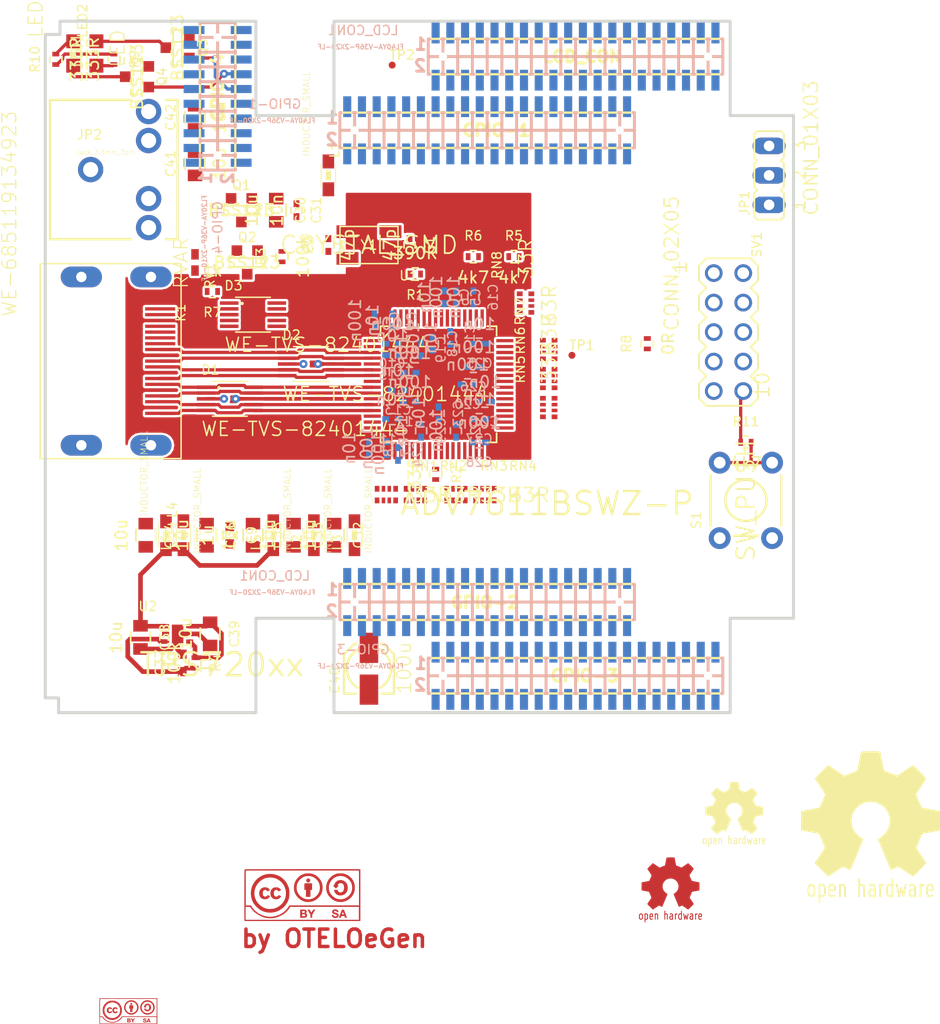
<source format=kicad_pcb>
(kicad_pcb (version 4) (host pcbnew 0.201501280107+5391~20~ubuntu14.10.1-product)
  (layers (0 F.Cu signal) (1 In1.Cu signal hide) (2 In2.Cu signal) (31 B.Cu signal) (34 B.Paste user hide) (35 F.Paste user hide) (36 B.SilkS user hide) (37 F.SilkS user) (38 B.Mask user hide) (39 F.Mask user hide) (44 Edge.Cuts user))
  (net 0 "")
  (net 1 +3.3V)
  (net 2 +5V)
  (net 3 GND)
  (net 4 XTAL_P)
  (net 5 XTAL_N)
  (net 6 CVDD_1V8)
  (net 7 PVDD_1V8)
  (net 8 TVDD_3V3)
  (net 9 DVDD_1V8)
  (net 10 DVDDIO_3V3)
  (net 11 VDD_5V)
  (net 12 "Net-(C37-Pad1)")
  (net 13 VDD_1V8)
  (net 14 "Net-(C41-Pad1)")
  (net 15 LINEINR)
  (net 16 "Net-(C42-Pad1)")
  (net 17 LINEINL)
  (net 18 "Net-(D1-Pad1)")
  (net 19 "Net-(D1-Pad2)")
  (net 20 "Net-(D1-Pad4)")
  (net 21 "Net-(D1-Pad5)")
  (net 22 "Net-(D2-Pad1)")
  (net 23 "Net-(D2-Pad2)")
  (net 24 "Net-(D2-Pad4)")
  (net 25 "Net-(D2-Pad5)")
  (net 26 HOT_PLUG_DETECT)
  (net 27 "Net-(D3-Pad2)")
  (net 28 "Net-(D3-Pad4)")
  (net 29 "Net-(D3-Pad5)")
  (net 30 "Net-(GPIO-1-Pad4)")
  (net 31 /Connectors/CSI1_PCLK)
  (net 32 "Net-(GPIO-1-Pad6)")
  (net 33 /Connectors/CSI1_MCLK)
  (net 34 "Net-(GPIO-1-Pad8)")
  (net 35 /Connectors/CSI1_HSYNC)
  (net 36 "Net-(GPIO-1-Pad10)")
  (net 37 /Connectors/CSI1_VSYNC)
  (net 38 "Net-(GPIO-1-Pad12)")
  (net 39 /Connectors/CSI1_D0)
  (net 40 "Net-(GPIO-1-Pad14)")
  (net 41 /Connectors/CSI1_D1)
  (net 42 "Net-(GPIO-1-Pad16)")
  (net 43 /Connectors/CSI1_D2)
  (net 44 "Net-(GPIO-1-Pad18)")
  (net 45 /Connectors/CSI1_D3)
  (net 46 "Net-(GPIO-1-Pad20)")
  (net 47 /Connectors/CSI1_D4)
  (net 48 "Net-(GPIO-1-Pad22)")
  (net 49 /Connectors/CSI1_D5)
  (net 50 "Net-(GPIO-1-Pad24)")
  (net 51 /Connectors/CSI1_D6)
  (net 52 UART0_RX)
  (net 53 /Connectors/CSI1_D7)
  (net 54 UART0_TX)
  (net 55 "Net-(GPIO-1-Pad29)")
  (net 56 TWI2_SDA)
  (net 57 "Net-(GPIO-1-Pad31)")
  (net 58 TWI2_SCL)
  (net 59 SPI2_CS0)
  (net 60 /Connectors/ADV7611_SDA)
  (net 61 SPI2_CLK)
  (net 62 /Connectors/ADV7611_SCL)
  (net 63 SPI2_MOSI)
  (net 64 /Connectors/ADV7611_RESET)
  (net 65 SPI2_MISO)
  (net 66 "Net-(GPIO-1-Pad40)")
  (net 67 "Net-(GPIO-3-Pad1)")
  (net 68 "Net-(GPIO-3-Pad5)")
  (net 69 "Net-(GPIO-3-Pad6)")
  (net 70 /Connectors/ADV7611_INT)
  (net 71 "Net-(GPIO-3-Pad8)")
  (net 72 "Net-(GPIO-3-Pad9)")
  (net 73 /Connectors/I2S_MCLK)
  (net 74 /Connectors/CSI1_D9)
  (net 75 /Connectors/I2S_BCLK)
  (net 76 /Connectors/CSI1_D10)
  (net 77 /Connectors/I2S_LRCK)
  (net 78 /Connectors/CSI1_D11)
  (net 79 "Net-(GPIO-3-Pad16)")
  (net 80 /Connectors/CSI1_D12)
  (net 81 "Net-(GPIO-3-Pad18)")
  (net 82 /Connectors/CSI1_D13)
  (net 83 "Net-(GPIO-3-Pad20)")
  (net 84 /Connectors/CSI1_D14)
  (net 85 /Connectors/I2S_DI)
  (net 86 /Connectors/CSI1_D15)
  (net 87 "Net-(GPIO-3-Pad24)")
  (net 88 /Connectors/CSI1_D16)
  (net 89 "Net-(GPIO-3-Pad26)")
  (net 90 /Connectors/CSI1_D17)
  (net 91 "Net-(GPIO-3-Pad28)")
  (net 92 /Connectors/CSI1_D18)
  (net 93 "Net-(GPIO-3-Pad30)")
  (net 94 /Connectors/CSI1_D19)
  (net 95 "Net-(GPIO-3-Pad32)")
  (net 96 /Connectors/CSI1_D20)
  (net 97 "Net-(GPIO-3-Pad34)")
  (net 98 /Connectors/CSI1_D21)
  (net 99 /Connectors/CSI1_FIELD)
  (net 100 /Connectors/CSI1_D22)
  (net 101 "Net-(GPIO-3-Pad38)")
  (net 102 /Connectors/CSI1_D23)
  (net 103 "Net-(GPIO-3-Pad40)")
  (net 104 "Net-(GPIO-4-Pad3)")
  (net 105 "Net-(GPIO-4-Pad4)")
  (net 106 "Net-(GPIO-4-Pad5)")
  (net 107 "Net-(GPIO-4-Pad6)")
  (net 108 "Net-(GPIO-4-Pad7)")
  (net 109 "Net-(GPIO-4-Pad8)")
  (net 110 "Net-(GPIO-4-Pad9)")
  (net 111 "Net-(GPIO-4-Pad10)")
  (net 112 "Net-(GPIO-4-Pad11)")
  (net 113 /Connectors/GPIO2)
  (net 114 /Connectors/GPIO3)
  (net 115 "Net-(GPIO-4-Pad16)")
  (net 116 "Net-(GPIO-4-Pad17)")
  (net 117 "Net-(GPIO-4-Pad18)")
  (net 118 "Net-(GPIO-4-Pad19)")
  (net 119 "Net-(GPIO-4-Pad20)")
  (net 120 "Net-(K1-Pad14)")
  (net 121 HDMI_5V)
  (net 122 "Net-(Q1-PadD)")
  (net 123 "Net-(LED1-Pad2)")
  (net 124 "Net-(LED2-Pad2)")
  (net 125 "Net-(R2-Pad2)")
  (net 126 "Net-(LED1-Pad1)")
  (net 127 "Net-(LED2-Pad1)")
  (net 128 /Connectors/PB2/PWM0)
  (net 129 "Net-(RN1-Pad1)")
  (net 130 "Net-(RN1-Pad2)")
  (net 131 "Net-(RN1-Pad3)")
  (net 132 "Net-(RN1-Pad4)")
  (net 133 "Net-(RN2-Pad1)")
  (net 134 "Net-(RN2-Pad2)")
  (net 135 "Net-(RN2-Pad3)")
  (net 136 "Net-(RN2-Pad4)")
  (net 137 "Net-(RN3-Pad1)")
  (net 138 "Net-(RN3-Pad2)")
  (net 139 "Net-(RN3-Pad3)")
  (net 140 "Net-(RN3-Pad4)")
  (net 141 "Net-(RN4-Pad1)")
  (net 142 "Net-(RN4-Pad2)")
  (net 143 "Net-(RN4-Pad3)")
  (net 144 "Net-(RN4-Pad4)")
  (net 145 /Connectors/CSI1_D8)
  (net 146 "Net-(RN5-Pad1)")
  (net 147 "Net-(RN5-Pad2)")
  (net 148 "Net-(RN5-Pad3)")
  (net 149 "Net-(RN5-Pad4)")
  (net 150 "Net-(RN6-Pad1)")
  (net 151 "Net-(RN6-Pad2)")
  (net 152 "Net-(RN6-Pad3)")
  (net 153 "Net-(RN6-Pad4)")
  (net 154 "Net-(RN7-Pad1)")
  (net 155 "Net-(RN7-Pad2)")
  (net 156 "Net-(RN7-Pad3)")
  (net 157 "Net-(RN7-Pad4)")
  (net 158 "Net-(RN7-Pad5)")
  (net 159 "Net-(RN7-Pad6)")
  (net 160 "Net-(RN8-Pad1)")
  (net 161 "Net-(RN8-Pad2)")
  (net 162 "Net-(RN8-Pad3)")
  (net 163 "Net-(RN8-Pad4)")
  (net 164 "Net-(U2-Pad2)")
  (module A10_OLIMEXINO_LIME_SHIELD_1-YA-V36P-2X20-LF (layer B.Cu) (at 7.8105 -26.7335)
    (fp_text reference LCD_CON1 (at -18.3134 -2.2606) (layer B.SilkS) (effects (font (size 0.8 0.8) (thickness 0.12)) (justify mirror)))
    (fp_text value FL40YA-V36P-2X20-LF (at -18.5293 -0.8382) (layer B.SilkS) (effects (font (size 0.4064 0.4064) (thickness 0.0889)) (justify mirror)))
    (fp_text user 2 (at -13.41 0.8) (layer B.SilkS) (effects (font (size 1.016 1.016) (thickness 0.254)) (justify mirror)))
    (fp_text user 1 (at -13.35 -1.07) (layer B.SilkS) (effects (font (size 1.016 1.016) (thickness 0.254)) (justify mirror)))
    (pad 1 smd rect (at -12.065 -2.032 270) (size 1.79832 0.6985) (layers B.Cu B.Paste B.Mask) (net 2 +5V))
    (pad 2 smd rect (at -12.065 2.032 270) (size 1.79832 0.6985) (layers B.Cu B.Paste B.Mask) (net 3 GND))
    (pad 3 smd rect (at -10.795 -2.032 270) (size 1.79832 0.6985) (layers B.Cu B.Paste B.Mask) (net 1 +3.3V))
    (pad 4 smd rect (at -10.795 2.032 270) (size 1.79832 0.6985) (layers B.Cu B.Paste B.Mask) (net 3 GND))
    (pad 5 smd rect (at -9.525 -2.032 270) (size 1.79832 0.6985) (layers B.Cu B.Paste B.Mask))
    (pad 6 smd rect (at -9.525 2.032 270) (size 1.79832 0.6985) (layers B.Cu B.Paste B.Mask))
    (pad 7 smd rect (at -8.255 -2.032 270) (size 1.79832 0.6985) (layers B.Cu B.Paste B.Mask))
    (pad 8 smd rect (at -8.255 2.032 270) (size 1.79832 0.6985) (layers B.Cu B.Paste B.Mask))
    (pad 9 smd rect (at -6.985 -2.032 270) (size 1.79832 0.6985) (layers B.Cu B.Paste B.Mask))
    (pad 10 smd rect (at -6.985 2.032 270) (size 1.79832 0.6985) (layers B.Cu B.Paste B.Mask))
    (pad 11 smd rect (at -5.715 -2.032 270) (size 1.79832 0.6985) (layers B.Cu B.Paste B.Mask))
    (pad 12 smd rect (at -5.715 2.032 270) (size 1.79832 0.6985) (layers B.Cu B.Paste B.Mask))
    (pad 13 smd rect (at -4.445 -2.032 270) (size 1.79832 0.6985) (layers B.Cu B.Paste B.Mask))
    (pad 14 smd rect (at -4.445 2.032 270) (size 1.79832 0.6985) (layers B.Cu B.Paste B.Mask))
    (pad 15 smd rect (at -3.175 -2.032 270) (size 1.79832 0.6985) (layers B.Cu B.Paste B.Mask))
    (pad 16 smd rect (at -3.175 2.032 270) (size 1.79832 0.6985) (layers B.Cu B.Paste B.Mask))
    (pad 17 smd rect (at -1.905 -2.032 270) (size 1.79832 0.6985) (layers B.Cu B.Paste B.Mask))
    (pad 18 smd rect (at -1.905 2.032 270) (size 1.79832 0.6985) (layers B.Cu B.Paste B.Mask))
    (pad 19 smd rect (at -0.635 -2.032 270) (size 1.79832 0.6985) (layers B.Cu B.Paste B.Mask))
    (pad 20 smd rect (at -0.635 2.032 270) (size 1.79832 0.6985) (layers B.Cu B.Paste B.Mask))
    (pad 21 smd rect (at 0.635 -2.032 270) (size 1.79832 0.6985) (layers B.Cu B.Paste B.Mask))
    (pad 22 smd rect (at 0.635 2.032 270) (size 1.79832 0.6985) (layers B.Cu B.Paste B.Mask))
    (pad 23 smd rect (at 1.905 -2.032 270) (size 1.79832 0.6985) (layers B.Cu B.Paste B.Mask))
    (pad 24 smd rect (at 1.905 2.032 270) (size 1.79832 0.6985) (layers B.Cu B.Paste B.Mask))
    (pad 25 smd rect (at 3.175 -2.032 270) (size 1.79832 0.6985) (layers B.Cu B.Paste B.Mask))
    (pad 26 smd rect (at 3.175 2.032 270) (size 1.79832 0.6985) (layers B.Cu B.Paste B.Mask))
    (pad 27 smd rect (at 4.445 -2.032 270) (size 1.79832 0.6985) (layers B.Cu B.Paste B.Mask))
    (pad 28 smd rect (at 4.445 2.032 270) (size 1.79832 0.6985) (layers B.Cu B.Paste B.Mask))
    (pad 29 smd rect (at 5.715 -2.032 270) (size 1.79832 0.6985) (layers B.Cu B.Paste B.Mask))
    (pad 30 smd rect (at 5.715 2.032 270) (size 1.79832 0.6985) (layers B.Cu B.Paste B.Mask))
    (pad 31 smd rect (at 6.985 -2.032 270) (size 1.79832 0.6985) (layers B.Cu B.Paste B.Mask))
    (pad 32 smd rect (at 6.985 2.032 270) (size 1.79832 0.6985) (layers B.Cu B.Paste B.Mask))
    (pad 33 smd rect (at 8.255 -2.032 270) (size 1.79832 0.6985) (layers B.Cu B.Paste B.Mask))
    (pad 34 smd rect (at 8.255 2.032 270) (size 1.79832 0.6985) (layers B.Cu B.Paste B.Mask))
    (pad 35 smd rect (at 9.525 -2.032 270) (size 1.79832 0.6985) (layers B.Cu B.Paste B.Mask) (net 145 /Connectors/CSI1_D8))
    (pad 36 smd rect (at 9.525 2.032 270) (size 1.79832 0.6985) (layers B.Cu B.Paste B.Mask))
    (pad 37 smd rect (at 10.795 -2.032 270) (size 1.79832 0.6985) (layers B.Cu B.Paste B.Mask))
    (pad 38 smd rect (at 10.795 2.032 270) (size 1.79832 0.6985) (layers B.Cu B.Paste B.Mask))
    (pad 39 smd rect (at 12.065 -2.032 270) (size 1.79832 0.6985) (layers B.Cu B.Paste B.Mask))
    (pad 40 smd rect (at 12.065 2.032 270) (size 1.79832 0.6985) (layers B.Cu B.Paste B.Mask))
    (pad "" np_thru_hole circle (at -11.43 0) (size 0.7 0.7) (drill 0.7) (layers *.Cu *.SilkS *.Mask))
    (pad "" np_thru_hole circle (at 11.43 0) (size 0.7 0.7) (drill 0.7) (layers *.Cu *.SilkS *.Mask))
  )
  (module videobrick_alpha4_eagle_footprints:WE-TVS_82401444_WE-TVS_MSOP-10L (layer F.Cu) (at -20 -4.5 270)
    (fp_text reference D3 (at -2.032 2.54 360) (layer F.SilkS) (effects (font (size 0.8 0.8) (thickness 0.12)) (justify left bottom)))
    (fp_text value WE-TVS-82401444 (at 3.302 2.54 360) (layer F.SilkS) (effects (font (size 1.2065 1.2065) (thickness 0.127)) (justify left bottom)))
    (pad 1 smd rect (at -1 2.05 270) (size 0.3 1.6) (layers F.Cu F.Paste F.Mask) (net 26 HOT_PLUG_DETECT))
    (pad 2 smd rect (at -0.5 2.05 270) (size 0.3 1.6) (layers F.Cu F.Paste F.Mask) (net 27 "Net-(D3-Pad2)"))
    (pad 3 smd rect (at 0 2.05 270) (size 0.3 1.6) (layers F.Cu F.Paste F.Mask) (net 1 +3.3V))
    (pad 4 smd rect (at 0.5 2.05 270) (size 0.3 1.6) (layers F.Cu F.Paste F.Mask) (net 28 "Net-(D3-Pad4)"))
    (pad 5 smd rect (at 1 2.05 270) (size 0.3 1.6) (layers F.Cu F.Paste F.Mask) (net 29 "Net-(D3-Pad5)"))
    (pad 5 smd rect (at 1 -2.05 270) (size 0.3 1.6) (layers F.Cu F.Paste F.Mask) (net 29 "Net-(D3-Pad5)"))
    (pad 4 smd rect (at 0.5 -2.05 270) (size 0.3 1.6) (layers F.Cu F.Paste F.Mask) (net 28 "Net-(D3-Pad4)"))
    (pad 8 smd rect (at 0 -2.05 270) (size 0.3 1.6) (layers F.Cu F.Paste F.Mask) (net 3 GND))
    (pad 2 smd rect (at -0.5 -2.05 270) (size 0.3 1.6) (layers F.Cu F.Paste F.Mask) (net 27 "Net-(D3-Pad2)"))
    (pad 1 smd rect (at -1 -2.05 270) (size 0.3 1.6) (layers F.Cu F.Paste F.Mask) (net 26 HOT_PLUG_DETECT))
  )
  (module videobrick_alpha4_eagle_footprints:WE-TVS_82401444_WE-TVS_MSOP-10L (layer F.Cu) (at -22 2.75 270)
    (fp_text reference D1 (at -2.032 2.54 360) (layer F.SilkS) (effects (font (size 0.8 0.8) (thickness 0.12)) (justify left bottom)))
    (fp_text value WE-TVS-82401444 (at 3.302 2.54 360) (layer F.SilkS) (effects (font (size 1.2065 1.2065) (thickness 0.127)) (justify left bottom)))
    (pad 1 smd rect (at -1 2.05 270) (size 0.3 1.6) (layers F.Cu F.Paste F.Mask) (net 18 "Net-(D1-Pad1)"))
    (pad 2 smd rect (at -0.5 2.05 270) (size 0.3 1.6) (layers F.Cu F.Paste F.Mask) (net 19 "Net-(D1-Pad2)"))
    (pad 3 smd rect (at 0 2.05 270) (size 0.3 1.6) (layers F.Cu F.Paste F.Mask) (net 1 +3.3V))
    (pad 4 smd rect (at 0.5 2.05 270) (size 0.3 1.6) (layers F.Cu F.Paste F.Mask) (net 20 "Net-(D1-Pad4)"))
    (pad 5 smd rect (at 1 2.05 270) (size 0.3 1.6) (layers F.Cu F.Paste F.Mask) (net 21 "Net-(D1-Pad5)"))
    (pad 5 smd rect (at 1 -2.05 270) (size 0.3 1.6) (layers F.Cu F.Paste F.Mask) (net 21 "Net-(D1-Pad5)"))
    (pad 4 smd rect (at 0.5 -2.05 270) (size 0.3 1.6) (layers F.Cu F.Paste F.Mask) (net 20 "Net-(D1-Pad4)"))
    (pad 8 smd rect (at 0 -2.05 270) (size 0.3 1.6) (layers F.Cu F.Paste F.Mask) (net 3 GND))
    (pad 2 smd rect (at -0.5 -2.05 270) (size 0.3 1.6) (layers F.Cu F.Paste F.Mask) (net 19 "Net-(D1-Pad2)"))
    (pad 1 smd rect (at -1 -2.05 270) (size 0.3 1.6) (layers F.Cu F.Paste F.Mask) (net 18 "Net-(D1-Pad1)"))
  )
  (module Capacitors_SMD:C_0402 (layer F.Cu) (at -6.5 -10.5 270)
    (fp_text reference C1 (at 0 -1.7 270) (layer F.SilkS) (effects (font (size 0.8 0.8) (thickness 0.12))))
    (fp_text value 47p (at 0 1.7 270) (layer F.SilkS))
    (pad 1 smd rect (at -0.55 0 270) (size 0.6 0.5) (layers F.Cu F.Paste F.Mask) (net 4 XTAL_P))
    (pad 2 smd rect (at 0.55 0 270) (size 0.6 0.5) (layers F.Cu F.Paste F.Mask) (net 3 GND))
  )
  (module Capacitors_SMD:C_0402 (layer F.Cu) (at -13.5 -10.5 90)
    (fp_text reference C2 (at 0 -1.7 90) (layer F.SilkS) (effects (font (size 0.8 0.8) (thickness 0.12))))
    (fp_text value 47p (at 0 1.7 90) (layer F.SilkS))
    (pad 1 smd rect (at -0.55 0 90) (size 0.6 0.5) (layers F.Cu F.Paste F.Mask) (net 5 XTAL_N))
    (pad 2 smd rect (at 0.55 0 90) (size 0.6 0.5) (layers F.Cu F.Paste F.Mask) (net 3 GND))
  )
  (module Capacitors_SMD:C_0402 (layer B.Cu) (at -9.5 -4 90)
    (fp_text reference C3 (at 0 1.7 90) (layer B.SilkS) (effects (font (size 0.8 0.8) (thickness 0.12)) (justify mirror)))
    (fp_text value 100n (at 0 -1.7 90) (layer B.SilkS) (effects (justify mirror)))
    (pad 1 smd rect (at -0.55 0 90) (size 0.6 0.5) (layers B.Cu B.Paste B.Mask) (net 6 CVDD_1V8))
    (pad 2 smd rect (at 0.55 0 90) (size 0.6 0.5) (layers B.Cu B.Paste B.Mask) (net 3 GND))
  )
  (module Capacitors_SMD:C_0402 (layer B.Cu) (at -8 -4 90)
    (fp_text reference C4 (at 0 1.7 90) (layer B.SilkS) (effects (font (size 0.8 0.8) (thickness 0.12)) (justify mirror)))
    (fp_text value 10n (at 0 -1.7 90) (layer B.SilkS) (effects (justify mirror)))
    (pad 1 smd rect (at -0.55 0 90) (size 0.6 0.5) (layers B.Cu B.Paste B.Mask) (net 6 CVDD_1V8))
    (pad 2 smd rect (at 0.55 0 90) (size 0.6 0.5) (layers B.Cu B.Paste B.Mask) (net 3 GND))
  )
  (module Capacitors_SMD:C_0402 (layer B.Cu) (at -2.5 -6 90)
    (fp_text reference C5 (at 0 1.7 90) (layer B.SilkS) (effects (font (size 0.8 0.8) (thickness 0.12)) (justify mirror)))
    (fp_text value 100n (at 0 -1.7 90) (layer B.SilkS) (effects (justify mirror)))
    (pad 1 smd rect (at -0.55 0 90) (size 0.6 0.5) (layers B.Cu B.Paste B.Mask) (net 7 PVDD_1V8))
    (pad 2 smd rect (at 0.55 0 90) (size 0.6 0.5) (layers B.Cu B.Paste B.Mask) (net 3 GND))
  )
  (module Capacitors_SMD:C_0402 (layer B.Cu) (at -3.5 -6 90)
    (fp_text reference C6 (at 0 1.7 90) (layer B.SilkS) (effects (font (size 0.8 0.8) (thickness 0.12)) (justify mirror)))
    (fp_text value 10n (at 0 -1.7 90) (layer B.SilkS) (effects (justify mirror)))
    (pad 1 smd rect (at -0.55 0 90) (size 0.6 0.5) (layers B.Cu B.Paste B.Mask) (net 7 PVDD_1V8))
    (pad 2 smd rect (at 0.55 0 90) (size 0.6 0.5) (layers B.Cu B.Paste B.Mask) (net 3 GND))
  )
  (module Capacitors_SMD:C_0402 (layer B.Cu) (at -8.5 7 90)
    (fp_text reference C7 (at 0 1.7 90) (layer B.SilkS) (effects (font (size 0.8 0.8) (thickness 0.12)) (justify mirror)))
    (fp_text value 100n (at 0 -1.7 90) (layer B.SilkS) (effects (justify mirror)))
    (pad 1 smd rect (at -0.55 0 90) (size 0.6 0.5) (layers B.Cu B.Paste B.Mask) (net 6 CVDD_1V8))
    (pad 2 smd rect (at 0.55 0 90) (size 0.6 0.5) (layers B.Cu B.Paste B.Mask) (net 3 GND))
  )
  (module Capacitors_SMD:C_0402 (layer B.Cu) (at -10 7 90)
    (fp_text reference C8 (at 0 1.7 90) (layer B.SilkS) (effects (font (size 0.8 0.8) (thickness 0.12)) (justify mirror)))
    (fp_text value 10n (at 0 -1.7 90) (layer B.SilkS) (effects (justify mirror)))
    (pad 1 smd rect (at -0.55 0 90) (size 0.6 0.5) (layers B.Cu B.Paste B.Mask) (net 6 CVDD_1V8))
    (pad 2 smd rect (at 0.55 0 90) (size 0.6 0.5) (layers B.Cu B.Paste B.Mask) (net 3 GND))
  )
  (module Capacitors_SMD:C_0603 (layer F.Cu) (at -22 14.5 270)
    (fp_text reference C9 (at 0 -1.9 270) (layer F.SilkS) (effects (font (size 0.8 0.8) (thickness 0.12))))
    (fp_text value 1u (at 0 1.9 270) (layer F.SilkS))
    (pad 1 smd rect (at -0.75 0 270) (size 0.8 0.75) (layers F.Cu F.Paste F.Mask) (net 6 CVDD_1V8))
    (pad 2 smd rect (at 0.75 0 270) (size 0.8 0.75) (layers F.Cu F.Paste F.Mask) (net 3 GND))
  )
  (module Capacitors_SMD:C_0402 (layer B.Cu) (at -8 -2)
    (fp_text reference C10 (at 0 1.7) (layer B.SilkS) (effects (font (size 0.8 0.8) (thickness 0.12)) (justify mirror)))
    (fp_text value 100n (at 0 -1.7) (layer B.SilkS) (effects (justify mirror)))
    (pad 1 smd rect (at -0.55 0) (size 0.6 0.5) (layers B.Cu B.Paste B.Mask) (net 8 TVDD_3V3))
    (pad 2 smd rect (at 0.55 0) (size 0.6 0.5) (layers B.Cu B.Paste B.Mask) (net 3 GND))
  )
  (module Capacitors_SMD:C_0402 (layer B.Cu) (at -8 4.5)
    (fp_text reference C11 (at 0 1.7) (layer B.SilkS) (effects (font (size 0.8 0.8) (thickness 0.12)) (justify mirror)))
    (fp_text value 10n (at 0 -1.7) (layer B.SilkS) (effects (justify mirror)))
    (pad 1 smd rect (at -0.55 0) (size 0.6 0.5) (layers B.Cu B.Paste B.Mask) (net 8 TVDD_3V3))
    (pad 2 smd rect (at 0.55 0) (size 0.6 0.5) (layers B.Cu B.Paste B.Mask) (net 3 GND))
  )
  (module Capacitors_SMD:C_0402 (layer B.Cu) (at -6.5 3)
    (fp_text reference C12 (at 0 1.7) (layer B.SilkS) (effects (font (size 0.8 0.8) (thickness 0.12)) (justify mirror)))
    (fp_text value 100n (at 0 -1.7) (layer B.SilkS) (effects (justify mirror)))
    (pad 1 smd rect (at -0.55 0) (size 0.6 0.5) (layers B.Cu B.Paste B.Mask) (net 8 TVDD_3V3))
    (pad 2 smd rect (at 0.55 0) (size 0.6 0.5) (layers B.Cu B.Paste B.Mask) (net 3 GND))
  )
  (module Capacitors_SMD:C_0402 (layer B.Cu) (at -7.5 2)
    (fp_text reference C13 (at 0 1.7) (layer B.SilkS) (effects (font (size 0.8 0.8) (thickness 0.12)) (justify mirror)))
    (fp_text value 10n (at 0 -1.7) (layer B.SilkS) (effects (justify mirror)))
    (pad 1 smd rect (at -0.55 0) (size 0.6 0.5) (layers B.Cu B.Paste B.Mask) (net 8 TVDD_3V3))
    (pad 2 smd rect (at 0.55 0) (size 0.6 0.5) (layers B.Cu B.Paste B.Mask) (net 3 GND))
  )
  (module Capacitors_SMD:C_0402 (layer B.Cu) (at -6.5 0.5)
    (fp_text reference C14 (at 0 1.7) (layer B.SilkS) (effects (font (size 0.8 0.8) (thickness 0.12)) (justify mirror)))
    (fp_text value 100n (at 0 -1.7) (layer B.SilkS) (effects (justify mirror)))
    (pad 1 smd rect (at -0.55 0) (size 0.6 0.5) (layers B.Cu B.Paste B.Mask) (net 8 TVDD_3V3))
    (pad 2 smd rect (at 0.55 0) (size 0.6 0.5) (layers B.Cu B.Paste B.Mask) (net 3 GND))
  )
  (module Capacitors_SMD:C_0402 (layer B.Cu) (at -8 -1)
    (fp_text reference C15 (at 0 1.7) (layer B.SilkS) (effects (font (size 0.8 0.8) (thickness 0.12)) (justify mirror)))
    (fp_text value 10n (at 0 -1.7) (layer B.SilkS) (effects (justify mirror)))
    (pad 1 smd rect (at -0.55 0) (size 0.6 0.5) (layers B.Cu B.Paste B.Mask) (net 8 TVDD_3V3))
    (pad 2 smd rect (at 0.55 0) (size 0.6 0.5) (layers B.Cu B.Paste B.Mask) (net 3 GND))
  )
  (module Capacitors_SMD:C_0402 (layer B.Cu) (at -1 -6 90)
    (fp_text reference C16 (at 0 1.7 90) (layer B.SilkS) (effects (font (size 0.8 0.8) (thickness 0.12)) (justify mirror)))
    (fp_text value 100n (at 0 -1.7 90) (layer B.SilkS) (effects (justify mirror)))
    (pad 1 smd rect (at -0.55 0 90) (size 0.6 0.5) (layers B.Cu B.Paste B.Mask) (net 9 DVDD_1V8))
    (pad 2 smd rect (at 0.55 0 90) (size 0.6 0.5) (layers B.Cu B.Paste B.Mask) (net 3 GND))
  )
  (module Capacitors_SMD:C_0402 (layer B.Cu) (at -3 -2.5 90)
    (fp_text reference C17 (at 0 1.7 90) (layer B.SilkS) (effects (font (size 0.8 0.8) (thickness 0.12)) (justify mirror)))
    (fp_text value 10n (at 0 -1.7 90) (layer B.SilkS) (effects (justify mirror)))
    (pad 1 smd rect (at -0.55 0 90) (size 0.6 0.5) (layers B.Cu B.Paste B.Mask) (net 9 DVDD_1V8))
    (pad 2 smd rect (at 0.55 0 90) (size 0.6 0.5) (layers B.Cu B.Paste B.Mask) (net 3 GND))
  )
  (module Capacitors_SMD:C_0402 (layer B.Cu) (at -4.5 -2 90)
    (fp_text reference C18 (at 0 1.7 90) (layer B.SilkS) (effects (font (size 0.8 0.8) (thickness 0.12)) (justify mirror)))
    (fp_text value 100n (at 0 -1.7 90) (layer B.SilkS) (effects (justify mirror)))
    (pad 1 smd rect (at -0.55 0 90) (size 0.6 0.5) (layers B.Cu B.Paste B.Mask) (net 9 DVDD_1V8))
    (pad 2 smd rect (at 0.55 0 90) (size 0.6 0.5) (layers B.Cu B.Paste B.Mask) (net 3 GND))
  )
  (module Capacitors_SMD:C_0402 (layer B.Cu) (at -5.5 -1.5 90)
    (fp_text reference C19 (at 0 1.7 90) (layer B.SilkS) (effects (font (size 0.8 0.8) (thickness 0.12)) (justify mirror)))
    (fp_text value 10n (at 0 -1.7 90) (layer B.SilkS) (effects (justify mirror)))
    (pad 1 smd rect (at -0.55 0 90) (size 0.6 0.5) (layers B.Cu B.Paste B.Mask) (net 9 DVDD_1V8))
    (pad 2 smd rect (at 0.55 0 90) (size 0.6 0.5) (layers B.Cu B.Paste B.Mask) (net 3 GND))
  )
  (module Capacitors_SMD:C_0402 (layer B.Cu) (at -1.5 1.5)
    (fp_text reference C20 (at 0 1.7) (layer B.SilkS) (effects (font (size 0.8 0.8) (thickness 0.12)) (justify mirror)))
    (fp_text value 100n (at 0 -1.7) (layer B.SilkS) (effects (justify mirror)))
    (pad 1 smd rect (at -0.55 0) (size 0.6 0.5) (layers B.Cu B.Paste B.Mask) (net 9 DVDD_1V8))
    (pad 2 smd rect (at 0.55 0) (size 0.6 0.5) (layers B.Cu B.Paste B.Mask) (net 3 GND))
  )
  (module Capacitors_SMD:C_0402 (layer B.Cu) (at 0 3)
    (fp_text reference C21 (at 0 1.7) (layer B.SilkS) (effects (font (size 0.8 0.8) (thickness 0.12)) (justify mirror)))
    (fp_text value 10n (at 0 -1.7) (layer B.SilkS) (effects (justify mirror)))
    (pad 1 smd rect (at -0.55 0) (size 0.6 0.5) (layers B.Cu B.Paste B.Mask) (net 9 DVDD_1V8))
    (pad 2 smd rect (at 0.55 0) (size 0.6 0.5) (layers B.Cu B.Paste B.Mask) (net 3 GND))
  )
  (module Capacitors_SMD:C_0402 (layer B.Cu) (at -2.5 5.5 90)
    (fp_text reference C22 (at 0 1.7 90) (layer B.SilkS) (effects (font (size 0.8 0.8) (thickness 0.12)) (justify mirror)))
    (fp_text value 100n (at 0 -1.7 90) (layer B.SilkS) (effects (justify mirror)))
    (pad 1 smd rect (at -0.55 0 90) (size 0.6 0.5) (layers B.Cu B.Paste B.Mask) (net 9 DVDD_1V8))
    (pad 2 smd rect (at 0.55 0 90) (size 0.6 0.5) (layers B.Cu B.Paste B.Mask) (net 3 GND))
  )
  (module Capacitors_SMD:C_0402 (layer B.Cu) (at -4 4 90)
    (fp_text reference C23 (at 0 1.7 90) (layer B.SilkS) (effects (font (size 0.8 0.8) (thickness 0.12)) (justify mirror)))
    (fp_text value 10n (at 0 -1.7 90) (layer B.SilkS) (effects (justify mirror)))
    (pad 1 smd rect (at -0.55 0 90) (size 0.6 0.5) (layers B.Cu B.Paste B.Mask) (net 9 DVDD_1V8))
    (pad 2 smd rect (at 0.55 0 90) (size 0.6 0.5) (layers B.Cu B.Paste B.Mask) (net 3 GND))
  )
  (module Capacitors_SMD:C_0402 (layer B.Cu) (at -7.5 7.5 90)
    (fp_text reference C24 (at 0 1.7 90) (layer B.SilkS) (effects (font (size 0.8 0.8) (thickness 0.12)) (justify mirror)))
    (fp_text value 100n (at 0 -1.7 90) (layer B.SilkS) (effects (justify mirror)))
    (pad 1 smd rect (at -0.55 0 90) (size 0.6 0.5) (layers B.Cu B.Paste B.Mask) (net 10 DVDDIO_3V3))
    (pad 2 smd rect (at 0.55 0 90) (size 0.6 0.5) (layers B.Cu B.Paste B.Mask) (net 3 GND))
  )
  (module Capacitors_SMD:C_0402 (layer B.Cu) (at -0.5 -2)
    (fp_text reference C25 (at 0 1.7) (layer B.SilkS) (effects (font (size 0.8 0.8) (thickness 0.12)) (justify mirror)))
    (fp_text value 10n (at 0 -1.7) (layer B.SilkS) (effects (justify mirror)))
    (pad 1 smd rect (at -0.55 0) (size 0.6 0.5) (layers B.Cu B.Paste B.Mask) (net 10 DVDDIO_3V3))
    (pad 2 smd rect (at 0.55 0) (size 0.6 0.5) (layers B.Cu B.Paste B.Mask) (net 3 GND))
  )
  (module Capacitors_SMD:C_0402 (layer B.Cu) (at -1 0)
    (fp_text reference C26 (at 0 1.7) (layer B.SilkS) (effects (font (size 0.8 0.8) (thickness 0.12)) (justify mirror)))
    (fp_text value 100n (at 0 -1.7) (layer B.SilkS) (effects (justify mirror)))
    (pad 1 smd rect (at -0.55 0) (size 0.6 0.5) (layers B.Cu B.Paste B.Mask) (net 10 DVDDIO_3V3))
    (pad 2 smd rect (at 0.55 0) (size 0.6 0.5) (layers B.Cu B.Paste B.Mask) (net 3 GND))
  )
  (module Capacitors_SMD:C_0402 (layer B.Cu) (at -0.5 4.5)
    (fp_text reference C27 (at 0 1.7) (layer B.SilkS) (effects (font (size 0.8 0.8) (thickness 0.12)) (justify mirror)))
    (fp_text value 10n (at 0 -1.7) (layer B.SilkS) (effects (justify mirror)))
    (pad 1 smd rect (at -0.55 0) (size 0.6 0.5) (layers B.Cu B.Paste B.Mask) (net 10 DVDDIO_3V3))
    (pad 2 smd rect (at 0.55 0) (size 0.6 0.5) (layers B.Cu B.Paste B.Mask) (net 3 GND))
  )
  (module Capacitors_SMD:C_0402 (layer B.Cu) (at -0.5 6.5)
    (fp_text reference C28 (at 0 1.7) (layer B.SilkS) (effects (font (size 0.8 0.8) (thickness 0.12)) (justify mirror)))
    (fp_text value 100n (at 0 -1.7) (layer B.SilkS) (effects (justify mirror)))
    (pad 1 smd rect (at -0.55 0) (size 0.6 0.5) (layers B.Cu B.Paste B.Mask) (net 10 DVDDIO_3V3))
    (pad 2 smd rect (at 0.55 0) (size 0.6 0.5) (layers B.Cu B.Paste B.Mask) (net 3 GND))
  )
  (module Capacitors_SMD:C_0402 (layer B.Cu) (at -5.5 5.5 90)
    (fp_text reference C29 (at 0 1.7 90) (layer B.SilkS) (effects (font (size 0.8 0.8) (thickness 0.12)) (justify mirror)))
    (fp_text value 10n (at 0 -1.7 90) (layer B.SilkS) (effects (justify mirror)))
    (pad 1 smd rect (at -0.55 0 90) (size 0.6 0.5) (layers B.Cu B.Paste B.Mask) (net 10 DVDDIO_3V3))
    (pad 2 smd rect (at 0.55 0 90) (size 0.6 0.5) (layers B.Cu B.Paste B.Mask) (net 3 GND))
  )
  (module Capacitors_SMD:C_0805 (layer F.Cu) (at -18 -13.5 270)
    (fp_text reference C30 (at 0 -2.1 270) (layer F.SilkS) (effects (font (size 0.8 0.8) (thickness 0.12))))
    (fp_text value 10u (at 0 2.1 270) (layer F.SilkS))
    (pad 1 smd rect (at -1 0 270) (size 1 1.25) (layers F.Cu F.Paste F.Mask) (net 11 VDD_5V))
    (pad 2 smd rect (at 1 0 270) (size 1 1.25) (layers F.Cu F.Paste F.Mask) (net 3 GND))
  )
  (module Capacitors_SMD:C_0402 (layer F.Cu) (at -16.25 -13.5 270)
    (fp_text reference C31 (at 0 -1.7 270) (layer F.SilkS) (effects (font (size 0.8 0.8) (thickness 0.12))))
    (fp_text value 10n (at 0 1.7 270) (layer F.SilkS))
    (pad 1 smd rect (at -0.55 0 270) (size 0.6 0.5) (layers F.Cu F.Paste F.Mask) (net 11 VDD_5V))
    (pad 2 smd rect (at 0.55 0 270) (size 0.6 0.5) (layers F.Cu F.Paste F.Mask) (net 3 GND))
  )
  (module Capacitors_SMD:C_0805 (layer F.Cu) (at -13 14.5 270)
    (fp_text reference C32 (at 0 -2.1 270) (layer F.SilkS) (effects (font (size 0.8 0.8) (thickness 0.12))))
    (fp_text value 10u (at 0 2.1 270) (layer F.SilkS))
    (pad 1 smd rect (at -1 0 270) (size 1 1.25) (layers F.Cu F.Paste F.Mask) (net 10 DVDDIO_3V3))
    (pad 2 smd rect (at 1 0 270) (size 1 1.25) (layers F.Cu F.Paste F.Mask) (net 3 GND))
  )
  (module Capacitors_SMD:C_0805 (layer F.Cu) (at -16.5 14.5 270)
    (fp_text reference C33 (at 0 -2.1 270) (layer F.SilkS) (effects (font (size 0.8 0.8) (thickness 0.12))))
    (fp_text value 10u (at 0 2.1 270) (layer F.SilkS))
    (pad 1 smd rect (at -1 0 270) (size 1 1.25) (layers F.Cu F.Paste F.Mask) (net 8 TVDD_3V3))
    (pad 2 smd rect (at 1 0 270) (size 1 1.25) (layers F.Cu F.Paste F.Mask) (net 3 GND))
  )
  (module Capacitors_SMD:C_0805 (layer F.Cu) (at -29.25 14.5 270)
    (fp_text reference C34 (at 0 -2.1 270) (layer F.SilkS) (effects (font (size 0.8 0.8) (thickness 0.12))))
    (fp_text value 10u (at 0 2.1 270) (layer F.SilkS))
    (pad 1 smd rect (at -1 0 270) (size 1 1.25) (layers F.Cu F.Paste F.Mask) (net 9 DVDD_1V8))
    (pad 2 smd rect (at 1 0 270) (size 1 1.25) (layers F.Cu F.Paste F.Mask) (net 3 GND))
  )
  (module Capacitors_SMD:C_0805 (layer F.Cu) (at -20 14.5 270)
    (fp_text reference C35 (at 0 -2.1 270) (layer F.SilkS) (effects (font (size 0.8 0.8) (thickness 0.12))))
    (fp_text value 10u (at 0 2.1 270) (layer F.SilkS))
    (pad 1 smd rect (at -1 0 270) (size 1 1.25) (layers F.Cu F.Paste F.Mask) (net 6 CVDD_1V8))
    (pad 2 smd rect (at 1 0 270) (size 1 1.25) (layers F.Cu F.Paste F.Mask) (net 3 GND))
  )
  (module Capacitors_SMD:C_0805 (layer F.Cu) (at -24 14.5 270)
    (fp_text reference C36 (at 0 -2.1 270) (layer F.SilkS) (effects (font (size 0.8 0.8) (thickness 0.12))))
    (fp_text value 10u (at 0 2.1 270) (layer F.SilkS))
    (pad 1 smd rect (at -1 0 270) (size 1 1.25) (layers F.Cu F.Paste F.Mask) (net 7 PVDD_1V8))
    (pad 2 smd rect (at 1 0 270) (size 1 1.25) (layers F.Cu F.Paste F.Mask) (net 3 GND))
  )
  (module Capacitors_SMD:C_0603 (layer F.Cu) (at -26.1 25.5 90)
    (fp_text reference C37 (at 0 -1.9 90) (layer F.SilkS) (effects (font (size 0.8 0.8) (thickness 0.12))))
    (fp_text value 1u (at 0 1.9 90) (layer F.SilkS))
    (pad 1 smd rect (at -0.75 0 90) (size 0.8 0.75) (layers F.Cu F.Paste F.Mask) (net 12 "Net-(C37-Pad1)"))
    (pad 2 smd rect (at 0.75 0 90) (size 0.8 0.75) (layers F.Cu F.Paste F.Mask) (net 3 GND))
  )
  (module Capacitors_SMD:C_0805 (layer F.Cu) (at -29.7 23.3 270)
    (fp_text reference C38 (at 0 -2.1 270) (layer F.SilkS) (effects (font (size 0.8 0.8) (thickness 0.12))))
    (fp_text value 10u (at 0 2.1 270) (layer F.SilkS))
    (pad 1 smd rect (at -1 0 270) (size 1 1.25) (layers F.Cu F.Paste F.Mask) (net 13 VDD_1V8))
    (pad 2 smd rect (at 1 0 270) (size 1 1.25) (layers F.Cu F.Paste F.Mask) (net 3 GND))
  )
  (module Capacitors_SMD:C_0805 (layer F.Cu) (at -23.7 23 270)
    (fp_text reference C39 (at 0 -2.1 270) (layer F.SilkS) (effects (font (size 0.8 0.8) (thickness 0.12))))
    (fp_text value 10u (at 0 2.1 270) (layer F.SilkS))
    (pad 1 smd rect (at -1 0 270) (size 1 1.25) (layers F.Cu F.Paste F.Mask) (net 1 +3.3V))
    (pad 2 smd rect (at 1 0 270) (size 1 1.25) (layers F.Cu F.Paste F.Mask) (net 3 GND))
  )
  (module videobrick_alpha4_eagle_footprints:RCL_153CLV-0405 (layer F.Cu) (at -10 26 90)
    (fp_text reference C40 (at -2.24 -2.48 90) (layer F.SilkS) (effects (font (size 0.8 0.8) (thickness 0.12)) (justify left bottom)))
    (fp_text value 100u (at -2.275 3.735 90) (layer F.SilkS) (effects (font (size 1.2065 1.2065) (thickness 0.1016)) (justify left bottom)))
    (pad 1 smd rect (at 1.8 0 90) (size 2.6 1.6) (layers F.Cu F.Paste F.Mask) (net 1 +3.3V))
    (pad 2 smd rect (at -1.8 0 90) (size 2.6 1.6) (layers F.Cu F.Paste F.Mask) (net 3 GND))
  )
  (module videobrick_alpha4_eagle_footprints:WE-TVS_82401444_WE-TVS_MSOP-10L (layer F.Cu) (at -15 -0.25 270)
    (fp_text reference D2 (at -2.032 2.54 360) (layer F.SilkS) (effects (font (size 0.8 0.8) (thickness 0.12)) (justify left bottom)))
    (fp_text value WE-TVS-82401444 (at 3.302 2.54 360) (layer F.SilkS) (effects (font (size 1.2065 1.2065) (thickness 0.127)) (justify left bottom)))
    (pad 1 smd rect (at -1 2.05 270) (size 0.3 1.6) (layers F.Cu F.Paste F.Mask) (net 22 "Net-(D2-Pad1)"))
    (pad 2 smd rect (at -0.5 2.05 270) (size 0.3 1.6) (layers F.Cu F.Paste F.Mask) (net 23 "Net-(D2-Pad2)"))
    (pad 3 smd rect (at 0 2.05 270) (size 0.3 1.6) (layers F.Cu F.Paste F.Mask) (net 1 +3.3V))
    (pad 4 smd rect (at 0.5 2.05 270) (size 0.3 1.6) (layers F.Cu F.Paste F.Mask) (net 24 "Net-(D2-Pad4)"))
    (pad 5 smd rect (at 1 2.05 270) (size 0.3 1.6) (layers F.Cu F.Paste F.Mask) (net 25 "Net-(D2-Pad5)"))
    (pad 5 smd rect (at 1 -2.05 270) (size 0.3 1.6) (layers F.Cu F.Paste F.Mask) (net 25 "Net-(D2-Pad5)"))
    (pad 4 smd rect (at 0.5 -2.05 270) (size 0.3 1.6) (layers F.Cu F.Paste F.Mask) (net 24 "Net-(D2-Pad4)"))
    (pad 8 smd rect (at 0 -2.05 270) (size 0.3 1.6) (layers F.Cu F.Paste F.Mask) (net 3 GND))
    (pad 2 smd rect (at -0.5 -2.05 270) (size 0.3 1.6) (layers F.Cu F.Paste F.Mask) (net 23 "Net-(D2-Pad2)"))
    (pad 1 smd rect (at -1 -2.05 270) (size 0.3 1.6) (layers F.Cu F.Paste F.Mask) (net 22 "Net-(D2-Pad1)"))
  )
  (module videobrick_alpha4_eagle_footprints:JUMPER_JP2 (layer F.Cu) (at 24.5 -16.5 90)
    (fp_text reference JP1 (at -3.556 -1.651 90) (layer F.SilkS) (effects (font (size 0.8 0.8) (thickness 0.12)) (justify left bottom)))
    (fp_text value CONN_01X03 (at -3.556 4.318 90) (layer F.SilkS) (effects (font (size 1.2065 1.2065) (thickness 0.127)) (justify left bottom)))
    (fp_text user 1 (at -2.54 2.667 90) (layer F.SilkS) (effects (font (size 0.94107 0.94107) (thickness 0.118872))))
    (fp_text user 2 (at 0 2.667 90) (layer F.SilkS) (effects (font (size 0.94107 0.94107) (thickness 0.118872))))
    (fp_text user 3 (at 2.54 2.667 90) (layer F.SilkS) (effects (font (size 0.94107 0.94107) (thickness 0.118872))))
    (pad 1 thru_hole oval (at -2.54 0 180) (size 2.8448 1.4224) (drill 0.9144) (layers *.Cu *.Mask) (net 3 GND))
    (pad 2 thru_hole oval (at 0 0 180) (size 2.8448 1.4224) (drill 0.9144) (layers *.Cu *.Mask) (net 62 /Connectors/ADV7611_SCL))
    (pad 3 thru_hole oval (at 2.54 0 180) (size 2.8448 1.4224) (drill 0.9144) (layers *.Cu *.Mask) (net 60 /Connectors/ADV7611_SDA))
  )
  (module videobrick_alpha4_eagle_footprints:SPARKFUN-CONNECTORS_AUDIO-JACK (layer F.Cu) (at -34 -17)
    (fp_text reference JP2 (at -1.27 -2.54) (layer F.SilkS) (effects (font (size 0.8 0.8) (thickness 0.12)) (justify left bottom)))
    (fp_text value Jack_3.5mm_3pin (at -1.27 -1.27) (layer F.SilkS) (effects (font (size 0.38608 0.38608) (thickness 0.032512)) (justify left bottom)))
    (pad 3 thru_hole circle (at 5 -5) (size 2.1844 2.1844) (drill 1.3) (layers *.Cu *.Mask) (net 16 "Net-(C42-Pad1)"))
    (pad RSH thru_hole circle (at 5 -2.5) (size 2.1844 2.1844) (drill 1.3) (layers *.Cu *.Mask))
    (pad 1 thru_hole circle (at 0 0) (size 2.1844 2.1844) (drill 1.3) (layers *.Cu *.Mask) (net 3 GND))
    (pad 2 thru_hole circle (at 5 5) (size 2.1844 2.1844) (drill 1.3) (layers *.Cu *.Mask) (net 14 "Net-(C41-Pad1)"))
    (pad TSH thru_hole circle (at 5 2.5) (size 2.1844 2.1844) (drill 1.3) (layers *.Cu *.Mask))
    (pad "" np_thru_hole circle (at 0 -5) (size 1.2 1.2) (drill 1.2) (layers *.Cu))
    (pad "" np_thru_hole circle (at -2.5 -5) (size 1.2 1.2) (drill 1.2) (layers *.Cu))
    (pad "" np_thru_hole circle (at -2.5 5) (size 1.2 1.2) (drill 1.2) (layers *.Cu))
    (pad "" np_thru_hole circle (at 0 5) (size 1.2 1.2) (drill 1.2) (layers *.Cu))
    (pad "" np_thru_hole circle (at 5 0) (size 1.2 1.2) (drill 1.2) (layers *.Cu))
  )
  (module videobrick_alpha4_eagle_footprints:INPUTOUTPUTIO_685119134923 (layer F.Cu) (at -28 -0.5 270)
    (fp_text reference K1 (at -3.302 -2.2309 270) (layer F.SilkS) (effects (font (size 0.8 0.8) (thickness 0.12)) (justify left bottom)))
    (fp_text value WE-685119134923 (at -3.752 12.3034 270) (layer F.SilkS) (effects (font (size 1.2065 1.2065) (thickness 0.1016)) (justify left bottom)))
    (pad 1 smd rect (at 4.5 0 90) (size 0.28 2.6) (layers F.Cu F.Paste F.Mask) (net 21 "Net-(D1-Pad5)"))
    (pad 2 smd rect (at 4 0 90) (size 0.28 2.6) (layers F.Cu F.Paste F.Mask) (net 3 GND))
    (pad 3 smd rect (at 3.5 0 90) (size 0.28 2.6) (layers F.Cu F.Paste F.Mask) (net 20 "Net-(D1-Pad4)"))
    (pad 4 smd rect (at 3 0 90) (size 0.28 2.6) (layers F.Cu F.Paste F.Mask) (net 19 "Net-(D1-Pad2)"))
    (pad 5 smd rect (at 2.5 0 90) (size 0.28 2.6) (layers F.Cu F.Paste F.Mask) (net 3 GND))
    (pad 6 smd rect (at 2 0 90) (size 0.28 2.6) (layers F.Cu F.Paste F.Mask) (net 18 "Net-(D1-Pad1)"))
    (pad 7 smd rect (at 1.5 0 90) (size 0.28 2.6) (layers F.Cu F.Paste F.Mask) (net 25 "Net-(D2-Pad5)"))
    (pad 8 smd rect (at 1 0 90) (size 0.28 2.6) (layers F.Cu F.Paste F.Mask) (net 3 GND))
    (pad 9 smd rect (at 0.5 0 90) (size 0.28 2.6) (layers F.Cu F.Paste F.Mask) (net 24 "Net-(D2-Pad4)"))
    (pad 10 smd rect (at 0 0 90) (size 0.28 2.6) (layers F.Cu F.Paste F.Mask) (net 23 "Net-(D2-Pad2)"))
    (pad 11 smd rect (at -0.5 0 90) (size 0.28 2.6) (layers F.Cu F.Paste F.Mask) (net 3 GND))
    (pad 12 smd rect (at -1 0 90) (size 0.28 2.6) (layers F.Cu F.Paste F.Mask) (net 22 "Net-(D2-Pad1)"))
    (pad 13 smd rect (at -1.5 0 90) (size 0.28 2.6) (layers F.Cu F.Paste F.Mask) (net 29 "Net-(D3-Pad5)"))
    (pad 14 smd rect (at -2 0 90) (size 0.28 2.6) (layers F.Cu F.Paste F.Mask) (net 120 "Net-(K1-Pad14)"))
    (pad 15 smd rect (at -2.5 0 90) (size 0.28 2.6) (layers F.Cu F.Paste F.Mask) (net 28 "Net-(D3-Pad4)"))
    (pad 16 smd rect (at -3 0 90) (size 0.28 2.6) (layers F.Cu F.Paste F.Mask) (net 27 "Net-(D3-Pad2)"))
    (pad 17 smd rect (at -3.5 0 90) (size 0.28 2.6) (layers F.Cu F.Paste F.Mask) (net 3 GND))
    (pad 18 smd rect (at -4 0 90) (size 0.28 2.6) (layers F.Cu F.Paste F.Mask) (net 121 HDMI_5V))
    (pad 19 smd rect (at -4.5 0 90) (size 0.28 2.6) (layers F.Cu F.Paste F.Mask) (net 26 HOT_PLUG_DETECT))
    (pad Z1 thru_hole oval (at -7.25 0.8) (size 3.556 1.778) (drill 0.9) (layers *.Cu *.Mask))
    (pad Z2 thru_hole oval (at -7.25 6.8) (size 3.556 1.778) (drill 0.9) (layers *.Cu *.Mask))
    (pad Z3 thru_hole oval (at 7.25 6.8) (size 3.556 1.778) (drill 0.9) (layers *.Cu *.Mask))
    (pad Z4 thru_hole oval (at 7.25 0.8) (size 3.556 1.778) (drill 0.9) (layers *.Cu *.Mask))
  )
  (module videobrick_alpha4_eagle_footprints:WE-CBF_0805 (layer F.Cu) (at -13.5 -16.5 270)
    (fp_text reference L1 (at -1.405 -1.0125 270) (layer F.SilkS) (effects (font (size 0.8 0.8) (thickness 0.12)) (justify left bottom)))
    (fp_text value INDUCTOR_SMALL (at -1.605 1.5475 270) (layer F.SilkS) (effects (font (size 0.57912 0.57912) (thickness 0.048768)) (justify left bottom)))
    (pad 1 smd rect (at -1.2 0 270) (size 1.2 1) (layers F.Cu F.Paste F.Mask) (net 2 +5V))
    (pad 2 smd rect (at 1.2 0 270) (size 1.2 1) (layers F.Cu F.Paste F.Mask) (net 11 VDD_5V))
  )
  (module videobrick_alpha4_eagle_footprints:WE-CBF_0805 (layer F.Cu) (at -14.75 14.5 90)
    (fp_text reference L2 (at -1.405 -1.0125 90) (layer F.SilkS) (effects (font (size 0.8 0.8) (thickness 0.12)) (justify left bottom)))
    (fp_text value INDUCTOR_SMALL (at -1.605 1.5475 90) (layer F.SilkS) (effects (font (size 0.57912 0.57912) (thickness 0.048768)) (justify left bottom)))
    (pad 1 smd rect (at -1.2 0 90) (size 1.2 1) (layers F.Cu F.Paste F.Mask) (net 1 +3.3V))
    (pad 2 smd rect (at 1.2 0 90) (size 1.2 1) (layers F.Cu F.Paste F.Mask) (net 8 TVDD_3V3))
  )
  (module videobrick_alpha4_eagle_footprints:WE-CBF_0805 (layer F.Cu) (at -11.25 14.5 90)
    (fp_text reference L3 (at -1.405 -1.0125 90) (layer F.SilkS) (effects (font (size 0.8 0.8) (thickness 0.12)) (justify left bottom)))
    (fp_text value INDUCTOR_SMALL (at -1.605 1.5475 90) (layer F.SilkS) (effects (font (size 0.57912 0.57912) (thickness 0.048768)) (justify left bottom)))
    (pad 1 smd rect (at -1.2 0 90) (size 1.2 1) (layers F.Cu F.Paste F.Mask) (net 1 +3.3V))
    (pad 2 smd rect (at 1.2 0 90) (size 1.2 1) (layers F.Cu F.Paste F.Mask) (net 10 DVDDIO_3V3))
  )
  (module videobrick_alpha4_eagle_footprints:WE-CBF_0805 (layer F.Cu) (at -27.5 14.5 270)
    (fp_text reference L4 (at -1.405 -1.0125 270) (layer F.SilkS) (effects (font (size 0.8 0.8) (thickness 0.12)) (justify left bottom)))
    (fp_text value INDUCTOR_SMALL (at -1.605 1.5475 270) (layer F.SilkS) (effects (font (size 0.57912 0.57912) (thickness 0.048768)) (justify left bottom)))
    (pad 1 smd rect (at -1.2 0 270) (size 1.2 1) (layers F.Cu F.Paste F.Mask) (net 9 DVDD_1V8))
    (pad 2 smd rect (at 1.2 0 270) (size 1.2 1) (layers F.Cu F.Paste F.Mask) (net 13 VDD_1V8))
  )
  (module videobrick_alpha4_eagle_footprints:WE-CBF_0805 (layer F.Cu) (at -18.25 14.5 90)
    (fp_text reference L5 (at -1.405 -1.0125 90) (layer F.SilkS) (effects (font (size 0.8 0.8) (thickness 0.12)) (justify left bottom)))
    (fp_text value INDUCTOR_SMALL (at -1.605 1.5475 90) (layer F.SilkS) (effects (font (size 0.57912 0.57912) (thickness 0.048768)) (justify left bottom)))
    (pad 1 smd rect (at -1.2 0 90) (size 1.2 1) (layers F.Cu F.Paste F.Mask) (net 13 VDD_1V8))
    (pad 2 smd rect (at 1.2 0 90) (size 1.2 1) (layers F.Cu F.Paste F.Mask) (net 6 CVDD_1V8))
  )
  (module videobrick_alpha4_eagle_footprints:WE-CBF_0805 (layer F.Cu) (at -26 14.5 90)
    (fp_text reference L6 (at -1.405 -1.0125 90) (layer F.SilkS) (effects (font (size 0.8 0.8) (thickness 0.12)) (justify left bottom)))
    (fp_text value INDUCTOR_SMALL (at -1.605 1.5475 90) (layer F.SilkS) (effects (font (size 0.57912 0.57912) (thickness 0.048768)) (justify left bottom)))
    (pad 1 smd rect (at -1.2 0 90) (size 1.2 1) (layers F.Cu F.Paste F.Mask) (net 13 VDD_1V8))
    (pad 2 smd rect (at 1.2 0 90) (size 1.2 1) (layers F.Cu F.Paste F.Mask) (net 7 PVDD_1V8))
  )
  (module videobrick_alpha4_eagle_footprints:LED_CHIPLED_0805 (layer F.Cu) (at -33.5 -27)
    (fp_text reference LED1 (at -1.27 1.27 90) (layer F.SilkS) (effects (font (size 0.8 0.8) (thickness 0.12)) (justify left bottom)))
    (fp_text value LED (at 2.54 1.27 90) (layer F.SilkS) (effects (font (size 1.2065 1.2065) (thickness 0.1016)) (justify left bottom)))
    (pad 1 smd rect (at 0 1.05) (size 1.2 1.2) (layers F.Cu F.Paste F.Mask) (net 126 "Net-(LED1-Pad1)"))
    (pad 2 smd rect (at 0 -1.05) (size 1.2 1.2) (layers F.Cu F.Paste F.Mask) (net 123 "Net-(LED1-Pad2)"))
  )
  (module videobrick_alpha4_eagle_footprints:LED_CHIPLED_0805 (layer F.Cu) (at -35.5 -27 180)
    (fp_text reference LED2 (at -1.27 1.27 270) (layer F.SilkS) (effects (font (size 0.8 0.8) (thickness 0.12)) (justify left bottom)))
    (fp_text value LED (at 2.54 1.27 270) (layer F.SilkS) (effects (font (size 1.2065 1.2065) (thickness 0.1016)) (justify left bottom)))
    (pad 1 smd rect (at 0 1.05 180) (size 1.2 1.2) (layers F.Cu F.Paste F.Mask) (net 127 "Net-(LED2-Pad1)"))
    (pad 2 smd rect (at 0 -1.05 180) (size 1.2 1.2) (layers F.Cu F.Paste F.Mask) (net 124 "Net-(LED2-Pad2)"))
  )
  (module SMD_Packages:SOT-23-GDS (layer F.Cu) (at -21 -13.5)
    (fp_text reference Q1 (at 0 -2.159) (layer F.SilkS) (effects (font (size 0.8 0.8) (thickness 0.12))))
    (fp_text value BSS123 (at 0 0) (layer F.SilkS))
    (pad S smd rect (at -0.889 -1.016) (size 0.9144 0.9144) (layers F.Cu F.Paste F.Mask) (net 3 GND))
    (pad G smd rect (at 0.889 -1.016) (size 0.9144 0.9144) (layers F.Cu F.Paste F.Mask) (net 11 VDD_5V))
    (pad D smd rect (at 0 1.016) (size 0.9144 0.9144) (layers F.Cu F.Paste F.Mask) (net 122 "Net-(Q1-PadD)"))
  )
  (module SMD_Packages:SOT-23-GDS (layer F.Cu) (at -20.5 -9)
    (fp_text reference Q2 (at 0 -2.159) (layer F.SilkS) (effects (font (size 0.8 0.8) (thickness 0.12))))
    (fp_text value BSS123 (at 0 0) (layer F.SilkS))
    (pad S smd rect (at -0.889 -1.016) (size 0.9144 0.9144) (layers F.Cu F.Paste F.Mask) (net 3 GND))
    (pad G smd rect (at 0.889 -1.016) (size 0.9144 0.9144) (layers F.Cu F.Paste F.Mask) (net 122 "Net-(Q1-PadD)"))
    (pad D smd rect (at 0 1.016) (size 0.9144 0.9144) (layers F.Cu F.Paste F.Mask) (net 26 HOT_PLUG_DETECT))
  )
  (module SMD_Packages:SOT-23-GDS (layer F.Cu) (at -26.5 -27.5 270)
    (fp_text reference Q3 (at 0 -2.159 270) (layer F.SilkS) (effects (font (size 0.8 0.8) (thickness 0.12))))
    (fp_text value BSS123 (at 0 0 270) (layer F.SilkS))
    (pad S smd rect (at -0.889 -1.016 270) (size 0.9144 0.9144) (layers F.Cu F.Paste F.Mask) (net 3 GND))
    (pad G smd rect (at 0.889 -1.016 270) (size 0.9144 0.9144) (layers F.Cu F.Paste F.Mask) (net 113 /Connectors/GPIO2))
    (pad D smd rect (at 0 1.016 270) (size 0.9144 0.9144) (layers F.Cu F.Paste F.Mask) (net 123 "Net-(LED1-Pad2)"))
  )
  (module SMD_Packages:SOT-23-GDS (layer F.Cu) (at -30 -25 270)
    (fp_text reference Q4 (at 0 -2.159 270) (layer F.SilkS) (effects (font (size 0.8 0.8) (thickness 0.12))))
    (fp_text value BSS123 (at 0 0 270) (layer F.SilkS))
    (pad S smd rect (at -0.889 -1.016 270) (size 0.9144 0.9144) (layers F.Cu F.Paste F.Mask) (net 3 GND))
    (pad G smd rect (at 0.889 -1.016 270) (size 0.9144 0.9144) (layers F.Cu F.Paste F.Mask) (net 114 /Connectors/GPIO3))
    (pad D smd rect (at 0 1.016 270) (size 0.9144 0.9144) (layers F.Cu F.Paste F.Mask) (net 124 "Net-(LED2-Pad2)"))
  )
  (module Resistors_SMD:R_0402 (layer F.Cu) (at -6 -8 180)
    (fp_text reference R1 (at 0 -1.8 180) (layer F.SilkS) (effects (font (size 0.8 0.8) (thickness 0.12))))
    (fp_text value 390R (at 0 1.8 180) (layer F.SilkS))
    (pad 1 smd rect (at -0.45 0 180) (size 0.4 0.6) (layers F.Cu F.Paste F.Mask) (net 4 XTAL_P))
    (pad 2 smd rect (at 0.45 0 180) (size 0.4 0.6) (layers F.Cu F.Paste F.Mask) (net 5 XTAL_N))
  )
  (module Resistors_SMD:R_0402 (layer F.Cu) (at -4.25 9.25 270)
    (fp_text reference R2 (at 0 -1.8 270) (layer F.SilkS) (effects (font (size 0.8 0.8) (thickness 0.12))))
    (fp_text value 33R (at 0 1.8 270) (layer F.SilkS))
    (pad 1 smd rect (at -0.45 0 270) (size 0.4 0.6) (layers F.Cu F.Paste F.Mask) (net 31 /Connectors/CSI1_PCLK))
    (pad 2 smd rect (at 0.45 0 270) (size 0.4 0.6) (layers F.Cu F.Paste F.Mask) (net 125 "Net-(R2-Pad2)"))
  )
  (module Resistors_SMD:R_0402 (layer F.Cu) (at -17.5 -9.5 90)
    (fp_text reference R3 (at 0 -1.8 90) (layer F.SilkS) (effects (font (size 0.8 0.8) (thickness 0.12))))
    (fp_text value 100k (at 0 1.8 90) (layer F.SilkS))
    (pad 1 smd rect (at -0.45 0 90) (size 0.4 0.6) (layers F.Cu F.Paste F.Mask) (net 121 HDMI_5V))
    (pad 2 smd rect (at 0.45 0 90) (size 0.4 0.6) (layers F.Cu F.Paste F.Mask) (net 122 "Net-(Q1-PadD)"))
  )
  (module Resistors_SMD:R_0402 (layer F.Cu) (at -25 25.5 270)
    (fp_text reference R4 (at 0 -1.8 270) (layer F.SilkS) (effects (font (size 0.8 0.8) (thickness 0.12))))
    (fp_text value 100k (at 0 1.8 270) (layer F.SilkS))
    (pad 1 smd rect (at -0.45 0 270) (size 0.4 0.6) (layers F.Cu F.Paste F.Mask) (net 1 +3.3V))
    (pad 2 smd rect (at 0.45 0 270) (size 0.4 0.6) (layers F.Cu F.Paste F.Mask) (net 12 "Net-(C37-Pad1)"))
  )
  (module Resistors_SMD:R_0402 (layer F.Cu) (at 2.5 -9.5)
    (fp_text reference R5 (at 0 -1.8) (layer F.SilkS) (effects (font (size 0.8 0.8) (thickness 0.12))))
    (fp_text value 4k7 (at 0 1.8) (layer F.SilkS))
    (pad 1 smd rect (at -0.45 0) (size 0.4 0.6) (layers F.Cu F.Paste F.Mask) (net 1 +3.3V))
    (pad 2 smd rect (at 0.45 0) (size 0.4 0.6) (layers F.Cu F.Paste F.Mask) (net 62 /Connectors/ADV7611_SCL))
  )
  (module Resistors_SMD:R_0402 (layer F.Cu) (at -1 -9.5)
    (fp_text reference R6 (at 0 -1.8) (layer F.SilkS) (effects (font (size 0.8 0.8) (thickness 0.12))))
    (fp_text value 4k7 (at 0 1.8) (layer F.SilkS))
    (pad 1 smd rect (at -0.45 0) (size 0.4 0.6) (layers F.Cu F.Paste F.Mask) (net 1 +3.3V))
    (pad 2 smd rect (at 0.45 0) (size 0.4 0.6) (layers F.Cu F.Paste F.Mask) (net 60 /Connectors/ADV7611_SDA))
  )
  (module Resistors_SMD:R_0402 (layer F.Cu) (at -23.5 -6.5 180)
    (fp_text reference R7 (at 0 -1.8 180) (layer F.SilkS) (effects (font (size 0.8 0.8) (thickness 0.12))))
    (fp_text value 1k (at 0 1.8 180) (layer F.SilkS))
    (pad 1 smd rect (at -0.45 0 180) (size 0.4 0.6) (layers F.Cu F.Paste F.Mask) (net 26 HOT_PLUG_DETECT))
    (pad 2 smd rect (at 0.45 0 180) (size 0.4 0.6) (layers F.Cu F.Paste F.Mask) (net 121 HDMI_5V))
  )
  (module Resistors_SMD:R_0402 (layer F.Cu) (at 14 -2 90)
    (fp_text reference R8 (at 0 -1.8 90) (layer F.SilkS) (effects (font (size 0.8 0.8) (thickness 0.12))))
    (fp_text value 0R (at 0 1.8 90) (layer F.SilkS))
    (pad 1 smd rect (at -0.45 0 90) (size 0.4 0.6) (layers F.Cu F.Paste F.Mask) (net 37 /Connectors/CSI1_VSYNC))
    (pad 2 smd rect (at 0.45 0 90) (size 0.4 0.6) (layers F.Cu F.Paste F.Mask) (net 99 /Connectors/CSI1_FIELD))
  )
  (module Resistors_SMD:R_0402 (layer F.Cu) (at -32 -26.5 270)
    (fp_text reference R9 (at 0 -1.8 270) (layer F.SilkS) (effects (font (size 0.8 0.8) (thickness 0.12))))
    (fp_text value 333R (at 0 1.8 270) (layer F.SilkS))
    (pad 1 smd rect (at -0.45 0 270) (size 0.4 0.6) (layers F.Cu F.Paste F.Mask) (net 1 +3.3V))
    (pad 2 smd rect (at 0.45 0 270) (size 0.4 0.6) (layers F.Cu F.Paste F.Mask) (net 126 "Net-(LED1-Pad1)"))
  )
  (module Resistors_SMD:R_0402 (layer F.Cu) (at -37 -26.5 90)
    (fp_text reference R10 (at 0 -1.8 90) (layer F.SilkS) (effects (font (size 0.8 0.8) (thickness 0.12))))
    (fp_text value 333R (at 0 1.8 90) (layer F.SilkS))
    (pad 1 smd rect (at -0.45 0 90) (size 0.4 0.6) (layers F.Cu F.Paste F.Mask) (net 1 +3.3V))
    (pad 2 smd rect (at 0.45 0 90) (size 0.4 0.6) (layers F.Cu F.Paste F.Mask) (net 127 "Net-(LED2-Pad1)"))
  )
  (module Resistors_SMD:R_0402 (layer F.Cu) (at 22.5 6.5)
    (fp_text reference R11 (at 0 -1.8) (layer F.SilkS) (effects (font (size 0.8 0.8) (thickness 0.12))))
    (fp_text value 4k7 (at 0 1.8) (layer F.SilkS))
    (pad 1 smd rect (at -0.45 0) (size 0.4 0.6) (layers F.Cu F.Paste F.Mask) (net 1 +3.3V))
    (pad 2 smd rect (at 0.45 0) (size 0.4 0.6) (layers F.Cu F.Paste F.Mask) (net 128 /Connectors/PB2/PWM0))
  )
  (module videobrick_alpha4_eagle_footprints:RESISTOR-DIL_4X0402ARV341 (layer F.Cu) (at -8.5 11 180)
    (fp_text reference RN1 (at -2 2 180) (layer F.SilkS) (effects (font (size 0.8 0.8) (thickness 0.12)) (justify left bottom)))
    (fp_text value 33R (at -2 -0.75 180) (layer F.SilkS) (effects (font (size 1.2065 1.2065) (thickness 0.127)) (justify left bottom)))
    (pad 1 smd rect (at -0.8 0.5 180) (size 0.4 0.5) (layers F.Cu F.Paste F.Mask) (net 129 "Net-(RN1-Pad1)"))
    (pad 2 smd rect (at -0.25 0.5 180) (size 0.3 0.5) (layers F.Cu F.Paste F.Mask) (net 130 "Net-(RN1-Pad2)"))
    (pad 3 smd rect (at 0.25 0.5 180) (size 0.3 0.5) (layers F.Cu F.Paste F.Mask) (net 131 "Net-(RN1-Pad3)"))
    (pad 4 smd rect (at 0.8 0.5 180) (size 0.4 0.5) (layers F.Cu F.Paste F.Mask) (net 132 "Net-(RN1-Pad4)"))
    (pad 5 smd rect (at 0.8 -0.5 180) (size 0.4 0.5) (layers F.Cu F.Paste F.Mask) (net 102 /Connectors/CSI1_D23))
    (pad 6 smd rect (at 0.25 -0.5 180) (size 0.3 0.5) (layers F.Cu F.Paste F.Mask) (net 100 /Connectors/CSI1_D22))
    (pad 7 smd rect (at -0.25 -0.5 180) (size 0.3 0.5) (layers F.Cu F.Paste F.Mask) (net 98 /Connectors/CSI1_D21))
    (pad 8 smd rect (at -0.8 -0.5 180) (size 0.4 0.5) (layers F.Cu F.Paste F.Mask) (net 96 /Connectors/CSI1_D20))
  )
  (module videobrick_alpha4_eagle_footprints:RESISTOR-DIL_4X0402ARV341 (layer F.Cu) (at -6 11 180)
    (fp_text reference RN2 (at -2 2 180) (layer F.SilkS) (effects (font (size 0.8 0.8) (thickness 0.12)) (justify left bottom)))
    (fp_text value 33R (at -2 -0.75 180) (layer F.SilkS) (effects (font (size 1.2065 1.2065) (thickness 0.127)) (justify left bottom)))
    (pad 1 smd rect (at -0.8 0.5 180) (size 0.4 0.5) (layers F.Cu F.Paste F.Mask) (net 133 "Net-(RN2-Pad1)"))
    (pad 2 smd rect (at -0.25 0.5 180) (size 0.3 0.5) (layers F.Cu F.Paste F.Mask) (net 134 "Net-(RN2-Pad2)"))
    (pad 3 smd rect (at 0.25 0.5 180) (size 0.3 0.5) (layers F.Cu F.Paste F.Mask) (net 135 "Net-(RN2-Pad3)"))
    (pad 4 smd rect (at 0.8 0.5 180) (size 0.4 0.5) (layers F.Cu F.Paste F.Mask) (net 136 "Net-(RN2-Pad4)"))
    (pad 5 smd rect (at 0.8 -0.5 180) (size 0.4 0.5) (layers F.Cu F.Paste F.Mask) (net 94 /Connectors/CSI1_D19))
    (pad 6 smd rect (at 0.25 -0.5 180) (size 0.3 0.5) (layers F.Cu F.Paste F.Mask) (net 92 /Connectors/CSI1_D18))
    (pad 7 smd rect (at -0.25 -0.5 180) (size 0.3 0.5) (layers F.Cu F.Paste F.Mask) (net 90 /Connectors/CSI1_D17))
    (pad 8 smd rect (at -0.8 -0.5 180) (size 0.4 0.5) (layers F.Cu F.Paste F.Mask) (net 88 /Connectors/CSI1_D16))
  )
  (module videobrick_alpha4_eagle_footprints:RESISTOR-DIL_4X0402ARV341 (layer F.Cu) (at -2.5 11 180)
    (fp_text reference RN3 (at -2 2 180) (layer F.SilkS) (effects (font (size 0.8 0.8) (thickness 0.12)) (justify left bottom)))
    (fp_text value 33R (at -2 -0.75 180) (layer F.SilkS) (effects (font (size 1.2065 1.2065) (thickness 0.127)) (justify left bottom)))
    (pad 1 smd rect (at -0.8 0.5 180) (size 0.4 0.5) (layers F.Cu F.Paste F.Mask) (net 137 "Net-(RN3-Pad1)"))
    (pad 2 smd rect (at -0.25 0.5 180) (size 0.3 0.5) (layers F.Cu F.Paste F.Mask) (net 138 "Net-(RN3-Pad2)"))
    (pad 3 smd rect (at 0.25 0.5 180) (size 0.3 0.5) (layers F.Cu F.Paste F.Mask) (net 139 "Net-(RN3-Pad3)"))
    (pad 4 smd rect (at 0.8 0.5 180) (size 0.4 0.5) (layers F.Cu F.Paste F.Mask) (net 140 "Net-(RN3-Pad4)"))
    (pad 5 smd rect (at 0.8 -0.5 180) (size 0.4 0.5) (layers F.Cu F.Paste F.Mask) (net 86 /Connectors/CSI1_D15))
    (pad 6 smd rect (at 0.25 -0.5 180) (size 0.3 0.5) (layers F.Cu F.Paste F.Mask) (net 84 /Connectors/CSI1_D14))
    (pad 7 smd rect (at -0.25 -0.5 180) (size 0.3 0.5) (layers F.Cu F.Paste F.Mask) (net 82 /Connectors/CSI1_D13))
    (pad 8 smd rect (at -0.8 -0.5 180) (size 0.4 0.5) (layers F.Cu F.Paste F.Mask) (net 80 /Connectors/CSI1_D12))
  )
  (module videobrick_alpha4_eagle_footprints:RESISTOR-DIL_4X0402ARV341 (layer F.Cu) (at 0 11 180)
    (fp_text reference RN4 (at -2 2 180) (layer F.SilkS) (effects (font (size 0.8 0.8) (thickness 0.12)) (justify left bottom)))
    (fp_text value 33R (at -2 -0.75 180) (layer F.SilkS) (effects (font (size 1.2065 1.2065) (thickness 0.127)) (justify left bottom)))
    (pad 1 smd rect (at -0.8 0.5 180) (size 0.4 0.5) (layers F.Cu F.Paste F.Mask) (net 141 "Net-(RN4-Pad1)"))
    (pad 2 smd rect (at -0.25 0.5 180) (size 0.3 0.5) (layers F.Cu F.Paste F.Mask) (net 142 "Net-(RN4-Pad2)"))
    (pad 3 smd rect (at 0.25 0.5 180) (size 0.3 0.5) (layers F.Cu F.Paste F.Mask) (net 143 "Net-(RN4-Pad3)"))
    (pad 4 smd rect (at 0.8 0.5 180) (size 0.4 0.5) (layers F.Cu F.Paste F.Mask) (net 144 "Net-(RN4-Pad4)"))
    (pad 5 smd rect (at 0.8 -0.5 180) (size 0.4 0.5) (layers F.Cu F.Paste F.Mask) (net 78 /Connectors/CSI1_D11))
    (pad 6 smd rect (at 0.25 -0.5 180) (size 0.3 0.5) (layers F.Cu F.Paste F.Mask) (net 76 /Connectors/CSI1_D10))
    (pad 7 smd rect (at -0.25 -0.5 180) (size 0.3 0.5) (layers F.Cu F.Paste F.Mask) (net 74 /Connectors/CSI1_D9))
    (pad 8 smd rect (at -0.8 -0.5 180) (size 0.4 0.5) (layers F.Cu F.Paste F.Mask) (net 145 /Connectors/CSI1_D8))
  )
  (module videobrick_alpha4_eagle_footprints:RESISTOR-DIL_4X0402ARV341 (layer F.Cu) (at 5.5 3.5 270)
    (fp_text reference RN5 (at -2 2 270) (layer F.SilkS) (effects (font (size 0.8 0.8) (thickness 0.12)) (justify left bottom)))
    (fp_text value 33R (at -2 -0.75 270) (layer F.SilkS) (effects (font (size 1.2065 1.2065) (thickness 0.127)) (justify left bottom)))
    (pad 1 smd rect (at -0.8 0.5 270) (size 0.4 0.5) (layers F.Cu F.Paste F.Mask) (net 146 "Net-(RN5-Pad1)"))
    (pad 2 smd rect (at -0.25 0.5 270) (size 0.3 0.5) (layers F.Cu F.Paste F.Mask) (net 147 "Net-(RN5-Pad2)"))
    (pad 3 smd rect (at 0.25 0.5 270) (size 0.3 0.5) (layers F.Cu F.Paste F.Mask) (net 148 "Net-(RN5-Pad3)"))
    (pad 4 smd rect (at 0.8 0.5 270) (size 0.4 0.5) (layers F.Cu F.Paste F.Mask) (net 149 "Net-(RN5-Pad4)"))
    (pad 5 smd rect (at 0.8 -0.5 270) (size 0.4 0.5) (layers F.Cu F.Paste F.Mask) (net 53 /Connectors/CSI1_D7))
    (pad 6 smd rect (at 0.25 -0.5 270) (size 0.3 0.5) (layers F.Cu F.Paste F.Mask) (net 51 /Connectors/CSI1_D6))
    (pad 7 smd rect (at -0.25 -0.5 270) (size 0.3 0.5) (layers F.Cu F.Paste F.Mask) (net 49 /Connectors/CSI1_D5))
    (pad 8 smd rect (at -0.8 -0.5 270) (size 0.4 0.5) (layers F.Cu F.Paste F.Mask) (net 47 /Connectors/CSI1_D4))
  )
  (module videobrick_alpha4_eagle_footprints:RESISTOR-DIL_4X0402ARV341 (layer F.Cu) (at 5.5 1 270)
    (fp_text reference RN6 (at -2 2 270) (layer F.SilkS) (effects (font (size 0.8 0.8) (thickness 0.12)) (justify left bottom)))
    (fp_text value 33R (at -2 -0.75 270) (layer F.SilkS) (effects (font (size 1.2065 1.2065) (thickness 0.127)) (justify left bottom)))
    (pad 1 smd rect (at -0.8 0.5 270) (size 0.4 0.5) (layers F.Cu F.Paste F.Mask) (net 150 "Net-(RN6-Pad1)"))
    (pad 2 smd rect (at -0.25 0.5 270) (size 0.3 0.5) (layers F.Cu F.Paste F.Mask) (net 151 "Net-(RN6-Pad2)"))
    (pad 3 smd rect (at 0.25 0.5 270) (size 0.3 0.5) (layers F.Cu F.Paste F.Mask) (net 152 "Net-(RN6-Pad3)"))
    (pad 4 smd rect (at 0.8 0.5 270) (size 0.4 0.5) (layers F.Cu F.Paste F.Mask) (net 153 "Net-(RN6-Pad4)"))
    (pad 5 smd rect (at 0.8 -0.5 270) (size 0.4 0.5) (layers F.Cu F.Paste F.Mask) (net 45 /Connectors/CSI1_D3))
    (pad 6 smd rect (at 0.25 -0.5 270) (size 0.3 0.5) (layers F.Cu F.Paste F.Mask) (net 43 /Connectors/CSI1_D2))
    (pad 7 smd rect (at -0.25 -0.5 270) (size 0.3 0.5) (layers F.Cu F.Paste F.Mask) (net 41 /Connectors/CSI1_D1))
    (pad 8 smd rect (at -0.8 -0.5 270) (size 0.4 0.5) (layers F.Cu F.Paste F.Mask) (net 39 /Connectors/CSI1_D0))
  )
  (module videobrick_alpha4_eagle_footprints:RESISTOR-DIL_4X0402ARV341 (layer F.Cu) (at 5.5 -1.5 270)
    (fp_text reference RN7 (at -2 2 270) (layer F.SilkS) (effects (font (size 0.8 0.8) (thickness 0.12)) (justify left bottom)))
    (fp_text value 33R (at -2 -0.75 270) (layer F.SilkS) (effects (font (size 1.2065 1.2065) (thickness 0.127)) (justify left bottom)))
    (pad 1 smd rect (at -0.8 0.5 270) (size 0.4 0.5) (layers F.Cu F.Paste F.Mask) (net 154 "Net-(RN7-Pad1)"))
    (pad 2 smd rect (at -0.25 0.5 270) (size 0.3 0.5) (layers F.Cu F.Paste F.Mask) (net 155 "Net-(RN7-Pad2)"))
    (pad 3 smd rect (at 0.25 0.5 270) (size 0.3 0.5) (layers F.Cu F.Paste F.Mask) (net 156 "Net-(RN7-Pad3)"))
    (pad 4 smd rect (at 0.8 0.5 270) (size 0.4 0.5) (layers F.Cu F.Paste F.Mask) (net 157 "Net-(RN7-Pad4)"))
    (pad 5 smd rect (at 0.8 -0.5 270) (size 0.4 0.5) (layers F.Cu F.Paste F.Mask) (net 158 "Net-(RN7-Pad5)"))
    (pad 6 smd rect (at 0.25 -0.5 270) (size 0.3 0.5) (layers F.Cu F.Paste F.Mask) (net 159 "Net-(RN7-Pad6)"))
    (pad 7 smd rect (at -0.25 -0.5 270) (size 0.3 0.5) (layers F.Cu F.Paste F.Mask) (net 35 /Connectors/CSI1_HSYNC))
    (pad 8 smd rect (at -0.8 -0.5 270) (size 0.4 0.5) (layers F.Cu F.Paste F.Mask) (net 37 /Connectors/CSI1_VSYNC))
  )
  (module videobrick_alpha4_eagle_footprints:RESISTOR-DIL_4X0402ARV341 (layer F.Cu) (at 3.5 -5.5 270)
    (fp_text reference RN8 (at -2 2 270) (layer F.SilkS) (effects (font (size 0.8 0.8) (thickness 0.12)) (justify left bottom)))
    (fp_text value 33R (at -2 -0.75 270) (layer F.SilkS) (effects (font (size 1.2065 1.2065) (thickness 0.127)) (justify left bottom)))
    (pad 1 smd rect (at -0.8 0.5 270) (size 0.4 0.5) (layers F.Cu F.Paste F.Mask) (net 160 "Net-(RN8-Pad1)"))
    (pad 2 smd rect (at -0.25 0.5 270) (size 0.3 0.5) (layers F.Cu F.Paste F.Mask) (net 161 "Net-(RN8-Pad2)"))
    (pad 3 smd rect (at 0.25 0.5 270) (size 0.3 0.5) (layers F.Cu F.Paste F.Mask) (net 162 "Net-(RN8-Pad3)"))
    (pad 4 smd rect (at 0.8 0.5 270) (size 0.4 0.5) (layers F.Cu F.Paste F.Mask) (net 163 "Net-(RN8-Pad4)"))
    (pad 5 smd rect (at 0.8 -0.5 270) (size 0.4 0.5) (layers F.Cu F.Paste F.Mask) (net 85 /Connectors/I2S_DI))
    (pad 6 smd rect (at 0.25 -0.5 270) (size 0.3 0.5) (layers F.Cu F.Paste F.Mask) (net 75 /Connectors/I2S_BCLK))
    (pad 7 smd rect (at -0.25 -0.5 270) (size 0.3 0.5) (layers F.Cu F.Paste F.Mask) (net 77 /Connectors/I2S_LRCK))
    (pad 8 smd rect (at -0.8 -0.5 270) (size 0.4 0.5) (layers F.Cu F.Paste F.Mask) (net 73 /Connectors/I2S_MCLK))
  )
  (module videobrick_alpha4_eagle_footprints:WE-VS_WESURGE_0402 (layer F.Cu) (at -25 -9 90)
    (fp_text reference RV1 (at -2.35 1.75 90) (layer F.SilkS) (effects (font (size 0.8 0.8) (thickness 0.12)) (justify left bottom)))
    (fp_text value RVAR (at -2.35 -0.5 90) (layer F.SilkS) (effects (font (size 1.2065 1.2065) (thickness 0.1016)) (justify left bottom)))
    (pad 1 smd rect (at -0.7 0 90) (size 0.9 0.65) (layers F.Cu F.Paste F.Mask) (net 121 HDMI_5V))
    (pad 2 smd rect (at 0.7 0 90) (size 0.9 0.65) (layers F.Cu F.Paste F.Mask) (net 3 GND))
  )
  (module videobrick_alpha4_eagle_footprints:SPARKFUN-ELECTROMECHANICAL_TACTILE-PTH (layer F.Cu) (at 22.5 11.5 90)
    (fp_text reference S1 (at -2.54 -3.81 90) (layer F.SilkS) (effects (font (size 0.8 0.8) (thickness 0.12)) (justify left bottom)))
    (fp_text value SW_PUSH (at 0 0 90) (layer F.SilkS))
    (pad 1 thru_hole circle (at -3.2512 -2.2606 90) (size 1.8796 1.8796) (drill 1.016) (layers *.Cu *.Mask) (net 3 GND))
    (pad 2 thru_hole circle (at 3.2512 -2.2606 90) (size 1.8796 1.8796) (drill 1.016) (layers *.Cu *.Mask) (net 128 /Connectors/PB2/PWM0))
    (pad 1 thru_hole circle (at -3.2512 2.2606 90) (size 1.8796 1.8796) (drill 1.016) (layers *.Cu *.Mask) (net 3 GND))
    (pad 2 thru_hole circle (at 3.2512 2.2606 90) (size 1.8796 1.8796) (drill 1.016) (layers *.Cu *.Mask) (net 128 /Connectors/PB2/PWM0))
  )
  (module videobrick_alpha4_eagle_footprints:CON-LSTB_MA05-2 (layer F.Cu) (at 21 -3 270)
    (fp_text reference SV1 (at -6.35 -2.921 270) (layer F.SilkS) (effects (font (size 0.8 0.8) (thickness 0.12)) (justify left bottom)))
    (fp_text value CONN_02X05 (at 0 4.191 270) (layer F.SilkS) (effects (font (size 1.2065 1.2065) (thickness 0.127)) (justify left bottom)))
    (fp_text user 1 (at -5.588 4.191 270) (layer F.SilkS) (effects (font (size 1.2065 1.2065) (thickness 0.127))))
    (fp_text user 10 (at 4.572 -2.921 270) (layer F.SilkS) (effects (font (size 1.2065 1.2065) (thickness 0.127))))
    (pad 1 thru_hole circle (at -5.08 1.27 270) (size 1.524 1.524) (drill 1.016) (layers *.Cu *.Mask) (net 58 TWI2_SCL))
    (pad 2 thru_hole circle (at -5.08 -1.27 270) (size 1.524 1.524) (drill 1.016) (layers *.Cu *.Mask) (net 65 SPI2_MISO))
    (pad 3 thru_hole circle (at -2.54 1.27 270) (size 1.524 1.524) (drill 1.016) (layers *.Cu *.Mask) (net 56 TWI2_SDA))
    (pad 4 thru_hole circle (at -2.54 -1.27 270) (size 1.524 1.524) (drill 1.016) (layers *.Cu *.Mask) (net 63 SPI2_MOSI))
    (pad 5 thru_hole circle (at 0 1.27 270) (size 1.524 1.524) (drill 1.016) (layers *.Cu *.Mask) (net 54 UART0_TX))
    (pad 6 thru_hole circle (at 0 -1.27 270) (size 1.524 1.524) (drill 1.016) (layers *.Cu *.Mask) (net 61 SPI2_CLK))
    (pad 7 thru_hole circle (at 2.54 1.27 270) (size 1.524 1.524) (drill 1.016) (layers *.Cu *.Mask) (net 52 UART0_RX))
    (pad 8 thru_hole circle (at 2.54 -1.27 270) (size 1.524 1.524) (drill 1.016) (layers *.Cu *.Mask) (net 59 SPI2_CS0))
    (pad 9 thru_hole circle (at 5.08 1.27 270) (size 1.524 1.524) (drill 1.016) (layers *.Cu *.Mask) (net 3 GND))
    (pad 10 thru_hole circle (at 5.08 -1.27 270) (size 1.524 1.524) (drill 1.016) (layers *.Cu *.Mask) (net 1 +3.3V))
  )
  (module videobrick_alpha4_eagle_footprints:TESTPAD_TP06R (layer F.Cu) (at 7.5 -1)
    (fp_text reference TP1 (at -0.3 -0.4001) (layer F.SilkS) (effects (font (size 0.8 0.8) (thickness 0.12)) (justify left bottom)))
    (fp_text value TST (at -0.254 0.381) (layer F.SilkS) (effects (font (size 0.02413 0.02413) (thickness 0.002032)) (justify left bottom)))
    (pad 1 smd circle (at 0 0) (size 0.6 0.6) (layers F.Cu F.Paste F.Mask) (net 159 "Net-(RN7-Pad6)"))
  )
  (module videobrick_alpha4_eagle_footprints:TESTPAD_TP06R (layer F.Cu) (at -8 -26)
    (fp_text reference TP2 (at -0.3 -0.4001) (layer F.SilkS) (effects (font (size 0.8 0.8) (thickness 0.12)) (justify left bottom)))
    (fp_text value MCLK (at -0.254 0.381) (layer F.SilkS) (effects (font (size 0.02413 0.02413) (thickness 0.002032)) (justify left bottom)))
    (pad 1 smd circle (at 0 0) (size 0.6 0.6) (layers F.Cu F.Paste F.Mask) (net 33 /Connectors/CSI1_MCLK))
  )
  (module videobrick_alpha4_eagle_footprints:ADI-PHASE-2_QFP50P1200X1200X160-65N (layer F.Cu) (at -4 1.5)
    (fp_text reference U1 (at -3.4544 -8.89) (layer F.SilkS) (effects (font (size 0.8 0.8) (thickness 0.12)) (justify left bottom)))
    (fp_text value ADV7611BSWZ-P (at -3.4544 11.43) (layer F.SilkS) (effects (font (size 1.97866 1.97866) (thickness 0.20828)) (justify left bottom)))
    (pad 1 smd rect (at -5.715 -3.7592 270) (size 0.2794 1.4732) (layers F.Cu F.Paste F.Mask) (net 26 HOT_PLUG_DETECT))
    (pad 2 smd rect (at -5.715 -3.2512 270) (size 0.2794 1.4732) (layers F.Cu F.Paste F.Mask) (net 6 CVDD_1V8))
    (pad 3 smd rect (at -5.715 -2.7432 270) (size 0.2794 1.4732) (layers F.Cu F.Paste F.Mask) (net 22 "Net-(D2-Pad1)"))
    (pad 4 smd rect (at -5.715 -2.2606 270) (size 0.2794 1.4732) (layers F.Cu F.Paste F.Mask) (net 23 "Net-(D2-Pad2)"))
    (pad 5 smd rect (at -5.715 -1.7526 270) (size 0.2794 1.4732) (layers F.Cu F.Paste F.Mask) (net 8 TVDD_3V3))
    (pad 6 smd rect (at -5.715 -1.2446 270) (size 0.2794 1.4732) (layers F.Cu F.Paste F.Mask) (net 24 "Net-(D2-Pad4)"))
    (pad 7 smd rect (at -5.715 -0.762 270) (size 0.2794 1.4732) (layers F.Cu F.Paste F.Mask) (net 25 "Net-(D2-Pad5)"))
    (pad 8 smd rect (at -5.715 -0.254 270) (size 0.2794 1.4732) (layers F.Cu F.Paste F.Mask) (net 8 TVDD_3V3))
    (pad 9 smd rect (at -5.715 0.254 270) (size 0.2794 1.4732) (layers F.Cu F.Paste F.Mask) (net 18 "Net-(D1-Pad1)"))
    (pad 10 smd rect (at -5.715 0.762 270) (size 0.2794 1.4732) (layers F.Cu F.Paste F.Mask) (net 19 "Net-(D1-Pad2)"))
    (pad 11 smd rect (at -5.715 1.2446 270) (size 0.2794 1.4732) (layers F.Cu F.Paste F.Mask) (net 8 TVDD_3V3))
    (pad 12 smd rect (at -5.715 1.7526 270) (size 0.2794 1.4732) (layers F.Cu F.Paste F.Mask) (net 20 "Net-(D1-Pad4)"))
    (pad 13 smd rect (at -5.715 2.2606 270) (size 0.2794 1.4732) (layers F.Cu F.Paste F.Mask) (net 21 "Net-(D1-Pad5)"))
    (pad 14 smd rect (at -5.715 2.7432 270) (size 0.2794 1.4732) (layers F.Cu F.Paste F.Mask) (net 6 CVDD_1V8))
    (pad 15 smd rect (at -5.715 3.2512 270) (size 0.2794 1.4732) (layers F.Cu F.Paste F.Mask) (net 132 "Net-(RN1-Pad4)"))
    (pad 16 smd rect (at -5.715 3.7592 270) (size 0.2794 1.4732) (layers F.Cu F.Paste F.Mask) (net 131 "Net-(RN1-Pad3)"))
    (pad 17 smd rect (at -3.7592 5.715 180) (size 0.2794 1.4732) (layers F.Cu F.Paste F.Mask) (net 130 "Net-(RN1-Pad2)"))
    (pad 18 smd rect (at -3.2512 5.715 180) (size 0.2794 1.4732) (layers F.Cu F.Paste F.Mask) (net 129 "Net-(RN1-Pad1)"))
    (pad 19 smd rect (at -2.7432 5.715 180) (size 0.2794 1.4732) (layers F.Cu F.Paste F.Mask) (net 136 "Net-(RN2-Pad4)"))
    (pad 20 smd rect (at -2.2606 5.715 180) (size 0.2794 1.4732) (layers F.Cu F.Paste F.Mask) (net 135 "Net-(RN2-Pad3)"))
    (pad 21 smd rect (at -1.7526 5.715 180) (size 0.2794 1.4732) (layers F.Cu F.Paste F.Mask) (net 134 "Net-(RN2-Pad2)"))
    (pad 22 smd rect (at -1.2446 5.715 180) (size 0.2794 1.4732) (layers F.Cu F.Paste F.Mask) (net 133 "Net-(RN2-Pad1)"))
    (pad 23 smd rect (at -0.762 5.715 180) (size 0.2794 1.4732) (layers F.Cu F.Paste F.Mask) (net 10 DVDDIO_3V3))
    (pad 24 smd rect (at -0.254 5.715 180) (size 0.2794 1.4732) (layers F.Cu F.Paste F.Mask) (net 9 DVDD_1V8))
    (pad 25 smd rect (at 0.254 5.715 180) (size 0.2794 1.4732) (layers F.Cu F.Paste F.Mask) (net 125 "Net-(R2-Pad2)"))
    (pad 26 smd rect (at 0.762 5.715 180) (size 0.2794 1.4732) (layers F.Cu F.Paste F.Mask) (net 140 "Net-(RN3-Pad4)"))
    (pad 27 smd rect (at 1.2446 5.715 180) (size 0.2794 1.4732) (layers F.Cu F.Paste F.Mask) (net 139 "Net-(RN3-Pad3)"))
    (pad 28 smd rect (at 1.7526 5.715 180) (size 0.2794 1.4732) (layers F.Cu F.Paste F.Mask) (net 138 "Net-(RN3-Pad2)"))
    (pad 29 smd rect (at 2.2606 5.715 180) (size 0.2794 1.4732) (layers F.Cu F.Paste F.Mask) (net 137 "Net-(RN3-Pad1)"))
    (pad 30 smd rect (at 2.7432 5.715 180) (size 0.2794 1.4732) (layers F.Cu F.Paste F.Mask) (net 144 "Net-(RN4-Pad4)"))
    (pad 31 smd rect (at 3.2512 5.715 180) (size 0.2794 1.4732) (layers F.Cu F.Paste F.Mask) (net 143 "Net-(RN4-Pad3)"))
    (pad 32 smd rect (at 3.7592 5.715 180) (size 0.2794 1.4732) (layers F.Cu F.Paste F.Mask) (net 142 "Net-(RN4-Pad2)"))
    (pad 33 smd rect (at 5.715 3.7592 270) (size 0.2794 1.4732) (layers F.Cu F.Paste F.Mask) (net 141 "Net-(RN4-Pad1)"))
    (pad 34 smd rect (at 5.715 3.2512 270) (size 0.2794 1.4732) (layers F.Cu F.Paste F.Mask) (net 10 DVDDIO_3V3))
    (pad 35 smd rect (at 5.715 2.7432 270) (size 0.2794 1.4732) (layers F.Cu F.Paste F.Mask) (net 149 "Net-(RN5-Pad4)"))
    (pad 36 smd rect (at 5.715 2.2606 270) (size 0.2794 1.4732) (layers F.Cu F.Paste F.Mask) (net 148 "Net-(RN5-Pad3)"))
    (pad 37 smd rect (at 5.715 1.7526 270) (size 0.2794 1.4732) (layers F.Cu F.Paste F.Mask) (net 147 "Net-(RN5-Pad2)"))
    (pad 38 smd rect (at 5.715 1.2446 270) (size 0.2794 1.4732) (layers F.Cu F.Paste F.Mask) (net 146 "Net-(RN5-Pad1)"))
    (pad 39 smd rect (at 5.715 0.762 270) (size 0.2794 1.4732) (layers F.Cu F.Paste F.Mask) (net 153 "Net-(RN6-Pad4)"))
    (pad 40 smd rect (at 5.715 0.254 270) (size 0.2794 1.4732) (layers F.Cu F.Paste F.Mask) (net 9 DVDD_1V8))
    (pad 41 smd rect (at 5.715 -0.254 270) (size 0.2794 1.4732) (layers F.Cu F.Paste F.Mask) (net 152 "Net-(RN6-Pad3)"))
    (pad 42 smd rect (at 5.715 -0.762 270) (size 0.2794 1.4732) (layers F.Cu F.Paste F.Mask) (net 151 "Net-(RN6-Pad2)"))
    (pad 43 smd rect (at 5.715 -1.2446 270) (size 0.2794 1.4732) (layers F.Cu F.Paste F.Mask) (net 150 "Net-(RN6-Pad1)"))
    (pad 44 smd rect (at 5.715 -1.7526 270) (size 0.2794 1.4732) (layers F.Cu F.Paste F.Mask) (net 10 DVDDIO_3V3))
    (pad 45 smd rect (at 5.715 -2.2606 270) (size 0.2794 1.4732) (layers F.Cu F.Paste F.Mask) (net 156 "Net-(RN7-Pad3)"))
    (pad 46 smd rect (at 5.715 -2.7432 270) (size 0.2794 1.4732) (layers F.Cu F.Paste F.Mask) (net 155 "Net-(RN7-Pad2)"))
    (pad 47 smd rect (at 5.715 -3.2512 270) (size 0.2794 1.4732) (layers F.Cu F.Paste F.Mask) (net 154 "Net-(RN7-Pad1)"))
    (pad 48 smd rect (at 5.715 -3.7592 270) (size 0.2794 1.4732) (layers F.Cu F.Paste F.Mask) (net 163 "Net-(RN8-Pad4)"))
    (pad 49 smd rect (at 3.7592 -5.715 180) (size 0.2794 1.4732) (layers F.Cu F.Paste F.Mask) (net 162 "Net-(RN8-Pad3)"))
    (pad 50 smd rect (at 3.2512 -5.715 180) (size 0.2794 1.4732) (layers F.Cu F.Paste F.Mask) (net 161 "Net-(RN8-Pad2)"))
    (pad 51 smd rect (at 2.7432 -5.715 180) (size 0.2794 1.4732) (layers F.Cu F.Paste F.Mask) (net 160 "Net-(RN8-Pad1)"))
    (pad 52 smd rect (at 2.2606 -5.715 180) (size 0.2794 1.4732) (layers F.Cu F.Paste F.Mask) (net 9 DVDD_1V8))
    (pad 53 smd rect (at 1.7526 -5.715 180) (size 0.2794 1.4732) (layers F.Cu F.Paste F.Mask) (net 62 /Connectors/ADV7611_SCL))
    (pad 54 smd rect (at 1.2446 -5.715 180) (size 0.2794 1.4732) (layers F.Cu F.Paste F.Mask) (net 60 /Connectors/ADV7611_SDA))
    (pad 55 smd rect (at 0.762 -5.715 180) (size 0.2794 1.4732) (layers F.Cu F.Paste F.Mask) (net 70 /Connectors/ADV7611_INT))
    (pad 56 smd rect (at 0.254 -5.715 180) (size 0.2794 1.4732) (layers F.Cu F.Paste F.Mask) (net 64 /Connectors/ADV7611_RESET))
    (pad 57 smd rect (at -0.254 -5.715 180) (size 0.2794 1.4732) (layers F.Cu F.Paste F.Mask) (net 7 PVDD_1V8))
    (pad 58 smd rect (at -0.762 -5.715 180) (size 0.2794 1.4732) (layers F.Cu F.Paste F.Mask) (net 4 XTAL_P))
    (pad 59 smd rect (at -1.2446 -5.715 180) (size 0.2794 1.4732) (layers F.Cu F.Paste F.Mask) (net 5 XTAL_N))
    (pad 60 smd rect (at -1.7526 -5.715 180) (size 0.2794 1.4732) (layers F.Cu F.Paste F.Mask) (net 9 DVDD_1V8))
    (pad 61 smd rect (at -2.2606 -5.715 180) (size 0.2794 1.4732) (layers F.Cu F.Paste F.Mask) (net 29 "Net-(D3-Pad5)"))
    (pad 62 smd rect (at -2.7432 -5.715 180) (size 0.2794 1.4732) (layers F.Cu F.Paste F.Mask) (net 28 "Net-(D3-Pad4)"))
    (pad 63 smd rect (at -3.2512 -5.715 180) (size 0.2794 1.4732) (layers F.Cu F.Paste F.Mask) (net 27 "Net-(D3-Pad2)"))
    (pad 64 smd rect (at -3.7592 -5.715 180) (size 0.2794 1.4732) (layers F.Cu F.Paste F.Mask) (net 121 HDMI_5V))
    (pad 65 smd rect (at 0 0) (size 5.1054 5.1054) (layers F.Cu F.Paste F.Mask) (net 3 GND))
  )
  (module videobrick_alpha4_eagle_footprints:TEXAS-INSTRUMENTS_BY_ELEMENT14_BATCH_1_SON65P200X200X80-7N (layer F.Cu) (at -26.5 23)
    (fp_text reference U2 (at -3.4544 -1.905) (layer F.SilkS) (effects (font (size 0.8 0.8) (thickness 0.12)) (justify left bottom)))
    (fp_text value TPS720xx (at -3.4544 3.81) (layer F.SilkS) (effects (font (size 1.97866 1.97866) (thickness 0.20828)) (justify left bottom)))
    (pad 1 smd rect (at -1.0414 -0.6604) (size 0.6096 0.3556) (layers F.Cu F.Paste F.Mask) (net 13 VDD_1V8))
    (pad 2 smd rect (at -1.0414 0) (size 0.6096 0.3556) (layers F.Cu F.Paste F.Mask) (net 164 "Net-(U2-Pad2)"))
    (pad 3 smd rect (at -1.0414 0.6604) (size 0.6096 0.3556) (layers F.Cu F.Paste F.Mask) (net 12 "Net-(C37-Pad1)"))
    (pad 4 smd rect (at 1.0414 0.6604) (size 0.6096 0.3556) (layers F.Cu F.Paste F.Mask) (net 1 +3.3V))
    (pad 5 smd rect (at 1.0414 0) (size 0.6096 0.3556) (layers F.Cu F.Paste F.Mask) (net 3 GND))
    (pad 6 smd rect (at 1.0414 -0.6604) (size 0.6096 0.3556) (layers F.Cu F.Paste F.Mask) (net 1 +3.3V))
    (pad 7 smd rect (at 0 0) (size 0.9906 1.6002) (layers F.Cu F.Paste F.Mask) (net 3 GND))
  )
  (module videobrick_alpha4_eagle_footprints:XTALS_5MM_3.2MM (layer F.Cu) (at -10 -10.5 180)
    (fp_text reference Y1 (at 0 0 180) (layer F.SilkS) (effects (font (size 0.8 0.8) (thickness 0.12))))
    (fp_text value CRYSTAL_SMD (at 0 0 180) (layer F.SilkS))
    (pad 3 smd rect (at -1.85 -1.15 180) (size 1.9 1.1) (layers F.Cu F.Paste F.Mask) (net 3 GND))
    (pad 2 smd rect (at 1.85 -1.15 180) (size 1.9 1.1) (layers F.Cu F.Paste F.Mask) (net 5 XTAL_N))
    (pad 3 smd rect (at 1.85 1.15 180) (size 1.9 1.1) (layers F.Cu F.Paste F.Mask) (net 3 GND))
    (pad 1 smd rect (at -1.85 1.15 180) (size 1.9 1.1) (layers F.Cu F.Paste F.Mask) (net 4 XTAL_P))
  )
  (module Capacitors_SMD:C_0805 (layer F.Cu) (at -25 -21.5 90)
    (fp_text reference C42 (at 0 -2.1 90) (layer F.SilkS) (effects (font (size 0.8 0.8) (thickness 0.12))))
    (fp_text value 10u (at 0 2.1 90) (layer F.SilkS))
    (pad 1 smd rect (at -1 0 90) (size 1 1.25) (layers F.Cu F.Paste F.Mask) (net 16 "Net-(C42-Pad1)"))
    (pad 2 smd rect (at 1 0 90) (size 1 1.25) (layers F.Cu F.Paste F.Mask) (net 15 LINEINR))
  )
  (module Capacitors_SMD:C_0805 (layer F.Cu) (at -25 -17.5 90)
    (fp_text reference C41 (at 0 -2.1 90) (layer F.SilkS) (effects (font (size 0.8 0.8) (thickness 0.12))))
    (fp_text value 10u (at 0 2.1 90) (layer F.SilkS))
    (pad 1 smd rect (at -1 0 90) (size 1 1.25) (layers F.Cu F.Paste F.Mask) (net 14 "Net-(C41-Pad1)"))
    (pad 2 smd rect (at 1 0 90) (size 1 1.25) (layers F.Cu F.Paste F.Mask) (net 17 LINEINL))
  )
  (module w_logo:Logo_silk_OSHW_12x13mm (layer F.Cu) (at 33.25 38.5)
    (fp_text reference G*** hide)
    (fp_text value LOGO hide)
  )
  (module w_logo:Logo_silk_OSHW_6x6mm (layer F.Cu) (at 21.5 38)
    (fp_text reference G*** hide)
    (fp_text value LOGO hide)
  )
  (module w_logo:Logo_copper_OSHW_6x6mm (layer F.Cu) (at 16 44.5)
    (fp_text reference G*** hide)
    (fp_text value LOGO hide)
    (fp_line (start 2.16 2.62) (end 2.16 3.08) (layer F.Cu) (width 0.075))
    (fp_line (start 2.25 2.62) (end 2.3 2.62) (layer F.Cu) (width 0.075))
    (fp_line (start 2.2 2.65) (end 2.25 2.62) (layer F.Cu) (width 0.075))
    (fp_line (start 2.18 2.67) (end 2.2 2.65) (layer F.Cu) (width 0.075))
    (fp_line (start 2.16 2.74) (end 2.18 2.67) (layer F.Cu) (width 0.075))
    (fp_line (start 2.6 3.08) (end 2.65 3.05) (layer F.Cu) (width 0.075))
    (fp_line (start 2.5 3.08) (end 2.6 3.08) (layer F.Cu) (width 0.075))
    (fp_line (start 2.46 3.05) (end 2.5 3.08) (layer F.Cu) (width 0.075))
    (fp_line (start 2.44 2.98) (end 2.46 3.05) (layer F.Cu) (width 0.075))
    (fp_line (start 2.44 2.71) (end 2.44 2.98) (layer F.Cu) (width 0.075))
    (fp_line (start 2.47 2.65) (end 2.44 2.71) (layer F.Cu) (width 0.075))
    (fp_line (start 2.51 2.62) (end 2.47 2.65) (layer F.Cu) (width 0.075))
    (fp_line (start 2.61 2.62) (end 2.51 2.62) (layer F.Cu) (width 0.075))
    (fp_line (start 2.65 2.66) (end 2.61 2.62) (layer F.Cu) (width 0.075))
    (fp_line (start 2.67 2.73) (end 2.65 2.66) (layer F.Cu) (width 0.075))
    (fp_line (start 2.67 2.85) (end 2.67 2.73) (layer F.Cu) (width 0.075))
    (fp_line (start 2.67 2.85) (end 2.44 2.85) (layer F.Cu) (width 0.075))
    (fp_line (start 1.92 2.71) (end 1.92 3.08) (layer F.Cu) (width 0.075))
    (fp_line (start 1.89 2.65) (end 1.92 2.71) (layer F.Cu) (width 0.075))
    (fp_line (start 1.85 2.62) (end 1.89 2.65) (layer F.Cu) (width 0.075))
    (fp_line (start 1.75 2.62) (end 1.85 2.62) (layer F.Cu) (width 0.075))
    (fp_line (start 1.7 2.65) (end 1.75 2.62) (layer F.Cu) (width 0.075))
    (fp_line (start 1.76 2.81) (end 1.71 2.84) (layer F.Cu) (width 0.075))
    (fp_line (start 1.88 2.81) (end 1.76 2.81) (layer F.Cu) (width 0.075))
    (fp_line (start 1.92 2.78) (end 1.88 2.81) (layer F.Cu) (width 0.075))
    (fp_line (start 1.87 3.08) (end 1.92 3.04) (layer F.Cu) (width 0.075))
    (fp_line (start 1.75 3.08) (end 1.87 3.08) (layer F.Cu) (width 0.075))
    (fp_line (start 1.7 3.04) (end 1.75 3.08) (layer F.Cu) (width 0.075))
    (fp_line (start 1.68 2.98) (end 1.7 3.04) (layer F.Cu) (width 0.075))
    (fp_line (start 1.68 2.91) (end 1.68 2.98) (layer F.Cu) (width 0.075))
    (fp_line (start 1.71 2.84) (end 1.68 2.91) (layer F.Cu) (width 0.075))
    (fp_line (start 1.13 2.62) (end 1.23 3.08) (layer F.Cu) (width 0.075))
    (fp_line (start 1.23 3.08) (end 1.32 2.74) (layer F.Cu) (width 0.075))
    (fp_line (start 1.32 2.74) (end 1.42 3.08) (layer F.Cu) (width 0.075))
    (fp_line (start 1.42 3.08) (end 1.52 2.62) (layer F.Cu) (width 0.075))
    (fp_line (start 0.94 3.05) (end 0.9 3.08) (layer F.Cu) (width 0.075))
    (fp_line (start 0.9 3.08) (end 0.79 3.08) (layer F.Cu) (width 0.075))
    (fp_line (start 0.79 3.08) (end 0.75 3.05) (layer F.Cu) (width 0.075))
    (fp_line (start 0.75 3.05) (end 0.73 3.02) (layer F.Cu) (width 0.075))
    (fp_line (start 0.73 3.02) (end 0.7 2.95) (layer F.Cu) (width 0.075))
    (fp_line (start 0.7 2.95) (end 0.7 2.75) (layer F.Cu) (width 0.075))
    (fp_line (start 0.7 2.75) (end 0.73 2.68) (layer F.Cu) (width 0.075))
    (fp_line (start 0.73 2.68) (end 0.75 2.65) (layer F.Cu) (width 0.075))
    (fp_line (start 0.75 2.65) (end 0.81 2.61) (layer F.Cu) (width 0.075))
    (fp_line (start 0.81 2.61) (end 0.88 2.61) (layer F.Cu) (width 0.075))
    (fp_line (start 0.88 2.61) (end 0.94 2.65) (layer F.Cu) (width 0.075))
    (fp_line (start 0.94 2.38) (end 0.94 3.08) (layer F.Cu) (width 0.075))
    (fp_line (start 0.42 2.74) (end 0.44 2.67) (layer F.Cu) (width 0.075))
    (fp_line (start 0.44 2.67) (end 0.46 2.65) (layer F.Cu) (width 0.075))
    (fp_line (start 0.46 2.65) (end 0.51 2.62) (layer F.Cu) (width 0.075))
    (fp_line (start 0.51 2.62) (end 0.56 2.62) (layer F.Cu) (width 0.075))
    (fp_line (start 0.42 2.62) (end 0.42 3.08) (layer F.Cu) (width 0.075))
    (fp_line (start -0.03 2.84) (end -0.06 2.91) (layer F.Cu) (width 0.075))
    (fp_line (start -0.06 2.91) (end -0.06 2.98) (layer F.Cu) (width 0.075))
    (fp_line (start -0.06 2.98) (end -0.04 3.04) (layer F.Cu) (width 0.075))
    (fp_line (start -0.04 3.04) (end 0.01 3.08) (layer F.Cu) (width 0.075))
    (fp_line (start 0.01 3.08) (end 0.13 3.08) (layer F.Cu) (width 0.075))
    (fp_line (start 0.13 3.08) (end 0.18 3.04) (layer F.Cu) (width 0.075))
    (fp_line (start 0.18 2.78) (end 0.14 2.81) (layer F.Cu) (width 0.075))
    (fp_line (start 0.14 2.81) (end 0.02 2.81) (layer F.Cu) (width 0.075))
    (fp_line (start 0.02 2.81) (end -0.03 2.84) (layer F.Cu) (width 0.075))
    (fp_line (start -0.04 2.65) (end 0.01 2.62) (layer F.Cu) (width 0.075))
    (fp_line (start 0.01 2.62) (end 0.11 2.62) (layer F.Cu) (width 0.075))
    (fp_line (start 0.11 2.62) (end 0.15 2.65) (layer F.Cu) (width 0.075))
    (fp_line (start 0.15 2.65) (end 0.18 2.71) (layer F.Cu) (width 0.075))
    (fp_line (start 0.18 2.71) (end 0.18 3.08) (layer F.Cu) (width 0.075))
    (fp_line (start -0.49 2.69) (end -0.47 2.65) (layer F.Cu) (width 0.075))
    (fp_line (start -0.47 2.65) (end -0.42 2.62) (layer F.Cu) (width 0.075))
    (fp_line (start -0.42 2.62) (end -0.34 2.62) (layer F.Cu) (width 0.075))
    (fp_line (start -0.34 2.62) (end -0.3 2.65) (layer F.Cu) (width 0.075))
    (fp_line (start -0.3 2.65) (end -0.28 2.71) (layer F.Cu) (width 0.075))
    (fp_line (start -0.28 2.71) (end -0.28 3.08) (layer F.Cu) (width 0.075))
    (fp_line (start -0.49 2.38) (end -0.49 3.08) (layer F.Cu) (width 0.075))
    (fp_line (start -1.54 2.85) (end -1.77 2.85) (layer F.Cu) (width 0.075))
    (fp_line (start -1.32 2.68) (end -1.3 2.65) (layer F.Cu) (width 0.075))
    (fp_line (start -1.3 2.65) (end -1.26 2.62) (layer F.Cu) (width 0.075))
    (fp_line (start -1.26 2.62) (end -1.17 2.62) (layer F.Cu) (width 0.075))
    (fp_line (start -1.17 2.62) (end -1.13 2.65) (layer F.Cu) (width 0.075))
    (fp_line (start -1.13 2.65) (end -1.11 2.71) (layer F.Cu) (width 0.075))
    (fp_line (start -1.11 2.71) (end -1.11 3.08) (layer F.Cu) (width 0.075))
    (fp_line (start -1.32 2.62) (end -1.32 3.08) (layer F.Cu) (width 0.075))
    (fp_line (start -1.54 2.85) (end -1.54 2.73) (layer F.Cu) (width 0.075))
    (fp_line (start -1.54 2.73) (end -1.56 2.66) (layer F.Cu) (width 0.075))
    (fp_line (start -1.56 2.66) (end -1.6 2.62) (layer F.Cu) (width 0.075))
    (fp_line (start -1.6 2.62) (end -1.7 2.62) (layer F.Cu) (width 0.075))
    (fp_line (start -1.7 2.62) (end -1.74 2.65) (layer F.Cu) (width 0.075))
    (fp_line (start -1.74 2.65) (end -1.77 2.71) (layer F.Cu) (width 0.075))
    (fp_line (start -1.77 2.71) (end -1.77 2.98) (layer F.Cu) (width 0.075))
    (fp_line (start -1.77 2.98) (end -1.75 3.05) (layer F.Cu) (width 0.075))
    (fp_line (start -1.75 3.05) (end -1.71 3.08) (layer F.Cu) (width 0.075))
    (fp_line (start -1.71 3.08) (end -1.61 3.08) (layer F.Cu) (width 0.075))
    (fp_line (start -1.61 3.08) (end -1.56 3.05) (layer F.Cu) (width 0.075))
    (fp_line (start -2.2 2.65) (end -2.16 2.62) (layer F.Cu) (width 0.075))
    (fp_line (start -2.16 2.62) (end -2.06 2.62) (layer F.Cu) (width 0.075))
    (fp_line (start -2.06 2.62) (end -2.02 2.65) (layer F.Cu) (width 0.075))
    (fp_line (start -2.02 2.65) (end -1.99 2.68) (layer F.Cu) (width 0.075))
    (fp_line (start -1.99 2.68) (end -1.97 2.74) (layer F.Cu) (width 0.075))
    (fp_line (start -1.97 2.74) (end -1.97 2.96) (layer F.Cu) (width 0.075))
    (fp_line (start -1.97 2.96) (end -1.99 3.02) (layer F.Cu) (width 0.075))
    (fp_line (start -1.99 3.02) (end -2.01 3.05) (layer F.Cu) (width 0.075))
    (fp_line (start -2.01 3.05) (end -2.05 3.08) (layer F.Cu) (width 0.075))
    (fp_line (start -2.05 3.08) (end -2.15 3.08) (layer F.Cu) (width 0.075))
    (fp_line (start -2.15 3.08) (end -2.2 3.05) (layer F.Cu) (width 0.075))
    (fp_line (start -2.2 3.32) (end -2.2 2.62) (layer F.Cu) (width 0.075))
    (fp_line (start -2.51 2.62) (end -2.59 2.62) (layer F.Cu) (width 0.075))
    (fp_line (start -2.59 2.62) (end -2.63 2.65) (layer F.Cu) (width 0.075))
    (fp_line (start -2.63 2.65) (end -2.65 2.68) (layer F.Cu) (width 0.075))
    (fp_line (start -2.65 2.68) (end -2.68 2.75) (layer F.Cu) (width 0.075))
    (fp_line (start -2.59 3.08) (end -2.51 3.08) (layer F.Cu) (width 0.075))
    (fp_line (start -2.51 3.08) (end -2.46 3.05) (layer F.Cu) (width 0.075))
    (fp_line (start -2.46 3.05) (end -2.44 3.02) (layer F.Cu) (width 0.075))
    (fp_line (start -2.44 3.02) (end -2.42 2.95) (layer F.Cu) (width 0.075))
    (fp_line (start -2.42 2.95) (end -2.42 2.75) (layer F.Cu) (width 0.075))
    (fp_line (start -2.42 2.75) (end -2.44 2.69) (layer F.Cu) (width 0.075))
    (fp_line (start -2.44 2.69) (end -2.46 2.66) (layer F.Cu) (width 0.075))
    (fp_line (start -2.46 2.66) (end -2.51 2.62) (layer F.Cu) (width 0.075))
    (fp_line (start -2.68 2.75) (end -2.68 2.95) (layer F.Cu) (width 0.075))
    (fp_line (start -2.68 2.95) (end -2.66 3.01) (layer F.Cu) (width 0.075))
    (fp_line (start -2.66 3.01) (end -2.64 3.04) (layer F.Cu) (width 0.075))
    (fp_line (start -2.64 3.04) (end -2.59 3.08) (layer F.Cu) (width 0.075))
    (fp_poly (pts (xy -1.51384 2.24536) (xy -1.48844 2.23012) (xy -1.43002 2.19456) (xy -1.3462 2.13868) (xy -1.24714 2.07264) (xy -1.14808 2.0066) (xy -1.0668 1.95326) (xy -1.01092 1.91516) (xy -0.98552 1.90246) (xy -0.97282 1.90754) (xy -0.9271 1.9304) (xy -0.85852 1.96596) (xy -0.81788 1.98628) (xy -0.75692 2.01168) (xy -0.7239 2.0193) (xy -0.71882 2.00914) (xy -0.69596 1.96088) (xy -0.6604 1.8796) (xy -0.61468 1.77038) (xy -0.5588 1.64338) (xy -0.50292 1.50876) (xy -0.4445 1.36906) (xy -0.38862 1.23444) (xy -0.34036 1.11506) (xy -0.29972 1.01854) (xy -0.27432 0.94996) (xy -0.26416 0.92202) (xy -0.2667 0.9144) (xy -0.29972 0.88392) (xy -0.35306 0.84328) (xy -0.47244 0.74676) (xy -0.58928 0.60198) (xy -0.6604 0.43688) (xy -0.68326 0.25146) (xy -0.66294 0.08128) (xy -0.5969 -0.08128) (xy -0.4826 -0.2286) (xy -0.3429 -0.33782) (xy -0.18034 -0.4064) (xy 0 -0.42926) (xy 0.17272 -0.40894) (xy 0.34036 -0.3429) (xy 0.48768 -0.23114) (xy 0.55118 -0.16002) (xy 0.63754 -0.01016) (xy 0.6858 0.14732) (xy 0.69088 0.18796) (xy 0.68326 0.36322) (xy 0.63246 0.5334) (xy 0.53848 0.68326) (xy 0.40894 0.80772) (xy 0.3937 0.81788) (xy 0.33528 0.8636) (xy 0.29464 0.89408) (xy 0.26416 0.91948) (xy 0.48768 1.45796) (xy 0.52324 1.54178) (xy 0.5842 1.6891) (xy 0.63754 1.8161) (xy 0.68072 1.9177) (xy 0.7112 1.98374) (xy 0.7239 2.01168) (xy 0.7239 2.01422) (xy 0.74422 2.01676) (xy 0.78486 2.00152) (xy 0.86106 1.96596) (xy 0.90932 1.94056) (xy 0.96774 1.91262) (xy 0.99314 1.90246) (xy 1.016 1.91516) (xy 1.06934 1.95072) (xy 1.15062 2.00406) (xy 1.24714 2.06756) (xy 1.33858 2.13106) (xy 1.4224 2.18694) (xy 1.48336 2.22504) (xy 1.51384 2.24282) (xy 1.51892 2.24282) (xy 1.54432 2.22758) (xy 1.59258 2.18694) (xy 1.66624 2.11836) (xy 1.77038 2.01422) (xy 1.78562 1.99898) (xy 1.87198 1.91262) (xy 1.94056 1.83896) (xy 1.98628 1.78816) (xy 2.00406 1.7653) (xy 2.00406 1.7653) (xy 1.98882 1.73482) (xy 1.95072 1.67386) (xy 1.89484 1.5875) (xy 1.82626 1.48844) (xy 1.64846 1.22936) (xy 1.74498 0.98552) (xy 1.77546 0.90932) (xy 1.81356 0.82042) (xy 1.8415 0.75438) (xy 1.85674 0.72644) (xy 1.88214 0.71628) (xy 1.95072 0.70104) (xy 2.04724 0.68072) (xy 2.16154 0.6604) (xy 2.2733 0.64008) (xy 2.37236 0.61976) (xy 2.44348 0.60706) (xy 2.4765 0.59944) (xy 2.48412 0.59436) (xy 2.49174 0.57912) (xy 2.49428 0.5461) (xy 2.49682 0.48514) (xy 2.49936 0.39116) (xy 2.49936 0.25146) (xy 2.49936 0.23622) (xy 2.49682 0.10668) (xy 2.49428 0) (xy 2.49174 -0.06604) (xy 2.48666 -0.09398) (xy 2.48666 -0.09398) (xy 2.45618 -0.1016) (xy 2.38506 -0.11684) (xy 2.286 -0.13462) (xy 2.16662 -0.15748) (xy 2.159 -0.16002) (xy 2.04216 -0.18288) (xy 1.9431 -0.2032) (xy 1.87198 -0.21844) (xy 1.84404 -0.2286) (xy 1.83642 -0.23622) (xy 1.81356 -0.28194) (xy 1.78054 -0.3556) (xy 1.7399 -0.4445) (xy 1.7018 -0.53848) (xy 1.66878 -0.6223) (xy 1.64592 -0.68326) (xy 1.6383 -0.7112) (xy 1.64084 -0.71374) (xy 1.65862 -0.74168) (xy 1.69926 -0.80264) (xy 1.75514 -0.88646) (xy 1.82372 -0.98806) (xy 1.8288 -0.99568) (xy 1.89738 -1.09474) (xy 1.95326 -1.1811) (xy 1.98882 -1.23952) (xy 2.00406 -1.26746) (xy 2.00406 -1.27) (xy 1.9812 -1.30048) (xy 1.9304 -1.35636) (xy 1.85674 -1.43256) (xy 1.77038 -1.52146) (xy 1.74244 -1.54686) (xy 1.64338 -1.64338) (xy 1.57734 -1.70434) (xy 1.53416 -1.73736) (xy 1.51384 -1.74498) (xy 1.51384 -1.74498) (xy 1.48336 -1.7272) (xy 1.41986 -1.68656) (xy 1.33604 -1.62814) (xy 1.23444 -1.55956) (xy 1.22682 -1.55448) (xy 1.12776 -1.4859) (xy 1.04394 -1.43002) (xy 0.98552 -1.38938) (xy 0.95758 -1.37414) (xy 0.95504 -1.37414) (xy 0.9144 -1.38684) (xy 0.84328 -1.41224) (xy 0.75438 -1.44526) (xy 0.66294 -1.48336) (xy 0.57912 -1.51892) (xy 0.51562 -1.54686) (xy 0.48514 -1.56464) (xy 0.48514 -1.56464) (xy 0.47498 -1.6002) (xy 0.4572 -1.6764) (xy 0.43688 -1.778) (xy 0.41148 -1.89992) (xy 0.40894 -1.92024) (xy 0.38608 -2.03962) (xy 0.3683 -2.13868) (xy 0.35306 -2.20726) (xy 0.34544 -2.2352) (xy 0.3302 -2.23774) (xy 0.27178 -2.24282) (xy 0.18288 -2.24536) (xy 0.07366 -2.24536) (xy -0.0381 -2.24536) (xy -0.14732 -2.24282) (xy -0.2413 -2.24028) (xy -0.30988 -2.2352) (xy -0.33782 -2.23012) (xy -0.33782 -2.22758) (xy -0.34798 -2.18948) (xy -0.36576 -2.11582) (xy -0.38608 -2.01168) (xy -0.40894 -1.88976) (xy -0.41402 -1.8669) (xy -0.43688 -1.75006) (xy -0.4572 -1.651) (xy -0.4699 -1.58496) (xy -0.47752 -1.55702) (xy -0.49022 -1.55194) (xy -0.53848 -1.53162) (xy -0.61722 -1.4986) (xy -0.71628 -1.45796) (xy -0.94488 -1.36652) (xy -1.22682 -1.55702) (xy -1.25222 -1.5748) (xy -1.35382 -1.64338) (xy -1.4351 -1.69926) (xy -1.49352 -1.73736) (xy -1.51638 -1.75006) (xy -1.51892 -1.75006) (xy -1.54686 -1.72466) (xy -1.60274 -1.67132) (xy -1.67894 -1.59766) (xy -1.76784 -1.5113) (xy -1.83134 -1.44526) (xy -1.91008 -1.36652) (xy -1.95834 -1.31318) (xy -1.98628 -1.28016) (xy -1.9939 -1.25984) (xy -1.99136 -1.2446) (xy -1.97358 -1.21666) (xy -1.93294 -1.1557) (xy -1.87452 -1.06934) (xy -1.80594 -0.97028) (xy -1.75006 -0.88646) (xy -1.6891 -0.79248) (xy -1.651 -0.72644) (xy -1.63576 -0.69342) (xy -1.64084 -0.68072) (xy -1.65862 -0.62484) (xy -1.69418 -0.54102) (xy -1.73482 -0.44196) (xy -1.83388 -0.22098) (xy -1.97866 -0.19304) (xy -2.06756 -0.17526) (xy -2.18948 -0.1524) (xy -2.30886 -0.12954) (xy -2.49174 -0.09398) (xy -2.49936 0.58166) (xy -2.47142 0.59436) (xy -2.44348 0.60198) (xy -2.3749 0.61722) (xy -2.27838 0.63754) (xy -2.16154 0.65786) (xy -2.06502 0.67564) (xy -1.96596 0.69596) (xy -1.89484 0.70866) (xy -1.86436 0.71628) (xy -1.8542 0.72644) (xy -1.83134 0.7747) (xy -1.79578 0.8509) (xy -1.75514 0.94234) (xy -1.71704 1.03632) (xy -1.68148 1.12522) (xy -1.65862 1.19126) (xy -1.64846 1.22428) (xy -1.66116 1.25222) (xy -1.69926 1.31064) (xy -1.7526 1.39192) (xy -1.82118 1.49098) (xy -1.88722 1.5875) (xy -1.94564 1.67132) (xy -1.98374 1.73228) (xy -2.00152 1.76022) (xy -1.99136 1.778) (xy -1.95326 1.82626) (xy -1.8796 1.90246) (xy -1.76784 2.01168) (xy -1.75006 2.02946) (xy -1.6637 2.11328) (xy -1.59004 2.18186) (xy -1.5367 2.22758) (xy -1.51384 2.24536)) (layer F.Cu) (width 0.00254))
  )
  (module w_logo:Logo_copper_CC-BY-SA_10x4.5mm (layer F.Cu) (at -15.75 45.5)
    (fp_text reference G*** hide)
    (fp_text value LOGO hide)
    (fp_poly (pts (xy 5.00634 2.23266) (xy 4.89204 2.23266) (xy 4.89204 0.89154) (xy 4.89204 -0.57404) (xy 4.89204 -2.0447) (xy 4.85394 -2.0828) (xy 4.81584 -2.11836) (xy 0.00508 -2.11836) (xy -4.80314 -2.11836) (xy -4.84124 -2.0828) (xy -4.87934 -2.0447) (xy -4.87934 -0.57404) (xy -4.8768 0.89154) (xy -4.65074 0.89408) (xy -4.42468 0.89408) (xy -4.34086 1.02362) (xy -4.21894 1.19126) (xy -4.0767 1.34366) (xy -3.91668 1.48082) (xy -3.74142 1.6002) (xy -3.55346 1.69926) (xy -3.35534 1.778) (xy -3.1496 1.83388) (xy -2.9845 1.86182) (xy -2.89814 1.86944) (xy -2.79654 1.87198) (xy -2.68478 1.86944) (xy -2.57556 1.86182) (xy -2.4765 1.84912) (xy -2.41554 1.83896) (xy -2.19964 1.78308) (xy -1.99644 1.70434) (xy -1.80848 1.60782) (xy -1.63068 1.4859) (xy -1.46558 1.34112) (xy -1.397 1.27254) (xy -1.34112 1.21158) (xy -1.28524 1.14046) (xy -1.2319 1.06934) (xy -1.19888 1.02362) (xy -1.1176 0.89408) (xy 1.88468 0.89408) (xy 4.89204 0.89154) (xy 4.89204 2.23266) (xy 4.8768 2.23266) (xy 4.8768 2.13106) (xy 4.8768 1.56972) (xy 4.8768 1.00838) (xy 1.92024 1.00838) (xy -1.03378 1.00838) (xy -1.11252 1.12522) (xy -1.20904 1.26238) (xy -1.30556 1.38176) (xy -1.40462 1.48082) (xy -1.50876 1.56972) (xy -1.6256 1.64846) (xy -1.71196 1.69926) (xy -1.85166 1.77038) (xy -1.97612 1.8288) (xy -2.09296 1.87706) (xy -2.21234 1.91516) (xy -2.3368 1.94564) (xy -2.34188 1.94564) (xy -2.52476 1.9812) (xy -2.69748 1.99644) (xy -2.86258 1.99644) (xy -3.03022 1.97866) (xy -3.2004 1.94564) (xy -3.39598 1.88722) (xy -3.59156 1.80594) (xy -3.79222 1.69672) (xy -3.99288 1.56464) (xy -4.06146 1.51638) (xy -4.11226 1.4732) (xy -4.17322 1.41478) (xy -4.23672 1.34874) (xy -4.30276 1.28016) (xy -4.36626 1.2065) (xy -4.4196 1.14046) (xy -4.46278 1.08204) (xy -4.48564 1.04648) (xy -4.50596 1.00838) (xy -4.699 1.00838) (xy -4.89204 1.00838) (xy -4.89204 1.56972) (xy -4.89204 2.13106) (xy -0.00508 2.13106) (xy 4.8768 2.13106) (xy 4.8768 2.23266) (xy 0.0127 2.23266) (xy -4.9784 2.23266) (xy -4.98602 2.05232) (xy -4.98856 2.01422) (xy -4.98856 1.9558) (xy -4.98856 1.87452) (xy -4.98856 1.77546) (xy -4.9911 1.65862) (xy -4.9911 1.52654) (xy -4.9911 1.37922) (xy -4.9911 1.2192) (xy -4.9911 1.04902) (xy -4.9911 0.86868) (xy -4.9911 0.68072) (xy -4.9911 0.48768) (xy -4.9911 0.28956) (xy -4.9911 0.0889) (xy -4.9911 -0.11176) (xy -4.9911 -0.31496) (xy -4.98856 -0.51562) (xy -4.98856 -0.7112) (xy -4.98856 -0.90424) (xy -4.98856 -1.08966) (xy -4.98602 -1.26492) (xy -4.98602 -1.43256) (xy -4.98348 -1.5875) (xy -4.98348 -1.72974) (xy -4.98348 -1.85674) (xy -4.98094 -1.96596) (xy -4.98094 -2.05994) (xy -4.9784 -2.13106) (xy -4.9784 -2.1844) (xy -4.97586 -2.21234) (xy -4.97586 -2.21742) (xy -4.96316 -2.21742) (xy -4.92506 -2.21742) (xy -4.8641 -2.21996) (xy -4.78028 -2.21996) (xy -4.67614 -2.21996) (xy -4.54914 -2.21996) (xy -4.4069 -2.2225) (xy -4.24434 -2.2225) (xy -4.064 -2.2225) (xy -3.86842 -2.2225) (xy -3.6576 -2.22504) (xy -3.43408 -2.22504) (xy -3.19532 -2.22504) (xy -2.9464 -2.22504) (xy -2.68732 -2.22504) (xy -2.41808 -2.22758) (xy -2.14122 -2.22758) (xy -1.8542 -2.22758) (xy -1.56464 -2.22758) (xy -1.26746 -2.22758) (xy -0.9652 -2.22758) (xy -0.6604 -2.23012) (xy -0.35306 -2.23012) (xy -0.04318 -2.23012) (xy 0.26162 -2.23012) (xy 0.56896 -2.23012) (xy 0.87376 -2.23012) (xy 1.17602 -2.23012) (xy 1.47574 -2.23012) (xy 1.76784 -2.23012) (xy 2.05486 -2.23012) (xy 2.33426 -2.23012) (xy 2.60604 -2.23012) (xy 2.86766 -2.23012) (xy 3.11912 -2.23012) (xy 3.35788 -2.23012) (xy 3.58394 -2.23012) (xy 3.7973 -2.23012) (xy 3.99542 -2.23012) (xy 4.1783 -2.23012) (xy 4.34594 -2.23012) (xy 4.49326 -2.22758) (xy 4.6228 -2.22758) (xy 4.72948 -2.22758) (xy 4.81838 -2.22758) (xy 4.88442 -2.22504) (xy 4.9276 -2.22504) (xy 4.94538 -2.22504) (xy 5.00634 -2.21742) (xy 5.00634 0.00762) (xy 5.00634 2.23266) (xy 5.00634 2.23266)) (layer F.Cu) (width 0.00254))
    (fp_poly (pts (xy 3.13944 1.77546) (xy 3.12674 1.82372) (xy 3.0988 1.86944) (xy 3.08864 1.88214) (xy 3.03784 1.92278) (xy 2.96926 1.95326) (xy 2.89052 1.9685) (xy 2.81178 1.97104) (xy 2.80162 1.9685) (xy 2.71272 1.94818) (xy 2.6416 1.91008) (xy 2.58826 1.85928) (xy 2.55524 1.79324) (xy 2.5527 1.78562) (xy 2.54508 1.74752) (xy 2.5527 1.72466) (xy 2.57556 1.71196) (xy 2.61874 1.71196) (xy 2.6289 1.71196) (xy 2.66954 1.71704) (xy 2.6924 1.72466) (xy 2.70256 1.7399) (xy 2.71018 1.76022) (xy 2.73812 1.80594) (xy 2.7813 1.83388) (xy 2.83464 1.84912) (xy 2.8956 1.84404) (xy 2.93116 1.83134) (xy 2.96926 1.80848) (xy 2.9845 1.78054) (xy 2.98196 1.74498) (xy 2.97434 1.7272) (xy 2.95656 1.70942) (xy 2.92354 1.69418) (xy 2.87528 1.67386) (xy 2.8067 1.65354) (xy 2.7686 1.64084) (xy 2.71018 1.62052) (xy 2.667 1.60274) (xy 2.63652 1.58242) (xy 2.61874 1.56464) (xy 2.58318 1.50622) (xy 2.57048 1.45034) (xy 2.57556 1.39192) (xy 2.60096 1.34112) (xy 2.64414 1.2954) (xy 2.69748 1.25984) (xy 2.76352 1.23698) (xy 2.83718 1.22936) (xy 2.9083 1.23698) (xy 2.99212 1.25984) (xy 3.05308 1.29794) (xy 3.09118 1.34874) (xy 3.1115 1.41224) (xy 3.1115 1.41478) (xy 3.11912 1.46812) (xy 3.04546 1.46812) (xy 3.00482 1.46558) (xy 2.98196 1.4605) (xy 2.96926 1.45034) (xy 2.9591 1.42748) (xy 2.9337 1.38938) (xy 2.89306 1.36398) (xy 2.8448 1.35382) (xy 2.79654 1.3589) (xy 2.75336 1.38176) (xy 2.75082 1.3843) (xy 2.72542 1.41224) (xy 2.72288 1.43256) (xy 2.73558 1.45796) (xy 2.74066 1.46558) (xy 2.7686 1.48336) (xy 2.82194 1.50622) (xy 2.89814 1.52908) (xy 2.90322 1.52908) (xy 2.98958 1.55702) (xy 3.05054 1.58496) (xy 3.09372 1.61544) (xy 3.12166 1.65608) (xy 3.1369 1.70434) (xy 3.1369 1.7145) (xy 3.13944 1.77546) (xy 3.13944 1.77546)) (layer F.Cu) (width 0.00254))
    (fp_poly (pts (xy 0.41656 1.77546) (xy 0.39624 1.8415) (xy 0.3556 1.89484) (xy 0.29972 1.92786) (xy 0.27686 1.93802) (xy 0.254 1.9431) (xy 0.254 1.73482) (xy 0.24892 1.69672) (xy 0.23368 1.67132) (xy 0.2286 1.66878) (xy 0.2286 1.44272) (xy 0.2159 1.40716) (xy 0.20828 1.397) (xy 0.18796 1.38684) (xy 0.15494 1.38176) (xy 0.09906 1.37922) (xy 0.0889 1.37922) (xy -0.00762 1.37922) (xy -0.0127 1.41986) (xy -0.01524 1.4605) (xy -0.01524 1.49606) (xy -0.01016 1.51384) (xy -0.00254 1.524) (xy 0.0127 1.52908) (xy 0.04826 1.53162) (xy 0.07874 1.53162) (xy 0.14478 1.52908) (xy 0.18796 1.51892) (xy 0.20066 1.5113) (xy 0.22352 1.48082) (xy 0.2286 1.44272) (xy 0.2286 1.66878) (xy 0.2032 1.65608) (xy 0.1524 1.64846) (xy 0.09144 1.64592) (xy -0.01016 1.64592) (xy -0.01016 1.73482) (xy -0.01016 1.82626) (xy 0.09652 1.82626) (xy 0.15748 1.82372) (xy 0.19558 1.81864) (xy 0.22098 1.81102) (xy 0.23114 1.8034) (xy 0.24892 1.77038) (xy 0.254 1.73482) (xy 0.254 1.9431) (xy 0.24892 1.9431) (xy 0.21336 1.94818) (xy 0.16256 1.95072) (xy 0.09652 1.95326) (xy 0.03302 1.95326) (xy -0.1778 1.95326) (xy -0.1778 1.60274) (xy -0.1778 1.24968) (xy 0.03048 1.24968) (xy 0.12446 1.25222) (xy 0.19304 1.25476) (xy 0.24638 1.25984) (xy 0.28448 1.27) (xy 0.31496 1.2827) (xy 0.33782 1.30302) (xy 0.34798 1.31064) (xy 0.36576 1.3462) (xy 0.37846 1.397) (xy 0.381 1.4478) (xy 0.37592 1.4732) (xy 0.36068 1.50622) (xy 0.33528 1.53924) (xy 0.33274 1.54178) (xy 0.31242 1.5621) (xy 0.30988 1.5748) (xy 0.3175 1.57988) (xy 0.35306 1.60274) (xy 0.38608 1.64084) (xy 0.40894 1.68402) (xy 0.41402 1.7018) (xy 0.41656 1.77546) (xy 0.41656 1.77546)) (layer F.Cu) (width 0.00254))
    (fp_poly (pts (xy 1.12268 1.24968) (xy 0.98806 1.4732) (xy 0.85344 1.69672) (xy 0.85344 1.82372) (xy 0.85344 1.95326) (xy 0.77724 1.95326) (xy 0.70104 1.95326) (xy 0.70104 1.81864) (xy 0.70104 1.68148) (xy 0.57658 1.47574) (xy 0.53848 1.4097) (xy 0.50546 1.35128) (xy 0.47752 1.30556) (xy 0.4572 1.27508) (xy 0.44958 1.25984) (xy 0.45974 1.25476) (xy 0.48768 1.25222) (xy 0.52832 1.24968) (xy 0.5334 1.24968) (xy 0.6223 1.24968) (xy 0.70104 1.38684) (xy 0.73914 1.4478) (xy 0.76454 1.4859) (xy 0.78232 1.50622) (xy 0.79248 1.50368) (xy 0.80264 1.4859) (xy 0.82296 1.45288) (xy 0.84836 1.40716) (xy 0.87122 1.3716) (xy 0.93726 1.2573) (xy 1.0287 1.25222) (xy 1.12268 1.24968) (xy 1.12268 1.24968)) (layer F.Cu) (width 0.00254))
    (fp_poly (pts (xy 3.84302 1.9431) (xy 3.83286 1.94818) (xy 3.79984 1.95072) (xy 3.76174 1.95326) (xy 3.68046 1.95326) (xy 3.6576 1.87706) (xy 3.63474 1.80086) (xy 3.58648 1.80086) (xy 3.58648 1.67132) (xy 3.54584 1.55702) (xy 3.5306 1.50876) (xy 3.51282 1.47066) (xy 3.50266 1.45288) (xy 3.50012 1.45034) (xy 3.48996 1.46558) (xy 3.47726 1.4986) (xy 3.46202 1.54178) (xy 3.44678 1.5875) (xy 3.43154 1.62814) (xy 3.42392 1.65608) (xy 3.42138 1.6637) (xy 3.43408 1.66878) (xy 3.46456 1.67132) (xy 3.50266 1.67132) (xy 3.58648 1.67132) (xy 3.58648 1.80086) (xy 3.50266 1.80086) (xy 3.37312 1.80086) (xy 3.34518 1.87706) (xy 3.31724 1.95326) (xy 3.23596 1.95326) (xy 3.15722 1.95326) (xy 3.2893 1.60528) (xy 3.41884 1.2573) (xy 3.5052 1.2573) (xy 3.58902 1.2573) (xy 3.71602 1.59512) (xy 3.74904 1.68402) (xy 3.77952 1.76276) (xy 3.80492 1.83134) (xy 3.8227 1.88722) (xy 3.83794 1.92532) (xy 3.84302 1.9431) (xy 3.84302 1.9431) (xy 3.84302 1.9431)) (layer F.Cu) (width 0.00254))
    (fp_poly (pts (xy -1.11252 -0.17526) (xy -1.11252 -0.08382) (xy -1.1176 0.0381) (xy -1.12776 0.14478) (xy -1.14554 0.23876) (xy -1.1684 0.3302) (xy -1.19888 0.42418) (xy -1.22428 0.49022) (xy -1.30302 0.65532) (xy -1.40462 0.8128) (xy -1.40716 0.81534) (xy -1.40716 -0.17526) (xy -1.41986 -0.35306) (xy -1.45796 -0.52578) (xy -1.51638 -0.69342) (xy -1.59512 -0.8509) (xy -1.69672 -0.99568) (xy -1.8161 -1.1303) (xy -1.9558 -1.24968) (xy -2.11328 -1.35128) (xy -2.1209 -1.35636) (xy -2.2733 -1.42748) (xy -2.4384 -1.47828) (xy -2.60858 -1.50622) (xy -2.78384 -1.51638) (xy -2.95656 -1.50368) (xy -3.12674 -1.47066) (xy -3.2893 -1.41478) (xy -3.39344 -1.36652) (xy -3.53822 -1.27508) (xy -3.67284 -1.16332) (xy -3.7973 -1.03632) (xy -3.90398 -0.89662) (xy -3.99034 -0.74676) (xy -4.05892 -0.59182) (xy -4.08432 -0.50292) (xy -4.12242 -0.3175) (xy -4.13258 -0.13716) (xy -4.11988 0.04064) (xy -4.07924 0.21336) (xy -4.01828 0.381) (xy -3.93192 0.54102) (xy -3.82524 0.69088) (xy -3.6957 0.82804) (xy -3.55092 0.94996) (xy -3.39598 1.04902) (xy -3.23596 1.12268) (xy -3.06578 1.17348) (xy -2.88798 1.19888) (xy -2.70256 1.20142) (xy -2.53492 1.18364) (xy -2.37744 1.14808) (xy -2.22504 1.08966) (xy -2.07518 1.01092) (xy -1.93548 0.9144) (xy -1.80848 0.80518) (xy -1.69418 0.68072) (xy -1.59766 0.54864) (xy -1.524 0.40894) (xy -1.50622 0.36576) (xy -1.4478 0.18542) (xy -1.41478 0.00254) (xy -1.40716 -0.17526) (xy -1.40716 0.81534) (xy -1.524 0.95758) (xy -1.65862 1.08966) (xy -1.80848 1.2065) (xy -1.9685 1.3081) (xy -2.13614 1.38938) (xy -2.3114 1.45034) (xy -2.48666 1.48844) (xy -2.57302 1.4986) (xy -2.6543 1.50622) (xy -2.7178 1.50876) (xy -2.77114 1.5113) (xy -2.82194 1.5113) (xy -2.87274 1.50876) (xy -2.91846 1.50622) (xy -3.11404 1.47828) (xy -3.29946 1.43002) (xy -3.47472 1.35636) (xy -3.6449 1.26238) (xy -3.80492 1.143) (xy -3.9624 0.99822) (xy -3.96494 0.99314) (xy -4.1021 0.8382) (xy -4.21386 0.67818) (xy -4.30022 0.51054) (xy -4.36626 0.33528) (xy -4.4069 0.14732) (xy -4.42722 -0.04826) (xy -4.4323 -0.1524) (xy -4.42214 -0.33528) (xy -4.39928 -0.50546) (xy -4.35864 -0.66548) (xy -4.29768 -0.82296) (xy -4.24942 -0.91948) (xy -4.14528 -1.09474) (xy -4.02336 -1.25222) (xy -3.88366 -1.39446) (xy -3.72872 -1.51892) (xy -3.56362 -1.62306) (xy -3.38582 -1.70942) (xy -3.2004 -1.77038) (xy -3.08356 -1.79578) (xy -2.99974 -1.80848) (xy -2.89814 -1.81356) (xy -2.78638 -1.8161) (xy -2.67462 -1.8161) (xy -2.57048 -1.80848) (xy -2.47904 -1.79832) (xy -2.45872 -1.79578) (xy -2.26568 -1.74752) (xy -2.08026 -1.67894) (xy -1.905 -1.5875) (xy -1.74498 -1.47574) (xy -1.59766 -1.3462) (xy -1.46558 -1.20142) (xy -1.35128 -1.0414) (xy -1.2573 -0.86868) (xy -1.18364 -0.68326) (xy -1.1684 -0.63754) (xy -1.14554 -0.54864) (xy -1.1303 -0.46482) (xy -1.1176 -0.37846) (xy -1.11252 -0.28448) (xy -1.11252 -0.17526) (xy -1.11252 -0.17526)) (layer F.Cu) (width 0.00254))
    (fp_poly (pts (xy 1.7526 -0.63754) (xy 1.74244 -0.46482) (xy 1.7145 -0.30734) (xy 1.66624 -0.16256) (xy 1.59766 -0.0254) (xy 1.51892 0.08382) (xy 1.51892 -0.63754) (xy 1.5113 -0.7747) (xy 1.49098 -0.89662) (xy 1.45288 -1.01346) (xy 1.42494 -1.07696) (xy 1.35128 -1.20396) (xy 1.25476 -1.3208) (xy 1.143 -1.42494) (xy 1.01854 -1.51384) (xy 0.88392 -1.57988) (xy 0.80264 -1.61036) (xy 0.762 -1.62306) (xy 0.72136 -1.63068) (xy 0.67564 -1.63576) (xy 0.6223 -1.6383) (xy 0.55118 -1.64084) (xy 0.51562 -1.64084) (xy 0.43688 -1.6383) (xy 0.37592 -1.6383) (xy 0.32766 -1.63322) (xy 0.28702 -1.6256) (xy 0.24638 -1.61544) (xy 0.2286 -1.61036) (xy 0.08128 -1.55194) (xy -0.0508 -1.47066) (xy -0.17272 -1.3716) (xy -0.2794 -1.25476) (xy -0.3683 -1.12268) (xy -0.43434 -0.9779) (xy -0.46228 -0.89662) (xy -0.47752 -0.81534) (xy -0.48768 -0.71882) (xy -0.49022 -0.61722) (xy -0.48514 -0.51816) (xy -0.47498 -0.42926) (xy -0.46736 -0.39624) (xy -0.41148 -0.24638) (xy -0.33528 -0.10668) (xy -0.23876 0.02032) (xy -0.12446 0.13208) (xy -0.05588 0.18288) (xy 0.0762 0.26416) (xy 0.22098 0.32258) (xy 0.37338 0.35814) (xy 0.53086 0.36576) (xy 0.6604 0.3556) (xy 0.77724 0.3302) (xy 0.89662 0.28956) (xy 1.00838 0.23622) (xy 1.03632 0.22098) (xy 1.07696 0.19304) (xy 1.12776 0.1524) (xy 1.18364 0.1016) (xy 1.23698 0.0508) (xy 1.23698 0.0508) (xy 1.2954 -0.00508) (xy 1.33858 -0.05588) (xy 1.3716 -0.1016) (xy 1.39954 -0.14986) (xy 1.41478 -0.1778) (xy 1.46304 -0.28956) (xy 1.49606 -0.40132) (xy 1.51384 -0.51562) (xy 1.51892 -0.63754) (xy 1.51892 0.08382) (xy 1.50876 0.1016) (xy 1.4097 0.21082) (xy 1.27254 0.33274) (xy 1.1303 0.4318) (xy 0.9779 0.508) (xy 0.81788 0.5588) (xy 0.81534 0.56134) (xy 0.73914 0.57404) (xy 0.65024 0.5842) (xy 0.55372 0.59182) (xy 0.45974 0.59436) (xy 0.37846 0.59182) (xy 0.32512 0.58674) (xy 0.15748 0.5461) (xy -0.00254 0.4826) (xy -0.1524 0.39624) (xy -0.29464 0.28956) (xy -0.3556 0.23114) (xy -0.47498 0.09398) (xy -0.5715 -0.04826) (xy -0.64516 -0.20574) (xy -0.6858 -0.3302) (xy -0.6985 -0.38608) (xy -0.70866 -0.43942) (xy -0.71374 -0.49276) (xy -0.71628 -0.55626) (xy -0.71882 -0.62992) (xy -0.71374 -0.7493) (xy -0.70612 -0.84582) (xy -0.69596 -0.9017) (xy -0.6477 -1.0668) (xy -0.57658 -1.22174) (xy -0.48514 -1.36398) (xy -0.37592 -1.49606) (xy -0.25146 -1.61036) (xy -0.1143 -1.70688) (xy 0.03302 -1.78308) (xy 0.19304 -1.83896) (xy 0.22352 -1.84658) (xy 0.30226 -1.85928) (xy 0.39878 -1.8669) (xy 0.50038 -1.86944) (xy 0.60706 -1.86944) (xy 0.70612 -1.86182) (xy 0.79248 -1.84912) (xy 0.83566 -1.83896) (xy 1.00076 -1.78308) (xy 1.1557 -1.7018) (xy 1.30048 -1.59766) (xy 1.43002 -1.4732) (xy 1.54432 -1.33096) (xy 1.55702 -1.31572) (xy 1.63068 -1.1938) (xy 1.68402 -1.07442) (xy 1.72212 -0.94742) (xy 1.74498 -0.80772) (xy 1.7526 -0.65278) (xy 1.7526 -0.63754) (xy 1.7526 -0.63754)) (layer F.Cu) (width 0.00254))
    (fp_poly (pts (xy 4.52628 -0.6096) (xy 4.52374 -0.51054) (xy 4.51612 -0.42164) (xy 4.50596 -0.35052) (xy 4.50342 -0.34036) (xy 4.45008 -0.17272) (xy 4.37134 -0.01778) (xy 4.30022 0.08382) (xy 4.30022 -0.59944) (xy 4.30022 -0.67564) (xy 4.2926 -0.77978) (xy 4.2799 -0.86614) (xy 4.26212 -0.94488) (xy 4.23164 -1.02362) (xy 4.20116 -1.08966) (xy 4.12242 -1.2192) (xy 4.0259 -1.33604) (xy 3.90906 -1.44018) (xy 3.78206 -1.52654) (xy 3.6449 -1.59004) (xy 3.60172 -1.60528) (xy 3.51282 -1.62814) (xy 3.40868 -1.64084) (xy 3.29692 -1.64592) (xy 3.1877 -1.64338) (xy 3.09118 -1.63068) (xy 3.08102 -1.62814) (xy 2.9337 -1.58242) (xy 2.79654 -1.51384) (xy 2.66954 -1.42748) (xy 2.55778 -1.3208) (xy 2.46126 -1.19634) (xy 2.38252 -1.05918) (xy 2.33426 -0.94488) (xy 2.31648 -0.89408) (xy 2.30632 -0.8509) (xy 2.2987 -0.8128) (xy 2.29362 -0.76962) (xy 2.29108 -0.71374) (xy 2.29108 -0.64262) (xy 2.29362 -0.5334) (xy 2.30378 -0.43942) (xy 2.3241 -0.3556) (xy 2.35204 -0.27432) (xy 2.38252 -0.21082) (xy 2.44348 -0.10922) (xy 2.51968 -0.00762) (xy 2.60858 0.08382) (xy 2.70256 0.16764) (xy 2.78892 0.22606) (xy 2.921 0.2921) (xy 3.06324 0.33528) (xy 3.2131 0.36068) (xy 3.3655 0.36322) (xy 3.51282 0.3429) (xy 3.56108 0.3302) (xy 3.6957 0.28194) (xy 3.82778 0.21082) (xy 3.94716 0.12446) (xy 4.05638 0.02032) (xy 4.14528 -0.0889) (xy 4.21386 -0.20828) (xy 4.22148 -0.22352) (xy 4.26466 -0.3429) (xy 4.29006 -0.46482) (xy 4.30022 -0.59944) (xy 4.30022 0.08382) (xy 4.27228 0.12446) (xy 4.1529 0.254) (xy 4.04368 0.34544) (xy 3.89382 0.44196) (xy 3.73634 0.51562) (xy 3.5687 0.56642) (xy 3.39598 0.59182) (xy 3.21818 0.59436) (xy 3.08864 0.57912) (xy 2.92608 0.54102) (xy 2.77114 0.48006) (xy 2.62382 0.3937) (xy 2.48412 0.28702) (xy 2.35966 0.16002) (xy 2.34188 0.1397) (xy 2.23774 0) (xy 2.159 -0.14986) (xy 2.10058 -0.30988) (xy 2.06756 -0.47498) (xy 2.0574 -0.64262) (xy 2.0701 -0.8128) (xy 2.10566 -0.98044) (xy 2.16662 -1.14554) (xy 2.1844 -1.1811) (xy 2.26822 -1.32842) (xy 2.3749 -1.46558) (xy 2.49682 -1.58496) (xy 2.63398 -1.68656) (xy 2.7813 -1.77038) (xy 2.93878 -1.8288) (xy 2.97434 -1.8415) (xy 3.02006 -1.85166) (xy 3.06324 -1.85928) (xy 3.10896 -1.86436) (xy 3.16484 -1.8669) (xy 3.23596 -1.86944) (xy 3.29946 -1.86944) (xy 3.38836 -1.8669) (xy 3.4544 -1.86436) (xy 3.50774 -1.86182) (xy 3.55346 -1.8542) (xy 3.59664 -1.84658) (xy 3.6195 -1.83896) (xy 3.72364 -1.80594) (xy 3.83286 -1.75768) (xy 3.937 -1.70434) (xy 4.01574 -1.65354) (xy 4.06908 -1.61036) (xy 4.13258 -1.55194) (xy 4.19862 -1.48844) (xy 4.25958 -1.4224) (xy 4.30784 -1.36398) (xy 4.32562 -1.33604) (xy 4.37388 -1.25984) (xy 4.4196 -1.1684) (xy 4.46024 -1.07442) (xy 4.49072 -0.98298) (xy 4.4958 -0.96266) (xy 4.51104 -0.89408) (xy 4.51866 -0.80772) (xy 4.52628 -0.7112) (xy 4.52628 -0.6096) (xy 4.52628 -0.6096)) (layer F.Cu) (width 0.00254))
    (fp_poly (pts (xy -2.78384 0.10414) (xy -2.8067 0.14224) (xy -2.83972 0.18796) (xy -2.89052 0.23622) (xy -2.94386 0.28194) (xy -2.9972 0.31496) (xy -3.0099 0.32004) (xy -3.10134 0.34798) (xy -3.20802 0.35814) (xy -3.2893 0.3556) (xy -3.39852 0.33274) (xy -3.4925 0.2921) (xy -3.57124 0.23114) (xy -3.63474 0.1524) (xy -3.68046 0.05842) (xy -3.7084 -0.04572) (xy -3.71348 -0.16764) (xy -3.71094 -0.20066) (xy -3.6957 -0.31242) (xy -3.66014 -0.4064) (xy -3.6068 -0.49022) (xy -3.58648 -0.51562) (xy -3.5052 -0.58674) (xy -3.40868 -0.63754) (xy -3.30454 -0.66548) (xy -3.19024 -0.66802) (xy -3.13944 -0.66294) (xy -3.08102 -0.65024) (xy -3.02006 -0.635) (xy -2.97942 -0.61722) (xy -2.94132 -0.59436) (xy -2.89814 -0.56134) (xy -2.8575 -0.52324) (xy -2.82448 -0.48768) (xy -2.80162 -0.45466) (xy -2.79654 -0.43942) (xy -2.8067 -0.42418) (xy -2.83464 -0.40386) (xy -2.87782 -0.381) (xy -2.89814 -0.3683) (xy -2.99974 -0.3175) (xy -3.0607 -0.381) (xy -3.09626 -0.41656) (xy -3.12166 -0.43434) (xy -3.14452 -0.4445) (xy -3.17754 -0.44704) (xy -3.19532 -0.44704) (xy -3.26644 -0.43434) (xy -3.32486 -0.40386) (xy -3.37312 -0.35052) (xy -3.37566 -0.3429) (xy -3.39344 -0.29972) (xy -3.4036 -0.23622) (xy -3.40868 -0.16764) (xy -3.40614 -0.09398) (xy -3.39852 -0.03048) (xy -3.3909 0) (xy -3.36042 0.06096) (xy -3.31724 0.10414) (xy -3.25882 0.127) (xy -3.19786 0.13208) (xy -3.12928 0.127) (xy -3.08102 0.10668) (xy -3.03784 0.06604) (xy -3.02006 0.04064) (xy -2.99974 0.0127) (xy -2.9845 0) (xy -2.9845 0) (xy -2.96926 0.00508) (xy -2.93624 0.02032) (xy -2.8956 0.04318) (xy -2.87782 0.0508) (xy -2.78384 0.10414) (xy -2.78384 0.10414)) (layer F.Cu) (width 0.00254))
    (fp_poly (pts (xy -1.83388 0.1016) (xy -1.83388 0.11684) (xy -1.84912 0.14478) (xy -1.86436 0.16764) (xy -1.93802 0.24892) (xy -2.0193 0.3048) (xy -2.11074 0.3429) (xy -2.21488 0.35814) (xy -2.33172 0.3556) (xy -2.42824 0.33782) (xy -2.51206 0.30226) (xy -2.58826 0.24892) (xy -2.60096 0.23622) (xy -2.667 0.15748) (xy -2.71526 0.06604) (xy -2.7432 -0.04064) (xy -2.74574 -0.06096) (xy -2.75082 -0.18034) (xy -2.73812 -0.28956) (xy -2.7051 -0.3937) (xy -2.6543 -0.4826) (xy -2.58826 -0.55626) (xy -2.50698 -0.61468) (xy -2.45872 -0.63754) (xy -2.35966 -0.6604) (xy -2.25298 -0.66802) (xy -2.1463 -0.65786) (xy -2.04724 -0.62992) (xy -2.03454 -0.62484) (xy -1.98882 -0.59944) (xy -1.93802 -0.56134) (xy -1.8923 -0.51816) (xy -1.85674 -0.47752) (xy -1.84404 -0.45974) (xy -1.83642 -0.44196) (xy -1.83642 -0.42926) (xy -1.84912 -0.4191) (xy -1.87452 -0.40386) (xy -1.9177 -0.381) (xy -1.93548 -0.37084) (xy -2.04216 -0.3175) (xy -2.10312 -0.381) (xy -2.13868 -0.41656) (xy -2.16154 -0.43434) (xy -2.18694 -0.4445) (xy -2.21996 -0.44704) (xy -2.2352 -0.44704) (xy -2.30632 -0.43688) (xy -2.3622 -0.40894) (xy -2.40538 -0.35814) (xy -2.4257 -0.32512) (xy -2.44602 -0.25908) (xy -2.45618 -0.18034) (xy -2.45618 -0.09652) (xy -2.44094 -0.02032) (xy -2.42824 0.01524) (xy -2.39014 0.07366) (xy -2.33934 0.1143) (xy -2.27838 0.13462) (xy -2.21234 0.13716) (xy -2.14884 0.11684) (xy -2.09296 0.0762) (xy -2.06502 0.04572) (xy -2.0447 0.02032) (xy -2.03962 0.01016) (xy -2.032 0.00508) (xy -2.01422 0.00508) (xy -1.98374 0.01778) (xy -1.93802 0.04318) (xy -1.89484 0.06604) (xy -1.85674 0.08636) (xy -1.83642 0.09906) (xy -1.83388 0.1016) (xy -1.83388 0.1016)) (layer F.Cu) (width 0.00254))
    (fp_poly (pts (xy 0.84582 -0.90678) (xy 0.84328 -0.86614) (xy 0.84328 -0.81026) (xy 0.84328 -0.74168) (xy 0.84328 -0.67564) (xy 0.84074 -0.44704) (xy 0.7747 -0.44196) (xy 0.70866 -0.43942) (xy 0.70358 -0.14224) (xy 0.70104 0.1524) (xy 0.51054 0.1524) (xy 0.3175 0.1524) (xy 0.3175 -0.14732) (xy 0.3175 -0.44704) (xy 0.26416 -0.4445) (xy 0.22606 -0.4445) (xy 0.19812 -0.4445) (xy 0.19304 -0.4445) (xy 0.18796 -0.45212) (xy 0.18288 -0.47244) (xy 0.18034 -0.508) (xy 0.1778 -0.56388) (xy 0.1778 -0.64008) (xy 0.1778 -0.70612) (xy 0.1778 -0.79502) (xy 0.1778 -0.86614) (xy 0.18034 -0.91694) (xy 0.18542 -0.94996) (xy 0.18796 -0.97536) (xy 0.19558 -0.9906) (xy 0.19812 -0.99314) (xy 0.20574 -1.00076) (xy 0.21336 -1.00838) (xy 0.2286 -1.01346) (xy 0.25146 -1.016) (xy 0.28448 -1.01854) (xy 0.33528 -1.02108) (xy 0.40386 -1.02108) (xy 0.4953 -1.02108) (xy 0.51054 -1.02108) (xy 0.6096 -1.02108) (xy 0.68834 -1.01854) (xy 0.74676 -1.016) (xy 0.78994 -1.01092) (xy 0.81788 -1.0033) (xy 0.83312 -0.9906) (xy 0.84074 -0.97282) (xy 0.84328 -0.94996) (xy 0.84582 -0.92456) (xy 0.84582 -0.90678) (xy 0.84582 -0.90678)) (layer F.Cu) (width 0.00254))
    (fp_poly (pts (xy 0.68326 -1.24968) (xy 0.6731 -1.19888) (xy 0.64516 -1.15316) (xy 0.60452 -1.11506) (xy 0.5461 -1.0922) (xy 0.54102 -1.0922) (xy 0.50546 -1.0922) (xy 0.46228 -1.09982) (xy 0.45212 -1.1049) (xy 0.4191 -1.11506) (xy 0.40132 -1.12268) (xy 0.39878 -1.12268) (xy 0.39116 -1.13284) (xy 0.37592 -1.1557) (xy 0.37084 -1.16586) (xy 0.34544 -1.22682) (xy 0.3429 -1.28778) (xy 0.36068 -1.34112) (xy 0.39624 -1.38684) (xy 0.44704 -1.41986) (xy 0.508 -1.43256) (xy 0.51816 -1.43256) (xy 0.57912 -1.4224) (xy 0.62738 -1.39192) (xy 0.6604 -1.35128) (xy 0.67818 -1.30302) (xy 0.68326 -1.24968) (xy 0.68326 -1.24968)) (layer F.Cu) (width 0.00254))
    (fp_poly (pts (xy 3.92176 -0.64516) (xy 3.91414 -0.52324) (xy 3.88874 -0.40386) (xy 3.8481 -0.2921) (xy 3.82016 -0.24892) (xy 3.78206 -0.19812) (xy 3.74142 -0.14986) (xy 3.73634 -0.14478) (xy 3.63982 -0.06604) (xy 3.5306 -0.00762) (xy 3.41376 0.02286) (xy 3.2893 0.03556) (xy 3.1623 0.0254) (xy 3.15468 0.02286) (xy 3.048 -0.00762) (xy 2.95148 -0.0635) (xy 2.87274 -0.13716) (xy 2.8067 -0.23114) (xy 2.75844 -0.3429) (xy 2.74066 -0.41148) (xy 2.7305 -0.44704) (xy 2.89052 -0.44704) (xy 3.05054 -0.44704) (xy 3.05816 -0.3937) (xy 3.07594 -0.34036) (xy 3.10896 -0.2921) (xy 3.1496 -0.25654) (xy 3.15468 -0.254) (xy 3.18262 -0.24384) (xy 3.22326 -0.23368) (xy 3.25374 -0.2286) (xy 3.3401 -0.22352) (xy 3.4163 -0.24384) (xy 3.48234 -0.28448) (xy 3.53568 -0.34798) (xy 3.57378 -0.4318) (xy 3.59918 -0.53594) (xy 3.59918 -0.53594) (xy 3.6068 -0.62738) (xy 3.60172 -0.72136) (xy 3.58648 -0.81026) (xy 3.55854 -0.88646) (xy 3.556 -0.89408) (xy 3.51282 -0.9525) (xy 3.4544 -0.99822) (xy 3.39344 -1.02108) (xy 3.3147 -1.03124) (xy 3.23596 -1.02108) (xy 3.16738 -0.99314) (xy 3.1115 -0.94996) (xy 3.07848 -0.9017) (xy 3.05816 -0.85852) (xy 3.05308 -0.83312) (xy 3.06324 -0.82042) (xy 3.08864 -0.81534) (xy 3.0988 -0.81534) (xy 3.14706 -0.81534) (xy 3.0226 -0.69088) (xy 2.89814 -0.56642) (xy 2.77368 -0.69088) (xy 2.64922 -0.81534) (xy 2.69494 -0.81534) (xy 2.73304 -0.82296) (xy 2.75336 -0.84328) (xy 2.75844 -0.87884) (xy 2.76352 -0.90932) (xy 2.78384 -0.95504) (xy 2.81178 -1.00838) (xy 2.84226 -1.06172) (xy 2.87528 -1.10744) (xy 2.90322 -1.14046) (xy 2.98704 -1.2065) (xy 3.08356 -1.25476) (xy 3.19024 -1.2827) (xy 3.30454 -1.29032) (xy 3.42138 -1.28016) (xy 3.53568 -1.24714) (xy 3.60172 -1.21666) (xy 3.69316 -1.15824) (xy 3.76936 -1.0795) (xy 3.83286 -0.98552) (xy 3.87858 -0.87884) (xy 3.90906 -0.76454) (xy 3.92176 -0.64516) (xy 3.92176 -0.64516)) (layer F.Cu) (width 0.00254))
  )
  (module w_logo:Logo_copper_CC-BY-SA_5x2mm (layer F.Cu) (at -30.75 55.5)
    (fp_text reference G*** hide)
    (fp_text value LOGO hide)
    (fp_poly (pts (xy 2.5019 1.11506) (xy 2.44602 1.11506) (xy 2.44602 0.4445) (xy 2.44602 -0.28702) (xy 2.44602 -1.02108) (xy 2.4257 -1.0414) (xy 2.40792 -1.05918) (xy 0.00254 -1.05918) (xy -2.4003 -1.05918) (xy -2.42062 -1.0414) (xy -2.4384 -1.02108) (xy -2.4384 -0.28702) (xy -2.4384 0.4445) (xy -2.3241 0.44704) (xy -2.21234 0.44704) (xy -2.16916 0.51054) (xy -2.1082 0.59436) (xy -2.03708 0.67056) (xy -1.95834 0.73914) (xy -1.86944 0.8001) (xy -1.77546 0.84836) (xy -1.6764 0.889) (xy -1.5748 0.91694) (xy -1.49098 0.92964) (xy -1.4478 0.93472) (xy -1.397 0.93472) (xy -1.34112 0.93472) (xy -1.28778 0.92964) (xy -1.23698 0.92456) (xy -1.2065 0.91948) (xy -1.09982 0.89154) (xy -0.99822 0.8509) (xy -0.90424 0.80264) (xy -0.81534 0.74168) (xy -0.73152 0.67056) (xy -0.6985 0.635) (xy -0.67056 0.60452) (xy -0.64262 0.56896) (xy -0.61468 0.5334) (xy -0.59944 0.51054) (xy -0.5588 0.44704) (xy 0.94234 0.44704) (xy 2.44602 0.4445) (xy 2.44602 1.11506) (xy 2.4384 1.11506) (xy 2.4384 1.06426) (xy 2.4384 0.78486) (xy 2.4384 0.50292) (xy 0.96012 0.50292) (xy -0.51562 0.50292) (xy -0.55626 0.56134) (xy -0.60452 0.62992) (xy -0.65278 0.69088) (xy -0.70104 0.73914) (xy -0.75438 0.78486) (xy -0.8128 0.82296) (xy -0.85598 0.84836) (xy -0.92456 0.88392) (xy -0.98806 0.9144) (xy -1.04648 0.93726) (xy -1.1049 0.95758) (xy -1.1684 0.97282) (xy -1.17094 0.97282) (xy -1.26238 0.9906) (xy -1.34874 0.99822) (xy -1.43002 0.99822) (xy -1.51384 0.98806) (xy -1.6002 0.97282) (xy -1.69672 0.94234) (xy -1.79578 0.9017) (xy -1.89484 0.84836) (xy -1.99644 0.78232) (xy -2.02946 0.75692) (xy -2.05486 0.7366) (xy -2.08534 0.70612) (xy -2.11836 0.6731) (xy -2.15138 0.64008) (xy -2.18186 0.60198) (xy -2.2098 0.56896) (xy -2.23012 0.54102) (xy -2.24282 0.52324) (xy -2.25298 0.50292) (xy -2.3495 0.50292) (xy -2.44602 0.50292) (xy -2.44602 0.78486) (xy -2.44602 1.06426) (xy -0.00254 1.06426) (xy 2.4384 1.06426) (xy 2.4384 1.11506) (xy 0.00508 1.11506) (xy -2.4892 1.11506) (xy -2.49174 1.02616) (xy -2.49428 1.00584) (xy -2.49428 0.9779) (xy -2.49428 0.93726) (xy -2.49428 0.88646) (xy -2.49428 0.82804) (xy -2.49428 0.762) (xy -2.49428 0.68834) (xy -2.49428 0.6096) (xy -2.49428 0.52324) (xy -2.49428 0.43434) (xy -2.49428 0.34036) (xy -2.49428 0.24384) (xy -2.49428 0.14478) (xy -2.49428 0.04318) (xy -2.49428 -0.05588) (xy -2.49428 -0.15748) (xy -2.49428 -0.25654) (xy -2.49428 -0.3556) (xy -2.49428 -0.45212) (xy -2.49428 -0.54356) (xy -2.49174 -0.63246) (xy -2.49174 -0.71628) (xy -2.49174 -0.79248) (xy -2.49174 -0.8636) (xy -2.49174 -0.9271) (xy -2.4892 -0.98298) (xy -2.4892 -1.0287) (xy -2.4892 -1.06426) (xy -2.4892 -1.0922) (xy -2.48666 -1.1049) (xy -2.48666 -1.10744) (xy -2.48158 -1.10744) (xy -2.46126 -1.10744) (xy -2.43078 -1.10998) (xy -2.39014 -1.10998) (xy -2.3368 -1.10998) (xy -2.2733 -1.10998) (xy -2.20218 -1.10998) (xy -2.1209 -1.10998) (xy -2.032 -1.10998) (xy -1.93294 -1.10998) (xy -1.8288 -1.11252) (xy -1.71704 -1.11252) (xy -1.59766 -1.11252) (xy -1.4732 -1.11252) (xy -1.34366 -1.11252) (xy -1.20904 -1.11252) (xy -1.06934 -1.11252) (xy -0.9271 -1.11252) (xy -0.78232 -1.11252) (xy -0.63246 -1.11252) (xy -0.4826 -1.11252) (xy -0.3302 -1.11506) (xy -0.17526 -1.11506) (xy -0.02032 -1.11506) (xy 0.12954 -1.11506) (xy 0.28448 -1.11506) (xy 0.43688 -1.11506) (xy 0.58674 -1.11506) (xy 0.7366 -1.11506) (xy 0.88392 -1.11506) (xy 1.02616 -1.11506) (xy 1.16586 -1.11506) (xy 1.30302 -1.11506) (xy 1.43256 -1.11506) (xy 1.55956 -1.11506) (xy 1.67894 -1.11506) (xy 1.7907 -1.11506) (xy 1.89738 -1.11506) (xy 1.99644 -1.11506) (xy 2.08788 -1.11506) (xy 2.1717 -1.11506) (xy 2.24536 -1.11252) (xy 2.3114 -1.11252) (xy 2.36474 -1.11252) (xy 2.40792 -1.11252) (xy 2.44094 -1.11252) (xy 2.4638 -1.11252) (xy 2.47142 -1.11252) (xy 2.5019 -1.10744) (xy 2.5019 0.00254) (xy 2.5019 1.11506) (xy 2.5019 1.11506)) (layer F.Cu) (width 0.00254))
    (fp_poly (pts (xy 1.56972 0.88646) (xy 1.5621 0.91186) (xy 1.5494 0.93472) (xy 1.54432 0.9398) (xy 1.51892 0.96012) (xy 1.48336 0.97536) (xy 1.44526 0.98298) (xy 1.40462 0.98552) (xy 1.39954 0.98298) (xy 1.35636 0.97282) (xy 1.3208 0.95504) (xy 1.29286 0.92964) (xy 1.27762 0.89662) (xy 1.27508 0.89154) (xy 1.27254 0.87376) (xy 1.27508 0.86106) (xy 1.28778 0.85598) (xy 1.3081 0.85598) (xy 1.31318 0.85598) (xy 1.3335 0.85852) (xy 1.3462 0.86106) (xy 1.35128 0.86868) (xy 1.35382 0.87884) (xy 1.36906 0.9017) (xy 1.38938 0.91694) (xy 1.41732 0.92456) (xy 1.4478 0.92202) (xy 1.46558 0.9144) (xy 1.48336 0.90424) (xy 1.49098 0.889) (xy 1.49098 0.87122) (xy 1.4859 0.8636) (xy 1.47828 0.85344) (xy 1.4605 0.84582) (xy 1.43764 0.83566) (xy 1.40208 0.8255) (xy 1.3843 0.82042) (xy 1.35382 0.81026) (xy 1.3335 0.8001) (xy 1.31826 0.78994) (xy 1.3081 0.78232) (xy 1.29032 0.75184) (xy 1.28524 0.7239) (xy 1.28778 0.69596) (xy 1.30048 0.67056) (xy 1.3208 0.6477) (xy 1.34874 0.62992) (xy 1.38176 0.61722) (xy 1.41732 0.61468) (xy 1.45288 0.61722) (xy 1.49606 0.62992) (xy 1.52654 0.6477) (xy 1.54432 0.6731) (xy 1.55448 0.70612) (xy 1.55448 0.70612) (xy 1.55956 0.73406) (xy 1.52146 0.73406) (xy 1.50114 0.73152) (xy 1.49098 0.72898) (xy 1.48336 0.7239) (xy 1.47828 0.71374) (xy 1.46558 0.69342) (xy 1.44526 0.68072) (xy 1.4224 0.67564) (xy 1.397 0.67818) (xy 1.37668 0.69088) (xy 1.37414 0.69088) (xy 1.36144 0.70612) (xy 1.36144 0.71628) (xy 1.36652 0.72898) (xy 1.36906 0.73152) (xy 1.3843 0.74168) (xy 1.4097 0.75184) (xy 1.4478 0.76454) (xy 1.45034 0.76454) (xy 1.49352 0.77724) (xy 1.524 0.79248) (xy 1.54686 0.80772) (xy 1.55956 0.82804) (xy 1.56718 0.8509) (xy 1.56718 0.85598) (xy 1.56972 0.88646) (xy 1.56972 0.88646)) (layer F.Cu) (width 0.00254))
    (fp_poly (pts (xy 0.20828 0.88646) (xy 0.19812 0.91948) (xy 0.1778 0.94742) (xy 0.14986 0.96266) (xy 0.13716 0.96774) (xy 0.127 0.97028) (xy 0.127 0.86614) (xy 0.12446 0.84836) (xy 0.11684 0.83566) (xy 0.1143 0.83312) (xy 0.1143 0.72136) (xy 0.10668 0.70358) (xy 0.10414 0.6985) (xy 0.09398 0.69342) (xy 0.0762 0.69088) (xy 0.04826 0.68834) (xy 0.04318 0.68834) (xy -0.00254 0.68834) (xy -0.00508 0.70866) (xy -0.00762 0.72898) (xy -0.00762 0.74676) (xy -0.00508 0.75692) (xy 0 0.762) (xy 0.00508 0.76454) (xy 0.02286 0.76454) (xy 0.0381 0.76454) (xy 0.07112 0.76454) (xy 0.09398 0.75946) (xy 0.09906 0.75438) (xy 0.11176 0.73914) (xy 0.1143 0.72136) (xy 0.1143 0.83312) (xy 0.1016 0.82804) (xy 0.0762 0.82296) (xy 0.04572 0.82296) (xy -0.00508 0.82296) (xy -0.00508 0.86614) (xy -0.00508 0.91186) (xy 0.04826 0.91186) (xy 0.07874 0.91186) (xy 0.09652 0.90932) (xy 0.10922 0.90424) (xy 0.1143 0.9017) (xy 0.12446 0.88392) (xy 0.127 0.86614) (xy 0.127 0.97028) (xy 0.12446 0.97028) (xy 0.10668 0.97282) (xy 0.08128 0.97536) (xy 0.04826 0.97536) (xy 0.01524 0.97536) (xy -0.0889 0.97536) (xy -0.0889 0.8001) (xy -0.0889 0.62484) (xy 0.01524 0.62484) (xy 0.06096 0.62484) (xy 0.09652 0.62738) (xy 0.12192 0.62992) (xy 0.14224 0.635) (xy 0.15748 0.64008) (xy 0.16764 0.65024) (xy 0.17272 0.65532) (xy 0.18288 0.6731) (xy 0.18796 0.6985) (xy 0.1905 0.7239) (xy 0.18796 0.7366) (xy 0.18034 0.75184) (xy 0.16764 0.76962) (xy 0.1651 0.76962) (xy 0.15494 0.77978) (xy 0.15494 0.7874) (xy 0.15748 0.78994) (xy 0.17526 0.8001) (xy 0.19304 0.82042) (xy 0.2032 0.84074) (xy 0.20574 0.8509) (xy 0.20828 0.88646) (xy 0.20828 0.88646)) (layer F.Cu) (width 0.00254))
    (fp_poly (pts (xy 0.56134 0.62484) (xy 0.49276 0.7366) (xy 0.42672 0.84836) (xy 0.42672 0.91186) (xy 0.42672 0.97536) (xy 0.38862 0.97536) (xy 0.35052 0.97536) (xy 0.35052 0.90932) (xy 0.35052 0.84074) (xy 0.28702 0.7366) (xy 0.26924 0.70358) (xy 0.25146 0.67564) (xy 0.23876 0.65278) (xy 0.2286 0.63754) (xy 0.22352 0.62992) (xy 0.2286 0.62738) (xy 0.24384 0.62484) (xy 0.26416 0.62484) (xy 0.2667 0.62484) (xy 0.30988 0.62484) (xy 0.35052 0.69342) (xy 0.3683 0.7239) (xy 0.381 0.74168) (xy 0.39116 0.75184) (xy 0.39624 0.75184) (xy 0.40132 0.74168) (xy 0.41148 0.72644) (xy 0.42418 0.70358) (xy 0.43434 0.6858) (xy 0.46736 0.62738) (xy 0.51308 0.62484) (xy 0.56134 0.62484) (xy 0.56134 0.62484)) (layer F.Cu) (width 0.00254))
    (fp_poly (pts (xy 1.92024 0.97028) (xy 1.91516 0.97282) (xy 1.89992 0.97536) (xy 1.8796 0.97536) (xy 1.83896 0.97536) (xy 1.8288 0.93726) (xy 1.8161 0.89916) (xy 1.79324 0.89916) (xy 1.79324 0.83566) (xy 1.77292 0.77724) (xy 1.7653 0.75438) (xy 1.75514 0.73406) (xy 1.75006 0.72644) (xy 1.75006 0.7239) (xy 1.74498 0.73152) (xy 1.73736 0.7493) (xy 1.72974 0.76962) (xy 1.72212 0.79248) (xy 1.7145 0.8128) (xy 1.71196 0.82804) (xy 1.70942 0.83058) (xy 1.71704 0.83312) (xy 1.73228 0.83566) (xy 1.75006 0.83566) (xy 1.79324 0.83566) (xy 1.79324 0.89916) (xy 1.75006 0.89916) (xy 1.68656 0.89916) (xy 1.67132 0.93726) (xy 1.65862 0.97536) (xy 1.61798 0.97536) (xy 1.57734 0.97536) (xy 1.64338 0.80264) (xy 1.70942 0.62738) (xy 1.7526 0.62738) (xy 1.79324 0.62738) (xy 1.85674 0.79756) (xy 1.87452 0.84074) (xy 1.88976 0.88138) (xy 1.90246 0.9144) (xy 1.91008 0.94234) (xy 1.9177 0.96266) (xy 1.92024 0.97028) (xy 1.92024 0.97028) (xy 1.92024 0.97028)) (layer F.Cu) (width 0.00254))
    (fp_poly (pts (xy -0.55626 -0.08636) (xy -0.55626 -0.04064) (xy -0.5588 0.01778) (xy -0.56388 0.07112) (xy -0.5715 0.11938) (xy -0.5842 0.1651) (xy -0.59944 0.21082) (xy -0.61214 0.24384) (xy -0.65024 0.32766) (xy -0.70104 0.4064) (xy -0.70358 0.4064) (xy -0.70358 -0.08636) (xy -0.70866 -0.17526) (xy -0.72898 -0.26162) (xy -0.75692 -0.34544) (xy -0.79756 -0.42418) (xy -0.84836 -0.49784) (xy -0.90678 -0.56388) (xy -0.9779 -0.62484) (xy -1.05664 -0.67564) (xy -1.05918 -0.67818) (xy -1.13538 -0.71374) (xy -1.2192 -0.73914) (xy -1.30302 -0.75184) (xy -1.39192 -0.75692) (xy -1.47828 -0.75184) (xy -1.5621 -0.73406) (xy -1.64338 -0.70612) (xy -1.69672 -0.68326) (xy -1.76784 -0.63754) (xy -1.83642 -0.58166) (xy -1.89738 -0.51816) (xy -1.95072 -0.44704) (xy -1.9939 -0.37338) (xy -2.02946 -0.29464) (xy -2.04216 -0.25146) (xy -2.05994 -0.15748) (xy -2.06502 -0.06858) (xy -2.05994 0.02032) (xy -2.03962 0.10668) (xy -2.00914 0.1905) (xy -1.96596 0.26924) (xy -1.91262 0.34544) (xy -1.84658 0.41402) (xy -1.77546 0.47498) (xy -1.69672 0.52324) (xy -1.61798 0.56134) (xy -1.53162 0.58674) (xy -1.44272 0.59944) (xy -1.35128 0.59944) (xy -1.26746 0.59182) (xy -1.18872 0.57404) (xy -1.11252 0.54356) (xy -1.03632 0.50546) (xy -0.96774 0.4572) (xy -0.90424 0.40132) (xy -0.84582 0.34036) (xy -0.79756 0.27432) (xy -0.762 0.2032) (xy -0.75184 0.18288) (xy -0.7239 0.09144) (xy -0.70612 0) (xy -0.70358 -0.08636) (xy -0.70358 0.4064) (xy -0.762 0.47752) (xy -0.82804 0.54356) (xy -0.90424 0.60198) (xy -0.98298 0.65278) (xy -1.0668 0.69342) (xy -1.1557 0.7239) (xy -1.24206 0.74422) (xy -1.28524 0.7493) (xy -1.32588 0.75184) (xy -1.3589 0.75438) (xy -1.3843 0.75438) (xy -1.4097 0.75438) (xy -1.4351 0.75438) (xy -1.45796 0.75184) (xy -1.55702 0.73914) (xy -1.64846 0.71374) (xy -1.73736 0.67818) (xy -1.82118 0.62992) (xy -1.90246 0.5715) (xy -1.9812 0.49784) (xy -1.9812 0.4953) (xy -2.04978 0.4191) (xy -2.10566 0.33782) (xy -2.14884 0.254) (xy -2.18186 0.16764) (xy -2.20218 0.07366) (xy -2.21234 -0.02286) (xy -2.21488 -0.0762) (xy -2.2098 -0.16764) (xy -2.19964 -0.25146) (xy -2.17932 -0.33274) (xy -2.14884 -0.41148) (xy -2.12344 -0.45974) (xy -2.07264 -0.5461) (xy -2.01168 -0.62484) (xy -1.94056 -0.69596) (xy -1.86436 -0.75946) (xy -1.78054 -0.81026) (xy -1.69164 -0.85344) (xy -1.6002 -0.88392) (xy -1.54178 -0.89662) (xy -1.4986 -0.90424) (xy -1.4478 -0.90678) (xy -1.39192 -0.90678) (xy -1.33604 -0.90678) (xy -1.28524 -0.90424) (xy -1.23952 -0.89916) (xy -1.22936 -0.89662) (xy -1.13284 -0.87376) (xy -1.03886 -0.8382) (xy -0.9525 -0.79248) (xy -0.87122 -0.7366) (xy -0.79756 -0.6731) (xy -0.73152 -0.59944) (xy -0.67564 -0.5207) (xy -0.62738 -0.43434) (xy -0.59182 -0.34036) (xy -0.5842 -0.3175) (xy -0.5715 -0.27432) (xy -0.56388 -0.23114) (xy -0.5588 -0.18796) (xy -0.55626 -0.14224) (xy -0.55626 -0.08636) (xy -0.55626 -0.08636)) (layer F.Cu) (width 0.00254))
    (fp_poly (pts (xy 0.8763 -0.3175) (xy 0.87122 -0.23114) (xy 0.85598 -0.1524) (xy 0.83312 -0.08128) (xy 0.79756 -0.0127) (xy 0.75946 0.04064) (xy 0.75946 -0.3175) (xy 0.75438 -0.38608) (xy 0.74422 -0.44704) (xy 0.72644 -0.50546) (xy 0.7112 -0.53848) (xy 0.67564 -0.60198) (xy 0.62738 -0.6604) (xy 0.5715 -0.7112) (xy 0.508 -0.75692) (xy 0.44196 -0.78994) (xy 0.40132 -0.80518) (xy 0.381 -0.81026) (xy 0.36068 -0.81534) (xy 0.33782 -0.81788) (xy 0.30988 -0.81788) (xy 0.27432 -0.82042) (xy 0.25654 -0.82042) (xy 0.21844 -0.81788) (xy 0.18796 -0.81788) (xy 0.16256 -0.81534) (xy 0.14224 -0.8128) (xy 0.12192 -0.80772) (xy 0.1143 -0.80518) (xy 0.04064 -0.7747) (xy -0.0254 -0.73406) (xy -0.08636 -0.6858) (xy -0.1397 -0.62738) (xy -0.18288 -0.56134) (xy -0.2159 -0.48768) (xy -0.23114 -0.44704) (xy -0.23876 -0.4064) (xy -0.24384 -0.35814) (xy -0.24384 -0.30734) (xy -0.2413 -0.25908) (xy -0.23622 -0.21336) (xy -0.23368 -0.19812) (xy -0.20574 -0.12192) (xy -0.16764 -0.05334) (xy -0.11938 0.01016) (xy -0.06096 0.06604) (xy -0.02794 0.09144) (xy 0.0381 0.13208) (xy 0.10922 0.16002) (xy 0.18542 0.1778) (xy 0.26416 0.18288) (xy 0.3302 0.1778) (xy 0.38862 0.1651) (xy 0.44704 0.14478) (xy 0.50292 0.11684) (xy 0.51816 0.10922) (xy 0.53848 0.09652) (xy 0.56388 0.0762) (xy 0.59182 0.0508) (xy 0.61722 0.0254) (xy 0.61722 0.0254) (xy 0.6477 -0.00254) (xy 0.66802 -0.02794) (xy 0.6858 -0.0508) (xy 0.6985 -0.07366) (xy 0.70612 -0.0889) (xy 0.73152 -0.14478) (xy 0.74676 -0.20066) (xy 0.75692 -0.25654) (xy 0.75946 -0.3175) (xy 0.75946 0.04064) (xy 0.75438 0.0508) (xy 0.70358 0.10414) (xy 0.635 0.1651) (xy 0.56388 0.2159) (xy 0.48768 0.254) (xy 0.40894 0.2794) (xy 0.4064 0.2794) (xy 0.3683 0.28702) (xy 0.32512 0.2921) (xy 0.27686 0.29464) (xy 0.2286 0.29718) (xy 0.18796 0.29464) (xy 0.16256 0.2921) (xy 0.07874 0.27178) (xy 0 0.2413) (xy -0.0762 0.19812) (xy -0.14732 0.14478) (xy -0.1778 0.1143) (xy -0.23622 0.04572) (xy -0.28448 -0.02286) (xy -0.32258 -0.1016) (xy -0.3429 -0.1651) (xy -0.34798 -0.19304) (xy -0.35306 -0.21844) (xy -0.3556 -0.24638) (xy -0.35814 -0.27686) (xy -0.35814 -0.31496) (xy -0.3556 -0.37338) (xy -0.35306 -0.42164) (xy -0.34798 -0.44958) (xy -0.32258 -0.5334) (xy -0.28702 -0.6096) (xy -0.2413 -0.68072) (xy -0.18796 -0.74676) (xy -0.12446 -0.80518) (xy -0.05588 -0.85344) (xy 0.01524 -0.89154) (xy 0.09652 -0.91948) (xy 0.11176 -0.92202) (xy 0.14986 -0.92964) (xy 0.19812 -0.93218) (xy 0.24892 -0.93472) (xy 0.30226 -0.93472) (xy 0.35306 -0.92964) (xy 0.39624 -0.92456) (xy 0.41656 -0.91948) (xy 0.50038 -0.89154) (xy 0.57658 -0.8509) (xy 0.65024 -0.79756) (xy 0.71374 -0.7366) (xy 0.77216 -0.66548) (xy 0.77724 -0.65786) (xy 0.81534 -0.5969) (xy 0.84074 -0.53594) (xy 0.86106 -0.47244) (xy 0.87122 -0.40386) (xy 0.8763 -0.32512) (xy 0.8763 -0.3175) (xy 0.8763 -0.3175)) (layer F.Cu) (width 0.00254))
    (fp_poly (pts (xy 2.26314 -0.3048) (xy 2.2606 -0.254) (xy 2.25806 -0.21082) (xy 2.25298 -0.17526) (xy 2.25044 -0.17018) (xy 2.22504 -0.08636) (xy 2.1844 -0.00762) (xy 2.14884 0.04064) (xy 2.14884 -0.29972) (xy 2.14884 -0.33782) (xy 2.1463 -0.38862) (xy 2.13868 -0.4318) (xy 2.13106 -0.47244) (xy 2.11582 -0.51054) (xy 2.10058 -0.54356) (xy 2.05994 -0.6096) (xy 2.01168 -0.66802) (xy 1.95326 -0.71882) (xy 1.88976 -0.762) (xy 1.82118 -0.79502) (xy 1.80086 -0.80264) (xy 1.75514 -0.8128) (xy 1.70434 -0.82042) (xy 1.64846 -0.82296) (xy 1.59258 -0.82042) (xy 1.54432 -0.81534) (xy 1.53924 -0.8128) (xy 1.46558 -0.78994) (xy 1.397 -0.75692) (xy 1.3335 -0.71374) (xy 1.27762 -0.6604) (xy 1.22936 -0.5969) (xy 1.19126 -0.52832) (xy 1.16586 -0.47244) (xy 1.15824 -0.44704) (xy 1.15316 -0.42418) (xy 1.14808 -0.4064) (xy 1.14554 -0.38354) (xy 1.14554 -0.3556) (xy 1.14554 -0.32004) (xy 1.14554 -0.2667) (xy 1.15062 -0.21844) (xy 1.16078 -0.1778) (xy 1.17602 -0.13716) (xy 1.19126 -0.10414) (xy 1.22174 -0.05334) (xy 1.25984 -0.00254) (xy 1.30302 0.04064) (xy 1.35128 0.08382) (xy 1.39446 0.11176) (xy 1.4605 0.14478) (xy 1.53162 0.16764) (xy 1.60528 0.18034) (xy 1.68148 0.18034) (xy 1.75514 0.17018) (xy 1.78054 0.1651) (xy 1.84658 0.1397) (xy 1.91262 0.10414) (xy 1.97358 0.06096) (xy 2.02692 0.01016) (xy 2.07264 -0.04318) (xy 2.10566 -0.10414) (xy 2.11074 -0.11176) (xy 2.13106 -0.17018) (xy 2.14376 -0.23114) (xy 2.14884 -0.29972) (xy 2.14884 0.04064) (xy 2.13614 0.06096) (xy 2.07518 0.127) (xy 2.02184 0.17272) (xy 1.94564 0.22098) (xy 1.8669 0.25654) (xy 1.78308 0.28194) (xy 1.69672 0.29464) (xy 1.60782 0.29718) (xy 1.54432 0.28956) (xy 1.46304 0.26924) (xy 1.3843 0.23876) (xy 1.31064 0.19558) (xy 1.24206 0.14224) (xy 1.17856 0.07874) (xy 1.17094 0.06858) (xy 1.1176 0) (xy 1.0795 -0.07366) (xy 1.04902 -0.15494) (xy 1.03378 -0.23622) (xy 1.0287 -0.32004) (xy 1.03378 -0.4064) (xy 1.05156 -0.49022) (xy 1.08204 -0.5715) (xy 1.0922 -0.58928) (xy 1.13284 -0.66294) (xy 1.18618 -0.73152) (xy 1.24714 -0.79248) (xy 1.31572 -0.84328) (xy 1.38938 -0.88392) (xy 1.46812 -0.9144) (xy 1.4859 -0.91948) (xy 1.50876 -0.92456) (xy 1.53162 -0.92964) (xy 1.55448 -0.93218) (xy 1.58242 -0.93218) (xy 1.61798 -0.93472) (xy 1.64846 -0.93472) (xy 1.69418 -0.93218) (xy 1.7272 -0.93218) (xy 1.7526 -0.92964) (xy 1.77546 -0.9271) (xy 1.79832 -0.92202) (xy 1.80848 -0.91948) (xy 1.86182 -0.9017) (xy 1.91516 -0.87884) (xy 1.9685 -0.8509) (xy 2.0066 -0.8255) (xy 2.03454 -0.80518) (xy 2.06502 -0.7747) (xy 2.09804 -0.74422) (xy 2.12852 -0.7112) (xy 2.15392 -0.68072) (xy 2.16154 -0.66802) (xy 2.18694 -0.62992) (xy 2.2098 -0.5842) (xy 2.23012 -0.53594) (xy 2.24536 -0.49022) (xy 2.2479 -0.48006) (xy 2.25552 -0.44704) (xy 2.25806 -0.40386) (xy 2.26314 -0.3556) (xy 2.26314 -0.3048) (xy 2.26314 -0.3048)) (layer F.Cu) (width 0.00254))
    (fp_poly (pts (xy -1.39192 0.0508) (xy -1.40208 0.07112) (xy -1.41986 0.09398) (xy -1.44526 0.11684) (xy -1.47066 0.1397) (xy -1.4986 0.15748) (xy -1.50368 0.16002) (xy -1.5494 0.17272) (xy -1.60274 0.1778) (xy -1.64338 0.1778) (xy -1.69926 0.1651) (xy -1.74498 0.14478) (xy -1.78562 0.1143) (xy -1.8161 0.0762) (xy -1.83896 0.02794) (xy -1.8542 -0.02286) (xy -1.85674 -0.08382) (xy -1.8542 -0.09906) (xy -1.84658 -0.15494) (xy -1.8288 -0.2032) (xy -1.8034 -0.24384) (xy -1.79324 -0.25654) (xy -1.7526 -0.2921) (xy -1.70434 -0.3175) (xy -1.651 -0.33274) (xy -1.59512 -0.33274) (xy -1.56972 -0.3302) (xy -1.53924 -0.32512) (xy -1.50876 -0.3175) (xy -1.48844 -0.30734) (xy -1.47066 -0.29718) (xy -1.4478 -0.2794) (xy -1.42748 -0.26162) (xy -1.41224 -0.24384) (xy -1.39954 -0.22606) (xy -1.397 -0.21844) (xy -1.40208 -0.21082) (xy -1.41732 -0.20066) (xy -1.43764 -0.1905) (xy -1.4478 -0.18288) (xy -1.4986 -0.15748) (xy -1.52908 -0.1905) (xy -1.54686 -0.20828) (xy -1.55956 -0.2159) (xy -1.57226 -0.22098) (xy -1.5875 -0.22352) (xy -1.59766 -0.22352) (xy -1.63322 -0.2159) (xy -1.66116 -0.20066) (xy -1.68656 -0.17526) (xy -1.68656 -0.17018) (xy -1.69672 -0.14986) (xy -1.7018 -0.11684) (xy -1.70434 -0.08382) (xy -1.7018 -0.04572) (xy -1.69926 -0.01524) (xy -1.69418 0) (xy -1.67894 0.03048) (xy -1.65862 0.0508) (xy -1.62814 0.0635) (xy -1.59766 0.06604) (xy -1.56464 0.0635) (xy -1.53924 0.05334) (xy -1.51892 0.03302) (xy -1.50876 0.02032) (xy -1.4986 0.00508) (xy -1.49098 0) (xy -1.49098 0) (xy -1.48336 0.00254) (xy -1.46812 0.01016) (xy -1.4478 0.02032) (xy -1.43764 0.0254) (xy -1.39192 0.0508) (xy -1.39192 0.0508)) (layer F.Cu) (width 0.00254))
    (fp_poly (pts (xy -0.91694 0.0508) (xy -0.91694 0.05842) (xy -0.92456 0.07112) (xy -0.93218 0.08382) (xy -0.96774 0.12446) (xy -1.00838 0.1524) (xy -1.0541 0.17018) (xy -1.10744 0.1778) (xy -1.16586 0.1778) (xy -1.21412 0.16764) (xy -1.25476 0.14986) (xy -1.29286 0.12446) (xy -1.30048 0.11684) (xy -1.3335 0.07874) (xy -1.35636 0.03302) (xy -1.3716 -0.02032) (xy -1.3716 -0.03048) (xy -1.37414 -0.0889) (xy -1.36906 -0.14478) (xy -1.35128 -0.19558) (xy -1.32588 -0.2413) (xy -1.29286 -0.27686) (xy -1.25222 -0.30734) (xy -1.22936 -0.3175) (xy -1.17856 -0.3302) (xy -1.12522 -0.33274) (xy -1.07188 -0.32766) (xy -1.02362 -0.31496) (xy -1.016 -0.31242) (xy -0.99314 -0.29972) (xy -0.96774 -0.2794) (xy -0.94488 -0.25908) (xy -0.9271 -0.23876) (xy -0.92202 -0.2286) (xy -0.91694 -0.22098) (xy -0.91694 -0.21336) (xy -0.92456 -0.20828) (xy -0.93726 -0.20066) (xy -0.95758 -0.1905) (xy -0.96774 -0.18542) (xy -1.02108 -0.15748) (xy -1.05156 -0.1905) (xy -1.06934 -0.20828) (xy -1.0795 -0.2159) (xy -1.0922 -0.22098) (xy -1.10998 -0.22352) (xy -1.1176 -0.22352) (xy -1.15316 -0.21844) (xy -1.1811 -0.2032) (xy -1.20142 -0.1778) (xy -1.21158 -0.16256) (xy -1.22174 -0.12954) (xy -1.22682 -0.0889) (xy -1.22682 -0.04826) (xy -1.2192 -0.01016) (xy -1.21412 0.00762) (xy -1.1938 0.03556) (xy -1.1684 0.05588) (xy -1.13792 0.06604) (xy -1.1049 0.06858) (xy -1.07442 0.05842) (xy -1.04648 0.0381) (xy -1.03124 0.02286) (xy -1.02108 0.01016) (xy -1.01854 0.00508) (xy -1.016 0.00254) (xy -1.00584 0.00254) (xy -0.9906 0.00762) (xy -0.96774 0.02032) (xy -0.94742 0.03302) (xy -0.9271 0.04318) (xy -0.91694 0.04826) (xy -0.91694 0.0508) (xy -0.91694 0.0508)) (layer F.Cu) (width 0.00254))
    (fp_poly (pts (xy 0.42164 -0.45212) (xy 0.42164 -0.4318) (xy 0.42164 -0.40386) (xy 0.42164 -0.37084) (xy 0.42164 -0.33782) (xy 0.4191 -0.22352) (xy 0.38608 -0.22098) (xy 0.35306 -0.21844) (xy 0.35052 -0.07112) (xy 0.35052 0.0762) (xy 0.254 0.0762) (xy 0.15748 0.0762) (xy 0.15748 -0.07366) (xy 0.15748 -0.22352) (xy 0.13208 -0.22098) (xy 0.11176 -0.22098) (xy 0.09906 -0.22098) (xy 0.09652 -0.22098) (xy 0.09398 -0.22606) (xy 0.09144 -0.23622) (xy 0.0889 -0.254) (xy 0.0889 -0.28194) (xy 0.0889 -0.32004) (xy 0.0889 -0.35306) (xy 0.0889 -0.39624) (xy 0.0889 -0.4318) (xy 0.0889 -0.4572) (xy 0.09144 -0.47498) (xy 0.09398 -0.48768) (xy 0.09652 -0.4953) (xy 0.09906 -0.4953) (xy 0.1016 -0.50038) (xy 0.10668 -0.50292) (xy 0.1143 -0.50546) (xy 0.12446 -0.508) (xy 0.14224 -0.508) (xy 0.16764 -0.51054) (xy 0.20066 -0.51054) (xy 0.24638 -0.51054) (xy 0.254 -0.51054) (xy 0.3048 -0.51054) (xy 0.3429 -0.508) (xy 0.37338 -0.508) (xy 0.3937 -0.50546) (xy 0.40894 -0.50038) (xy 0.41656 -0.4953) (xy 0.4191 -0.48514) (xy 0.42164 -0.47498) (xy 0.42164 -0.46228) (xy 0.42164 -0.45212) (xy 0.42164 -0.45212)) (layer F.Cu) (width 0.00254))
    (fp_poly (pts (xy 0.34036 -0.62484) (xy 0.33528 -0.59944) (xy 0.32258 -0.57658) (xy 0.30226 -0.55626) (xy 0.27178 -0.5461) (xy 0.26924 -0.5461) (xy 0.25146 -0.5461) (xy 0.23114 -0.54864) (xy 0.22606 -0.55118) (xy 0.20828 -0.55626) (xy 0.20066 -0.56134) (xy 0.19812 -0.56134) (xy 0.19558 -0.56642) (xy 0.18796 -0.57658) (xy 0.18542 -0.58166) (xy 0.17272 -0.61214) (xy 0.17018 -0.64262) (xy 0.18034 -0.67056) (xy 0.19812 -0.69342) (xy 0.22352 -0.70866) (xy 0.254 -0.71628) (xy 0.25908 -0.71628) (xy 0.28956 -0.7112) (xy 0.31242 -0.69596) (xy 0.3302 -0.67564) (xy 0.33782 -0.65024) (xy 0.34036 -0.62484) (xy 0.34036 -0.62484)) (layer F.Cu) (width 0.00254))
    (fp_poly (pts (xy 1.96088 -0.32258) (xy 1.9558 -0.26162) (xy 1.9431 -0.20066) (xy 1.92278 -0.14478) (xy 1.91008 -0.12446) (xy 1.88976 -0.09906) (xy 1.86944 -0.07366) (xy 1.8669 -0.07112) (xy 1.81864 -0.03302) (xy 1.7653 -0.00254) (xy 1.70688 0.01016) (xy 1.64338 0.01778) (xy 1.57988 0.0127) (xy 1.57734 0.01016) (xy 1.524 -0.00254) (xy 1.47574 -0.03048) (xy 1.4351 -0.06858) (xy 1.40208 -0.1143) (xy 1.37922 -0.17018) (xy 1.36906 -0.20574) (xy 1.36398 -0.22352) (xy 1.44526 -0.22352) (xy 1.524 -0.22352) (xy 1.52908 -0.19558) (xy 1.5367 -0.17018) (xy 1.55448 -0.14478) (xy 1.5748 -0.127) (xy 1.57734 -0.127) (xy 1.59004 -0.12192) (xy 1.61036 -0.11684) (xy 1.6256 -0.1143) (xy 1.66878 -0.11176) (xy 1.70688 -0.12192) (xy 1.7399 -0.14224) (xy 1.76784 -0.17272) (xy 1.78562 -0.2159) (xy 1.79832 -0.2667) (xy 1.79832 -0.2667) (xy 1.8034 -0.31242) (xy 1.80086 -0.36068) (xy 1.79324 -0.40386) (xy 1.778 -0.44196) (xy 1.778 -0.44704) (xy 1.75514 -0.47498) (xy 1.7272 -0.49784) (xy 1.69672 -0.51054) (xy 1.65608 -0.51562) (xy 1.61798 -0.51054) (xy 1.58242 -0.4953) (xy 1.55448 -0.47498) (xy 1.53924 -0.44958) (xy 1.52908 -0.42926) (xy 1.52654 -0.41656) (xy 1.53162 -0.40894) (xy 1.54432 -0.4064) (xy 1.5494 -0.4064) (xy 1.57226 -0.4064) (xy 1.5113 -0.34544) (xy 1.4478 -0.28194) (xy 1.38684 -0.34544) (xy 1.32334 -0.4064) (xy 1.3462 -0.4064) (xy 1.36652 -0.41148) (xy 1.37668 -0.42164) (xy 1.37922 -0.43942) (xy 1.38176 -0.45466) (xy 1.39192 -0.47752) (xy 1.40462 -0.50292) (xy 1.41986 -0.53086) (xy 1.43764 -0.55372) (xy 1.45034 -0.56896) (xy 1.49352 -0.60198) (xy 1.54178 -0.62738) (xy 1.59512 -0.64008) (xy 1.651 -0.64516) (xy 1.70942 -0.64008) (xy 1.76784 -0.6223) (xy 1.80086 -0.60706) (xy 1.84658 -0.57912) (xy 1.88468 -0.53848) (xy 1.91516 -0.49276) (xy 1.93802 -0.43942) (xy 1.95326 -0.381) (xy 1.96088 -0.32258) (xy 1.96088 -0.32258)) (layer F.Cu) (width 0.00254))
  )
  (module lime-shield-connector:A10_OLIMEXINO_LIME_SHIELD_1-YA-V36P-2X20-LF (layer B.Cu) (at 0.1905 -20.3835)
    (fp_text reference GPIO-1 (at -18.3134 -2.2606) (layer B.SilkS) (effects (font (size 0.8 0.8) (thickness 0.12)) (justify mirror)))
    (fp_text value FL40YA-V36P-2X20-LF (at -18.5293 -0.8382) (layer B.SilkS) (effects (font (size 0.4064 0.4064) (thickness 0.0889)) (justify mirror)))
    (fp_text user 2 (at -13.41 0.8) (layer B.SilkS) (effects (font (size 1.016 1.016) (thickness 0.254)) (justify mirror)))
    (fp_text user 1 (at -13.35 -1.07) (layer B.SilkS) (effects (font (size 1.016 1.016) (thickness 0.254)) (justify mirror)))
    (pad 1 smd rect (at -12.065 -2.032 270) (size 1.79832 0.6985) (layers B.Cu B.Paste B.Mask) (net 2 +5V))
    (pad 2 smd rect (at -12.065 2.032 270) (size 1.79832 0.6985) (layers B.Cu B.Paste B.Mask) (net 3 GND))
    (pad 3 smd rect (at -10.795 -2.032 270) (size 1.79832 0.6985) (layers B.Cu B.Paste B.Mask) (net 1 +3.3V))
    (pad 4 smd rect (at -10.795 2.032 270) (size 1.79832 0.6985) (layers B.Cu B.Paste B.Mask) (net 30 "Net-(GPIO-1-Pad4)"))
    (pad 5 smd rect (at -9.525 -2.032 270) (size 1.79832 0.6985) (layers B.Cu B.Paste B.Mask) (net 31 /Connectors/CSI1_PCLK))
    (pad 6 smd rect (at -9.525 2.032 270) (size 1.79832 0.6985) (layers B.Cu B.Paste B.Mask) (net 32 "Net-(GPIO-1-Pad6)"))
    (pad 7 smd rect (at -8.255 -2.032 270) (size 1.79832 0.6985) (layers B.Cu B.Paste B.Mask) (net 33 /Connectors/CSI1_MCLK))
    (pad 8 smd rect (at -8.255 2.032 270) (size 1.79832 0.6985) (layers B.Cu B.Paste B.Mask) (net 34 "Net-(GPIO-1-Pad8)"))
    (pad 9 smd rect (at -6.985 -2.032 270) (size 1.79832 0.6985) (layers B.Cu B.Paste B.Mask) (net 35 /Connectors/CSI1_HSYNC))
    (pad 10 smd rect (at -6.985 2.032 270) (size 1.79832 0.6985) (layers B.Cu B.Paste B.Mask) (net 36 "Net-(GPIO-1-Pad10)"))
    (pad 11 smd rect (at -5.715 -2.032 270) (size 1.79832 0.6985) (layers B.Cu B.Paste B.Mask) (net 37 /Connectors/CSI1_VSYNC))
    (pad 12 smd rect (at -5.715 2.032 270) (size 1.79832 0.6985) (layers B.Cu B.Paste B.Mask) (net 38 "Net-(GPIO-1-Pad12)"))
    (pad 13 smd rect (at -4.445 -2.032 270) (size 1.79832 0.6985) (layers B.Cu B.Paste B.Mask) (net 39 /Connectors/CSI1_D0))
    (pad 14 smd rect (at -4.445 2.032 270) (size 1.79832 0.6985) (layers B.Cu B.Paste B.Mask) (net 40 "Net-(GPIO-1-Pad14)"))
    (pad 15 smd rect (at -3.175 -2.032 270) (size 1.79832 0.6985) (layers B.Cu B.Paste B.Mask) (net 41 /Connectors/CSI1_D1))
    (pad 16 smd rect (at -3.175 2.032 270) (size 1.79832 0.6985) (layers B.Cu B.Paste B.Mask) (net 42 "Net-(GPIO-1-Pad16)"))
    (pad 17 smd rect (at -1.905 -2.032 270) (size 1.79832 0.6985) (layers B.Cu B.Paste B.Mask) (net 43 /Connectors/CSI1_D2))
    (pad 18 smd rect (at -1.905 2.032 270) (size 1.79832 0.6985) (layers B.Cu B.Paste B.Mask) (net 44 "Net-(GPIO-1-Pad18)"))
    (pad 19 smd rect (at -0.635 -2.032 270) (size 1.79832 0.6985) (layers B.Cu B.Paste B.Mask) (net 45 /Connectors/CSI1_D3))
    (pad 20 smd rect (at -0.635 2.032 270) (size 1.79832 0.6985) (layers B.Cu B.Paste B.Mask) (net 46 "Net-(GPIO-1-Pad20)"))
    (pad 21 smd rect (at 0.635 -2.032 270) (size 1.79832 0.6985) (layers B.Cu B.Paste B.Mask) (net 47 /Connectors/CSI1_D4))
    (pad 22 smd rect (at 0.635 2.032 270) (size 1.79832 0.6985) (layers B.Cu B.Paste B.Mask) (net 48 "Net-(GPIO-1-Pad22)"))
    (pad 23 smd rect (at 1.905 -2.032 270) (size 1.79832 0.6985) (layers B.Cu B.Paste B.Mask) (net 49 /Connectors/CSI1_D5))
    (pad 24 smd rect (at 1.905 2.032 270) (size 1.79832 0.6985) (layers B.Cu B.Paste B.Mask) (net 50 "Net-(GPIO-1-Pad24)"))
    (pad 25 smd rect (at 3.175 -2.032 270) (size 1.79832 0.6985) (layers B.Cu B.Paste B.Mask) (net 51 /Connectors/CSI1_D6))
    (pad 26 smd rect (at 3.175 2.032 270) (size 1.79832 0.6985) (layers B.Cu B.Paste B.Mask) (net 52 UART0_RX))
    (pad 27 smd rect (at 4.445 -2.032 270) (size 1.79832 0.6985) (layers B.Cu B.Paste B.Mask) (net 53 /Connectors/CSI1_D7))
    (pad 28 smd rect (at 4.445 2.032 270) (size 1.79832 0.6985) (layers B.Cu B.Paste B.Mask) (net 54 UART0_TX))
    (pad 29 smd rect (at 5.715 -2.032 270) (size 1.79832 0.6985) (layers B.Cu B.Paste B.Mask) (net 55 "Net-(GPIO-1-Pad29)"))
    (pad 30 smd rect (at 5.715 2.032 270) (size 1.79832 0.6985) (layers B.Cu B.Paste B.Mask) (net 56 TWI2_SDA))
    (pad 31 smd rect (at 6.985 -2.032 270) (size 1.79832 0.6985) (layers B.Cu B.Paste B.Mask) (net 57 "Net-(GPIO-1-Pad31)"))
    (pad 32 smd rect (at 6.985 2.032 270) (size 1.79832 0.6985) (layers B.Cu B.Paste B.Mask) (net 58 TWI2_SCL))
    (pad 33 smd rect (at 8.255 -2.032 270) (size 1.79832 0.6985) (layers B.Cu B.Paste B.Mask) (net 59 SPI2_CS0))
    (pad 34 smd rect (at 8.255 2.032 270) (size 1.79832 0.6985) (layers B.Cu B.Paste B.Mask) (net 60 /Connectors/ADV7611_SDA))
    (pad 35 smd rect (at 9.525 -2.032 270) (size 1.79832 0.6985) (layers B.Cu B.Paste B.Mask) (net 61 SPI2_CLK))
    (pad 36 smd rect (at 9.525 2.032 270) (size 1.79832 0.6985) (layers B.Cu B.Paste B.Mask) (net 62 /Connectors/ADV7611_SCL))
    (pad 37 smd rect (at 10.795 -2.032 270) (size 1.79832 0.6985) (layers B.Cu B.Paste B.Mask) (net 63 SPI2_MOSI))
    (pad 38 smd rect (at 10.795 2.032 270) (size 1.79832 0.6985) (layers B.Cu B.Paste B.Mask) (net 64 /Connectors/ADV7611_RESET))
    (pad 39 smd rect (at 12.065 -2.032 270) (size 1.79832 0.6985) (layers B.Cu B.Paste B.Mask) (net 65 SPI2_MISO))
    (pad 40 smd rect (at 12.065 2.032 270) (size 1.79832 0.6985) (layers B.Cu B.Paste B.Mask) (net 66 "Net-(GPIO-1-Pad40)"))
    (pad "" np_thru_hole circle (at -11.43 0) (size 0.7 0.7) (drill 0.7) (layers *.Cu *.SilkS *.Mask))
    (pad "" np_thru_hole circle (at 11.43 0) (size 0.7 0.7) (drill 0.7) (layers *.Cu *.SilkS *.Mask))
  )
  (module lime-shield-connector:A10_OLIMEXINO_LIME_SHIELD_1-YA-V36P-2X20-LF (layer B.Cu) (at 7.8105 26.6065)
    (fp_text reference GPIO-3 (at -18.3134 -2.2606) (layer B.SilkS) (effects (font (size 0.8 0.8) (thickness 0.12)) (justify mirror)))
    (fp_text value FL40YA-V36P-2X20-LF (at -18.5293 -0.8382) (layer B.SilkS) (effects (font (size 0.4064 0.4064) (thickness 0.0889)) (justify mirror)))
    (fp_text user 2 (at -13.41 0.8) (layer B.SilkS) (effects (font (size 1.016 1.016) (thickness 0.254)) (justify mirror)))
    (fp_text user 1 (at -13.35 -1.07) (layer B.SilkS) (effects (font (size 1.016 1.016) (thickness 0.254)) (justify mirror)))
    (pad 1 smd rect (at -12.065 -2.032 270) (size 1.79832 0.6985) (layers B.Cu B.Paste B.Mask) (net 67 "Net-(GPIO-3-Pad1)"))
    (pad 2 smd rect (at -12.065 2.032 270) (size 1.79832 0.6985) (layers B.Cu B.Paste B.Mask) (net 3 GND))
    (pad 3 smd rect (at -10.795 -2.032 270) (size 1.79832 0.6985) (layers B.Cu B.Paste B.Mask) (net 1 +3.3V))
    (pad 4 smd rect (at -10.795 2.032 270) (size 1.79832 0.6985) (layers B.Cu B.Paste B.Mask) (net 3 GND))
    (pad 5 smd rect (at -9.525 -2.032 270) (size 1.79832 0.6985) (layers B.Cu B.Paste B.Mask) (net 68 "Net-(GPIO-3-Pad5)"))
    (pad 6 smd rect (at -9.525 2.032 270) (size 1.79832 0.6985) (layers B.Cu B.Paste B.Mask) (net 69 "Net-(GPIO-3-Pad6)"))
    (pad 7 smd rect (at -8.255 -2.032 270) (size 1.79832 0.6985) (layers B.Cu B.Paste B.Mask) (net 70 /Connectors/ADV7611_INT))
    (pad 8 smd rect (at -8.255 2.032 270) (size 1.79832 0.6985) (layers B.Cu B.Paste B.Mask) (net 71 "Net-(GPIO-3-Pad8)"))
    (pad 9 smd rect (at -6.985 -2.032 270) (size 1.79832 0.6985) (layers B.Cu B.Paste B.Mask) (net 72 "Net-(GPIO-3-Pad9)"))
    (pad 10 smd rect (at -6.985 2.032 270) (size 1.79832 0.6985) (layers B.Cu B.Paste B.Mask) (net 73 /Connectors/I2S_MCLK))
    (pad 11 smd rect (at -5.715 -2.032 270) (size 1.79832 0.6985) (layers B.Cu B.Paste B.Mask) (net 74 /Connectors/CSI1_D9))
    (pad 12 smd rect (at -5.715 2.032 270) (size 1.79832 0.6985) (layers B.Cu B.Paste B.Mask) (net 75 /Connectors/I2S_BCLK))
    (pad 13 smd rect (at -4.445 -2.032 270) (size 1.79832 0.6985) (layers B.Cu B.Paste B.Mask) (net 76 /Connectors/CSI1_D10))
    (pad 14 smd rect (at -4.445 2.032 270) (size 1.79832 0.6985) (layers B.Cu B.Paste B.Mask) (net 77 /Connectors/I2S_LRCK))
    (pad 15 smd rect (at -3.175 -2.032 270) (size 1.79832 0.6985) (layers B.Cu B.Paste B.Mask) (net 78 /Connectors/CSI1_D11))
    (pad 16 smd rect (at -3.175 2.032 270) (size 1.79832 0.6985) (layers B.Cu B.Paste B.Mask) (net 79 "Net-(GPIO-3-Pad16)"))
    (pad 17 smd rect (at -1.905 -2.032 270) (size 1.79832 0.6985) (layers B.Cu B.Paste B.Mask) (net 80 /Connectors/CSI1_D12))
    (pad 18 smd rect (at -1.905 2.032 270) (size 1.79832 0.6985) (layers B.Cu B.Paste B.Mask) (net 81 "Net-(GPIO-3-Pad18)"))
    (pad 19 smd rect (at -0.635 -2.032 270) (size 1.79832 0.6985) (layers B.Cu B.Paste B.Mask) (net 82 /Connectors/CSI1_D13))
    (pad 20 smd rect (at -0.635 2.032 270) (size 1.79832 0.6985) (layers B.Cu B.Paste B.Mask) (net 83 "Net-(GPIO-3-Pad20)"))
    (pad 21 smd rect (at 0.635 -2.032 270) (size 1.79832 0.6985) (layers B.Cu B.Paste B.Mask) (net 84 /Connectors/CSI1_D14))
    (pad 22 smd rect (at 0.635 2.032 270) (size 1.79832 0.6985) (layers B.Cu B.Paste B.Mask) (net 85 /Connectors/I2S_DI))
    (pad 23 smd rect (at 1.905 -2.032 270) (size 1.79832 0.6985) (layers B.Cu B.Paste B.Mask) (net 86 /Connectors/CSI1_D15))
    (pad 24 smd rect (at 1.905 2.032 270) (size 1.79832 0.6985) (layers B.Cu B.Paste B.Mask) (net 87 "Net-(GPIO-3-Pad24)"))
    (pad 25 smd rect (at 3.175 -2.032 270) (size 1.79832 0.6985) (layers B.Cu B.Paste B.Mask) (net 88 /Connectors/CSI1_D16))
    (pad 26 smd rect (at 3.175 2.032 270) (size 1.79832 0.6985) (layers B.Cu B.Paste B.Mask) (net 89 "Net-(GPIO-3-Pad26)"))
    (pad 27 smd rect (at 4.445 -2.032 270) (size 1.79832 0.6985) (layers B.Cu B.Paste B.Mask) (net 90 /Connectors/CSI1_D17))
    (pad 28 smd rect (at 4.445 2.032 270) (size 1.79832 0.6985) (layers B.Cu B.Paste B.Mask) (net 91 "Net-(GPIO-3-Pad28)"))
    (pad 29 smd rect (at 5.715 -2.032 270) (size 1.79832 0.6985) (layers B.Cu B.Paste B.Mask) (net 92 /Connectors/CSI1_D18))
    (pad 30 smd rect (at 5.715 2.032 270) (size 1.79832 0.6985) (layers B.Cu B.Paste B.Mask) (net 93 "Net-(GPIO-3-Pad30)"))
    (pad 31 smd rect (at 6.985 -2.032 270) (size 1.79832 0.6985) (layers B.Cu B.Paste B.Mask) (net 94 /Connectors/CSI1_D19))
    (pad 32 smd rect (at 6.985 2.032 270) (size 1.79832 0.6985) (layers B.Cu B.Paste B.Mask) (net 95 "Net-(GPIO-3-Pad32)"))
    (pad 33 smd rect (at 8.255 -2.032 270) (size 1.79832 0.6985) (layers B.Cu B.Paste B.Mask) (net 96 /Connectors/CSI1_D20))
    (pad 34 smd rect (at 8.255 2.032 270) (size 1.79832 0.6985) (layers B.Cu B.Paste B.Mask) (net 97 "Net-(GPIO-3-Pad34)"))
    (pad 35 smd rect (at 9.525 -2.032 270) (size 1.79832 0.6985) (layers B.Cu B.Paste B.Mask) (net 98 /Connectors/CSI1_D21))
    (pad 36 smd rect (at 9.525 2.032 270) (size 1.79832 0.6985) (layers B.Cu B.Paste B.Mask) (net 99 /Connectors/CSI1_FIELD))
    (pad 37 smd rect (at 10.795 -2.032 270) (size 1.79832 0.6985) (layers B.Cu B.Paste B.Mask) (net 100 /Connectors/CSI1_D22))
    (pad 38 smd rect (at 10.795 2.032 270) (size 1.79832 0.6985) (layers B.Cu B.Paste B.Mask) (net 101 "Net-(GPIO-3-Pad38)"))
    (pad 39 smd rect (at 12.065 -2.032 270) (size 1.79832 0.6985) (layers B.Cu B.Paste B.Mask) (net 102 /Connectors/CSI1_D23))
    (pad 40 smd rect (at 12.065 2.032 270) (size 1.79832 0.6985) (layers B.Cu B.Paste B.Mask) (net 103 "Net-(GPIO-3-Pad40)"))
    (pad "" np_thru_hole circle (at -11.43 0) (size 0.7 0.7) (drill 0.7) (layers *.Cu *.SilkS *.Mask))
    (pad "" np_thru_hole circle (at 11.43 0) (size 0.7 0.7) (drill 0.7) (layers *.Cu *.SilkS *.Mask))
  )
  (module lime-shield-connector:A10_OLIMEXINO_LIME_SHIELD_1-YA-V36P-2X10-LF (layer B.Cu) (at -23.0505 -23.3045 90)
    (fp_text reference GPIO-4 (at -11.303 0 90) (layer B.SilkS) (effects (font (size 0.8 0.8) (thickness 0.12)) (justify mirror)))
    (fp_text value FL20YA-V36P-2X10-LF (at -12.2174 -1.1303 90) (layer B.SilkS) (effects (font (size 0.4064 0.4064) (thickness 0.0889)) (justify mirror)))
    (fp_text user 2 (at -7.07 0.86 90) (layer B.SilkS) (effects (font (size 1.016 1.016) (thickness 0.254)) (justify mirror)))
    (fp_text user 1 (at -7.05 -1.04 90) (layer B.SilkS) (effects (font (size 1.016 1.016) (thickness 0.254)) (justify mirror)))
    (pad 1 smd rect (at -5.715 -2.032) (size 1.79832 0.6985) (layers B.Cu B.Paste B.Mask) (net 1 +3.3V))
    (pad 2 smd rect (at -5.715 2.032) (size 1.79832 0.6985) (layers B.Cu B.Paste B.Mask) (net 3 GND))
    (pad 3 smd rect (at -4.445 -2.032) (size 1.79832 0.6985) (layers B.Cu B.Paste B.Mask) (net 104 "Net-(GPIO-4-Pad3)"))
    (pad 4 smd rect (at -4.445 2.032) (size 1.79832 0.6985) (layers B.Cu B.Paste B.Mask) (net 105 "Net-(GPIO-4-Pad4)"))
    (pad 5 smd rect (at -3.175 -2.032) (size 1.79832 0.6985) (layers B.Cu B.Paste B.Mask) (net 106 "Net-(GPIO-4-Pad5)"))
    (pad 6 smd rect (at -3.175 2.032) (size 1.79832 0.6985) (layers B.Cu B.Paste B.Mask) (net 107 "Net-(GPIO-4-Pad6)"))
    (pad 7 smd rect (at -1.905 -2.032) (size 1.79832 0.6985) (layers B.Cu B.Paste B.Mask) (net 108 "Net-(GPIO-4-Pad7)"))
    (pad 8 smd rect (at -1.905 2.032) (size 1.79832 0.6985) (layers B.Cu B.Paste B.Mask) (net 109 "Net-(GPIO-4-Pad8)"))
    (pad 9 smd rect (at -0.635 -2.032) (size 1.79832 0.6985) (layers B.Cu B.Paste B.Mask) (net 110 "Net-(GPIO-4-Pad9)"))
    (pad 10 smd rect (at -0.635 2.032) (size 1.79832 0.6985) (layers B.Cu B.Paste B.Mask) (net 111 "Net-(GPIO-4-Pad10)"))
    (pad 11 smd rect (at 0.635 -2.032) (size 1.79832 0.6985) (layers B.Cu B.Paste B.Mask) (net 112 "Net-(GPIO-4-Pad11)"))
    (pad 12 smd rect (at 0.635 2.032) (size 1.79832 0.6985) (layers B.Cu B.Paste B.Mask) (net 113 /Connectors/GPIO2))
    (pad 13 smd rect (at 1.905 -2.032) (size 1.79832 0.6985) (layers B.Cu B.Paste B.Mask) (net 15 LINEINR))
    (pad 14 smd rect (at 1.905 2.032) (size 1.79832 0.6985) (layers B.Cu B.Paste B.Mask) (net 114 /Connectors/GPIO3))
    (pad 15 smd rect (at 3.175 -2.032) (size 1.79832 0.6985) (layers B.Cu B.Paste B.Mask) (net 17 LINEINL))
    (pad 16 smd rect (at 3.175 2.032) (size 1.79832 0.6985) (layers B.Cu B.Paste B.Mask) (net 115 "Net-(GPIO-4-Pad16)"))
    (pad 17 smd rect (at 4.445 -2.032) (size 1.79832 0.6985) (layers B.Cu B.Paste B.Mask) (net 116 "Net-(GPIO-4-Pad17)"))
    (pad 18 smd rect (at 4.445 2.032) (size 1.79832 0.6985) (layers B.Cu B.Paste B.Mask) (net 117 "Net-(GPIO-4-Pad18)"))
    (pad 19 smd rect (at 5.715 -2.032) (size 1.79832 0.6985) (layers B.Cu B.Paste B.Mask) (net 118 "Net-(GPIO-4-Pad19)"))
    (pad 20 smd rect (at 5.715 2.032) (size 1.79832 0.6985) (layers B.Cu B.Paste B.Mask) (net 119 "Net-(GPIO-4-Pad20)"))
    (pad "" np_thru_hole circle (at -5.08 0 90) (size 0.7 0.7) (drill 0.7) (layers *.Cu *.SilkS *.Mask))
    (pad "" np_thru_hole circle (at 5.08 0 90) (size 0.7 0.7) (drill 0.7) (layers *.Cu *.SilkS *.Mask))
  )
  (module lime-shield-connector:A10_OLIMEXINO_LIME_SHIELD_1-YA-V36P-2X20-LF (layer B.Cu) (at 0.1905 20.2565)
    (fp_text reference LCD_CON1 (at -18.3134 -2.2606) (layer B.SilkS) (effects (font (size 0.8 0.8) (thickness 0.12)) (justify mirror)))
    (fp_text value FL40YA-V36P-2X20-LF (at -18.5293 -0.8382) (layer B.SilkS) (effects (font (size 0.4064 0.4064) (thickness 0.0889)) (justify mirror)))
    (fp_text user 2 (at -13.41 0.8) (layer B.SilkS) (effects (font (size 1.016 1.016) (thickness 0.254)) (justify mirror)))
    (fp_text user 1 (at -13.35 -1.07) (layer B.SilkS) (effects (font (size 1.016 1.016) (thickness 0.254)) (justify mirror)))
    (pad 1 smd rect (at -12.065 -2.032 270) (size 1.79832 0.6985) (layers B.Cu B.Paste B.Mask))
    (pad 2 smd rect (at -12.065 2.032 270) (size 1.79832 0.6985) (layers B.Cu B.Paste B.Mask))
    (pad 3 smd rect (at -10.795 -2.032 270) (size 1.79832 0.6985) (layers B.Cu B.Paste B.Mask))
    (pad 4 smd rect (at -10.795 2.032 270) (size 1.79832 0.6985) (layers B.Cu B.Paste B.Mask))
    (pad 5 smd rect (at -9.525 -2.032 270) (size 1.79832 0.6985) (layers B.Cu B.Paste B.Mask))
    (pad 6 smd rect (at -9.525 2.032 270) (size 1.79832 0.6985) (layers B.Cu B.Paste B.Mask))
    (pad 7 smd rect (at -8.255 -2.032 270) (size 1.79832 0.6985) (layers B.Cu B.Paste B.Mask))
    (pad 8 smd rect (at -8.255 2.032 270) (size 1.79832 0.6985) (layers B.Cu B.Paste B.Mask))
    (pad 9 smd rect (at -6.985 -2.032 270) (size 1.79832 0.6985) (layers B.Cu B.Paste B.Mask))
    (pad 10 smd rect (at -6.985 2.032 270) (size 1.79832 0.6985) (layers B.Cu B.Paste B.Mask))
    (pad 11 smd rect (at -5.715 -2.032 270) (size 1.79832 0.6985) (layers B.Cu B.Paste B.Mask))
    (pad 12 smd rect (at -5.715 2.032 270) (size 1.79832 0.6985) (layers B.Cu B.Paste B.Mask))
    (pad 13 smd rect (at -4.445 -2.032 270) (size 1.79832 0.6985) (layers B.Cu B.Paste B.Mask))
    (pad 14 smd rect (at -4.445 2.032 270) (size 1.79832 0.6985) (layers B.Cu B.Paste B.Mask))
    (pad 15 smd rect (at -3.175 -2.032 270) (size 1.79832 0.6985) (layers B.Cu B.Paste B.Mask))
    (pad 16 smd rect (at -3.175 2.032 270) (size 1.79832 0.6985) (layers B.Cu B.Paste B.Mask))
    (pad 17 smd rect (at -1.905 -2.032 270) (size 1.79832 0.6985) (layers B.Cu B.Paste B.Mask))
    (pad 18 smd rect (at -1.905 2.032 270) (size 1.79832 0.6985) (layers B.Cu B.Paste B.Mask))
    (pad 19 smd rect (at -0.635 -2.032 270) (size 1.79832 0.6985) (layers B.Cu B.Paste B.Mask))
    (pad 20 smd rect (at -0.635 2.032 270) (size 1.79832 0.6985) (layers B.Cu B.Paste B.Mask))
    (pad 21 smd rect (at 0.635 -2.032 270) (size 1.79832 0.6985) (layers B.Cu B.Paste B.Mask))
    (pad 22 smd rect (at 0.635 2.032 270) (size 1.79832 0.6985) (layers B.Cu B.Paste B.Mask))
    (pad 23 smd rect (at 1.905 -2.032 270) (size 1.79832 0.6985) (layers B.Cu B.Paste B.Mask))
    (pad 24 smd rect (at 1.905 2.032 270) (size 1.79832 0.6985) (layers B.Cu B.Paste B.Mask))
    (pad 25 smd rect (at 3.175 -2.032 270) (size 1.79832 0.6985) (layers B.Cu B.Paste B.Mask))
    (pad 26 smd rect (at 3.175 2.032 270) (size 1.79832 0.6985) (layers B.Cu B.Paste B.Mask))
    (pad 27 smd rect (at 4.445 -2.032 270) (size 1.79832 0.6985) (layers B.Cu B.Paste B.Mask))
    (pad 28 smd rect (at 4.445 2.032 270) (size 1.79832 0.6985) (layers B.Cu B.Paste B.Mask))
    (pad 29 smd rect (at 5.715 -2.032 270) (size 1.79832 0.6985) (layers B.Cu B.Paste B.Mask))
    (pad 30 smd rect (at 5.715 2.032 270) (size 1.79832 0.6985) (layers B.Cu B.Paste B.Mask))
    (pad 31 smd rect (at 6.985 -2.032 270) (size 1.79832 0.6985) (layers B.Cu B.Paste B.Mask))
    (pad 32 smd rect (at 6.985 2.032 270) (size 1.79832 0.6985) (layers B.Cu B.Paste B.Mask))
    (pad 33 smd rect (at 8.255 -2.032 270) (size 1.79832 0.6985) (layers B.Cu B.Paste B.Mask))
    (pad 34 smd rect (at 8.255 2.032 270) (size 1.79832 0.6985) (layers B.Cu B.Paste B.Mask))
    (pad 35 smd rect (at 9.525 -2.032 270) (size 1.79832 0.6985) (layers B.Cu B.Paste B.Mask))
    (pad 36 smd rect (at 9.525 2.032 270) (size 1.79832 0.6985) (layers B.Cu B.Paste B.Mask))
    (pad 37 smd rect (at 10.795 -2.032 270) (size 1.79832 0.6985) (layers B.Cu B.Paste B.Mask))
    (pad 38 smd rect (at 10.795 2.032 270) (size 1.79832 0.6985) (layers B.Cu B.Paste B.Mask))
    (pad 39 smd rect (at 12.065 -2.032 270) (size 1.79832 0.6985) (layers B.Cu B.Paste B.Mask))
    (pad 40 smd rect (at 12.065 2.032 270) (size 1.79832 0.6985) (layers B.Cu B.Paste B.Mask))
    (pad "" np_thru_hole circle (at -11.43 0) (size 0.7 0.7) (drill 0.7) (layers *.Cu *.SilkS *.Mask))
    (pad "" np_thru_hole circle (at 11.43 0) (size 0.7 0.7) (drill 0.7) (layers *.Cu *.SilkS *.Mask))
  )
  (gr_line (start 12.9 18.7) (end 12.9 18.8) (angle 90) (layer F.SilkS) (width 0.2))
  (gr_line (start -12.5 18.7) (end 12.9 18.7) (angle 90) (layer F.SilkS) (width 0.2))
  (gr_text GPIO-2 (at 0 20.3) (layer F.SilkS) (effects (font (size 1.016 1.016) (thickness 0.254))))
  (gr_line (start -12.5 21.8) (end -12.5 18.7) (angle 90) (layer F.SilkS) (width 0.2))
  (gr_line (start 12.9 21.8) (end -12.5 21.8) (angle 90) (layer F.SilkS) (width 0.2))
  (gr_line (start 12.9 18.7) (end 12.9 21.8) (angle 90) (layer F.SilkS) (width 0.2))
  (gr_text "by OTELOeGen" (at -13 49.25) (layer F.Cu) (effects (font (size 1.5 1.5) (thickness 0.3))))
  (gr_line (start -13.0175 21.6535) (end -13.0175 29.7815) (layer Edge.Cuts) (width 0.254))
  (gr_line (start -19.7485 21.6535) (end -13.0175 21.6535) (layer Edge.Cuts) (width 0.254))
  (gr_line (start -19.7485 29.7815) (end -19.7485 21.6535) (layer Edge.Cuts) (width 0.254))
  (gr_line (start -13.0175 -21.6535) (end -13.0175 -29.7815) (layer Edge.Cuts) (width 0.254))
  (gr_line (start -19.7485 -21.6535) (end -13.0175 -21.6535) (layer Edge.Cuts) (width 0.254))
  (gr_line (start -19.7485 -29.7815) (end -19.7485 -21.6535) (layer Edge.Cuts) (width 0.254))
  (gr_line (start 21.1455 -21.6535) (end 26.6065 -21.6535) (layer Edge.Cuts) (width 0.254))
  (gr_line (start 21.1455 -29.7815) (end 21.1455 -21.6535) (layer Edge.Cuts) (width 0.254))
  (gr_line (start 21.1455 21.6535) (end 26.6065 21.6535) (layer Edge.Cuts) (width 0.254))
  (gr_line (start 21.1455 29.7815) (end 21.1455 21.6535) (layer Edge.Cuts) (width 0.254))
  (gr_line (start -24.5745 -29.6545) (end -24.5745 -16.9545) (angle 90) (layer F.SilkS) (width 0.2))
  (gr_line (start -21.5265 -29.6545) (end -24.5745 -29.6545) (angle 90) (layer F.SilkS) (width 0.2))
  (gr_line (start -21.5265 -16.9545) (end -21.5265 -29.6545) (angle 90) (layer F.SilkS) (width 0.2))
  (gr_line (start -24.5745 -16.9545) (end -21.5265 -16.9545) (angle 90) (layer F.SilkS) (width 0.2))
  (gr_line (start 20.5105 25.0825) (end -4.8895 25.0825) (angle 90) (layer F.SilkS) (width 0.2))
  (gr_line (start 20.5105 28.1305) (end 20.5105 25.0825) (angle 90) (layer F.SilkS) (width 0.2))
  (gr_line (start -4.8895 28.1305) (end 20.5105 28.1305) (angle 90) (layer F.SilkS) (width 0.2))
  (gr_line (start -4.8895 25.0825) (end -4.8895 28.1305) (angle 90) (layer F.SilkS) (width 0.2))
  (gr_line (start 20.5105 -28.2575) (end -4.8895 -28.2575) (angle 90) (layer F.SilkS) (width 0.2))
  (gr_line (start 20.5105 -25.2095) (end 20.5105 -28.2575) (angle 90) (layer F.SilkS) (width 0.2))
  (gr_line (start -4.8895 -25.2095) (end 20.5105 -25.2095) (angle 90) (layer F.SilkS) (width 0.2))
  (gr_line (start -4.8895 -28.2575) (end -4.8895 -25.2095) (angle 90) (layer F.SilkS) (width 0.2))
  (gr_line (start 12.8905 -21.9075) (end -12.5095 -21.9075) (angle 90) (layer F.SilkS) (width 0.2))
  (gr_line (start 12.8905 -18.8595) (end 12.8905 -21.9075) (angle 90) (layer F.SilkS) (width 0.2))
  (gr_line (start -12.5095 -18.8595) (end 12.8905 -18.8595) (angle 90) (layer F.SilkS) (width 0.2))
  (gr_line (start -12.5095 -21.9075) (end -12.5095 -18.8595) (angle 90) (layer F.SilkS) (width 0.2))
  (gr_text LCD_CON (at 4.826 -26.7335) (layer F.SilkS) (effects (font (size 1.016 1.016) (thickness 0.254)) (justify left)))
  (gr_text GPIO-4 (at -23.0505 -21.0185 90) (layer F.SilkS) (effects (font (size 1.016 1.016) (thickness 0.254)) (justify left)))
  (gr_text GPIO-3 (at 5.5245 26.6065) (layer F.SilkS) (effects (font (size 1.016 1.016) (thickness 0.254)) (justify left)))
  (gr_text GPIO-1 (at -2.0955 -20.3835) (layer F.SilkS) (effects (font (size 1.016 1.016) (thickness 0.254)) (justify left)))
  (gr_line (start -36.6395 -28.6385) (end -37.9095 -28.6385) (angle 90) (layer Edge.Cuts) (width 0.254))
  (gr_line (start -36.6395 -29.7815) (end -36.6395 -28.6385) (angle 90) (layer Edge.Cuts) (width 0.254))
  (gr_line (start -19.7485 -29.7815) (end -36.6395 -29.7815) (angle 90) (layer Edge.Cuts) (width 0.254))
  (gr_line (start 21.1455 -29.7815) (end -13.0175 -29.7815) (angle 90) (layer Edge.Cuts) (width 0.254))
  (gr_line (start -13.0175 29.7815) (end 21.1455 29.7815) (angle 90) (layer Edge.Cuts) (width 0.254))
  (gr_line (start -36.7665 29.7815) (end -19.7485 29.7815) (angle 90) (layer Edge.Cuts) (width 0.254))
  (gr_line (start -36.7665 28.5115) (end -36.7665 29.7815) (angle 90) (layer Edge.Cuts) (width 0.254))
  (gr_line (start -37.9095 28.5115) (end -36.7665 28.5115) (angle 90) (layer Edge.Cuts) (width 0.254))
  (gr_line (start -37.9095 -28.6385) (end -37.9095 28.5115) (angle 90) (layer Edge.Cuts) (width 0.254))
  (gr_line (start 26.6065 21.600101) (end 26.6065 -21.6) (angle 90) (layer Edge.Cuts) (width 0.254))
  (segment (start -25 25.05) (end -22.994998 25.05) (width 0.4) (layer F.Cu) (net 1))
  (segment (start -22.994998 25.05) (end -22.724999 24.780001) (width 0.4) (layer F.Cu) (net 1))
  (segment (start -22.724999 24.780001) (end -22.724999 22.975001) (width 0.4) (layer F.Cu) (net 1))
  (segment (start -22.724999 22.975001) (end -23.7 22) (width 0.4) (layer F.Cu) (net 1))
  (segment (start -25.4586 22.3396) (end -24.0396 22.3396) (width 0.4) (layer F.Cu) (net 1))
  (segment (start -24.0396 22.3396) (end -23.7 22) (width 0.4) (layer F.Cu) (net 1))
  (segment (start -25 25.05) (end -25 24.119) (width 0.4) (layer F.Cu) (net 1))
  (segment (start -25 24.119) (end -25.4586 23.6604) (width 0.4) (layer F.Cu) (net 1))
  (segment (start 22.05 6.5) (end 22.05 2.3) (width 0.28) (layer F.Cu) (net 1))
  (segment (start 22.05 2.3) (end 22.27 2.08) (width 0.28) (layer F.Cu) (net 1))
  (segment (start -32 -26.95) (end -36.222002 -26.95) (width 0.28) (layer F.Cu) (net 1))
  (segment (start -36.9 -26.05) (end -37 -26.05) (width 0.28) (layer F.Cu) (net 1))
  (segment (start -36.222002 -26.95) (end -36.409999 -26.762003) (width 0.28) (layer F.Cu) (net 1))
  (segment (start -36.409999 -26.762003) (end -36.409999 -26.540001) (width 0.28) (layer F.Cu) (net 1))
  (segment (start -36.409999 -26.540001) (end -36.9 -26.05) (width 0.28) (layer F.Cu) (net 1))
  (segment (start -17.05 -0.25) (end -15.65 -0.25) (width 0.28) (layer F.Cu) (net 1))
  (via (at -15.65 -0.25) (size 0.7) (drill 0.3) (layers F.Cu B.Cu) (net 1))
  (segment (start -24.05 2.75) (end -22.5 2.75) (width 0.3) (layer F.Cu) (net 1))
  (via (at -22.5 2.75) (size 0.7) (drill 0.3) (layers F.Cu B.Cu) (net 1))
  (segment (start -22.5 2.75) (end -22.75 2.75) (width 0.3) (layer F.Cu) (net 1))
  (segment (start -25.4586 23) (end -24.7 23) (width 0.4) (layer F.Cu) (net 3))
  (segment (start -24.7 23) (end -23.7 24) (width 0.4) (layer F.Cu) (net 3))
  (segment (start -26.5 23) (end -25.4586 23) (width 0.4) (layer F.Cu) (net 3))
  (segment (start -26.1 24.75) (end -26.5 24.35) (width 0.4) (layer F.Cu) (net 3))
  (segment (start -26.5 24.35) (end -26.5 23) (width 0.4) (layer F.Cu) (net 3))
  (segment (start -29.7 24.3) (end -27.068398 24.3) (width 0.4) (layer F.Cu) (net 3))
  (segment (start -27.068398 24.3) (end -26.5 23.731602) (width 0.4) (layer F.Cu) (net 3))
  (segment (start -26.5 23.731602) (end -26.5 23) (width 0.4) (layer F.Cu) (net 3))
  (segment (start -12.95 -0.25) (end -14.4 -0.25) (width 0.28) (layer F.Cu) (net 3))
  (via (at -14.4 -0.25) (size 0.7) (drill 0.3) (layers F.Cu B.Cu) (net 3))
  (segment (start -21.5 2.75) (end -19.95 2.75) (width 0.3) (layer F.Cu) (net 3))
  (segment (start -21.5 2.75) (end -21.25 2.75) (width 0.3) (layer F.Cu) (net 3))
  (via (at -21.5 2.75) (size 0.7) (drill 0.3) (layers F.Cu B.Cu) (net 3))
  (segment (start -30.8 24.955002) (end -30.8 23.644998) (width 0.4) (layer F.Cu) (net 12))
  (segment (start -30.8 23.644998) (end -30.605001 23.449999) (width 0.4) (layer F.Cu) (net 12))
  (segment (start -27.9858 23.6604) (end -27.5414 23.6604) (width 0.4) (layer F.Cu) (net 12))
  (segment (start -30.605001 23.449999) (end -28.196201 23.449999) (width 0.4) (layer F.Cu) (net 12))
  (segment (start -28.196201 23.449999) (end -27.9858 23.6604) (width 0.4) (layer F.Cu) (net 12))
  (segment (start -26.1 26.25) (end -29.505002 26.25) (width 0.4) (layer F.Cu) (net 12))
  (segment (start -29.505002 26.25) (end -30.8 24.955002) (width 0.4) (layer F.Cu) (net 12))
  (segment (start -25 25.95) (end -25.8 25.95) (width 0.4) (layer F.Cu) (net 12))
  (segment (start -25.8 25.95) (end -26.1 26.25) (width 0.4) (layer F.Cu) (net 12))
  (segment (start -24.6 17.1) (end -19.65 17.1) (width 0.4) (layer F.Cu) (net 13))
  (segment (start -19.65 17.1) (end -18.25 15.7) (width 0.4) (layer F.Cu) (net 13))
  (segment (start -26 15.7) (end -24.6 17.1) (width 0.4) (layer F.Cu) (net 13))
  (segment (start -27.5 15.7) (end -26 15.7) (width 0.4) (layer F.Cu) (net 13))
  (segment (start -29.7 22.3) (end -29.7 17.9) (width 0.4) (layer F.Cu) (net 13))
  (segment (start -29.7 17.9) (end -27.5 15.7) (width 0.4) (layer F.Cu) (net 13))
  (segment (start -27.5414 22.3396) (end -29.6604 22.3396) (width 0.4) (layer F.Cu) (net 13))
  (segment (start -29.6604 22.3396) (end -29.7 22.3) (width 0.4) (layer F.Cu) (net 13))
  (segment (start -19.95 1.75) (end -9.719 1.75) (width 0.28) (layer F.Cu) (net 18))
  (segment (start -9.719 1.75) (end -9.715 1.754) (width 0.28) (layer F.Cu) (net 18))
  (segment (start -26.17 1.75) (end -24.05 1.75) (width 0.28) (layer F.Cu) (net 18))
  (segment (start -26.42 1.5) (end -26.17 1.75) (width 0.28) (layer F.Cu) (net 18))
  (segment (start -28 1.5) (end -26.42 1.5) (width 0.28) (layer F.Cu) (net 18))
  (segment (start -24.05 1.75) (end -23.078125 1.75) (width 0.28) (layer F.Cu) (net 18))
  (segment (start -23.078125 1.75) (end -22.928125 1.6) (width 0.28) (layer F.Cu) (net 18))
  (segment (start -22.928125 1.6) (end -20.75 1.6) (width 0.28) (layer F.Cu) (net 18))
  (segment (start -20.75 1.6) (end -20.6 1.75) (width 0.28) (layer F.Cu) (net 18))
  (segment (start -20.6 1.75) (end -19.95 1.75) (width 0.28) (layer F.Cu) (net 18))
  (segment (start -19.95 2.25) (end -9.727 2.25) (width 0.28) (layer F.Cu) (net 19))
  (segment (start -9.727 2.25) (end -9.715 2.262) (width 0.28) (layer F.Cu) (net 19))
  (segment (start -26.17 2.25) (end -24.05 2.25) (width 0.28) (layer F.Cu) (net 19))
  (segment (start -28 2.5) (end -26.42 2.5) (width 0.28) (layer F.Cu) (net 19))
  (segment (start -26.42 2.5) (end -26.17 2.25) (width 0.28) (layer F.Cu) (net 19))
  (segment (start -24.05 2.25) (end -22.97 2.25) (width 0.28) (layer F.Cu) (net 19))
  (segment (start -22.97 2.25) (end -22.829999 2.109999) (width 0.28) (layer F.Cu) (net 19))
  (segment (start -21.03 2.25) (end -19.95 2.25) (width 0.28) (layer F.Cu) (net 19))
  (segment (start -22.829999 2.109999) (end -21.170001 2.109999) (width 0.28) (layer F.Cu) (net 19))
  (segment (start -21.170001 2.109999) (end -21.03 2.25) (width 0.28) (layer F.Cu) (net 19))
  (segment (start -19.95 3.25) (end -9.7176 3.25) (width 0.28) (layer F.Cu) (net 20))
  (segment (start -9.7176 3.25) (end -9.715 3.2526) (width 0.28) (layer F.Cu) (net 20))
  (segment (start -26.17 3.25) (end -24.05 3.25) (width 0.28) (layer F.Cu) (net 20))
  (segment (start -28 3) (end -26.42 3) (width 0.28) (layer F.Cu) (net 20))
  (segment (start -26.42 3) (end -26.17 3.25) (width 0.28) (layer F.Cu) (net 20))
  (segment (start -21.03 3.25) (end -19.95 3.25) (width 0.28) (layer F.Cu) (net 20))
  (segment (start -21.24999 3.46999) (end -21.03 3.25) (width 0.28) (layer F.Cu) (net 20))
  (segment (start -22.75001 3.46999) (end -21.24999 3.46999) (width 0.28) (layer F.Cu) (net 20))
  (segment (start -22.97 3.25) (end -22.75001 3.46999) (width 0.28) (layer F.Cu) (net 20))
  (segment (start -24.05 3.25) (end -22.97 3.25) (width 0.28) (layer F.Cu) (net 20))
  (segment (start -9.715 3.7606) (end -19.9394 3.7606) (width 0.28) (layer F.Cu) (net 21))
  (segment (start -19.9394 3.7606) (end -19.95 3.75) (width 0.28) (layer F.Cu) (net 21))
  (segment (start -26.17 3.75) (end -24.05 3.75) (width 0.28) (layer F.Cu) (net 21))
  (segment (start -28 4) (end -26.42 4) (width 0.28) (layer F.Cu) (net 21))
  (segment (start -26.42 4) (end -26.17 3.75) (width 0.28) (layer F.Cu) (net 21))
  (segment (start -24.05 3.75) (end -23.25 3.75) (width 0.28) (layer F.Cu) (net 21))
  (segment (start -23.25 3.75) (end -23.05 3.95) (width 0.28) (layer F.Cu) (net 21))
  (segment (start -23.05 3.95) (end -21 3.95) (width 0.28) (layer F.Cu) (net 21))
  (segment (start -21 3.95) (end -20.8 3.75) (width 0.28) (layer F.Cu) (net 21))
  (segment (start -20.8 3.75) (end -19.95 3.75) (width 0.28) (layer F.Cu) (net 21))
  (segment (start -12.95 -1.25) (end -9.7218 -1.25) (width 0.28) (layer F.Cu) (net 22))
  (segment (start -9.7218 -1.25) (end -9.715 -1.2432) (width 0.28) (layer F.Cu) (net 22))
  (segment (start -17.05 -1.25) (end -16.205327 -1.25) (width 0.28) (layer F.Cu) (net 22))
  (segment (start -16.205327 -1.25) (end -16.005327 -1.45) (width 0.28) (layer F.Cu) (net 22))
  (segment (start -16.005327 -1.45) (end -13.8 -1.45) (width 0.28) (layer F.Cu) (net 22))
  (segment (start -13.8 -1.45) (end -13.6 -1.25) (width 0.28) (layer F.Cu) (net 22))
  (segment (start -13.6 -1.25) (end -12.95 -1.25) (width 0.28) (layer F.Cu) (net 22))
  (segment (start -28 -1.5) (end -26.32 -1.5) (width 0.28) (layer F.Cu) (net 22))
  (segment (start -26.32 -1.5) (end -26.07 -1.25) (width 0.28) (layer F.Cu) (net 22))
  (segment (start -26.07 -1.25) (end -17.05 -1.25) (width 0.28) (layer F.Cu) (net 22))
  (segment (start -12.95 -0.75) (end -9.7256 -0.75) (width 0.28) (layer F.Cu) (net 23))
  (segment (start -9.7256 -0.75) (end -9.715 -0.7606) (width 0.28) (layer F.Cu) (net 23))
  (segment (start -17.05 -0.75) (end -16.097202 -0.75) (width 0.28) (layer F.Cu) (net 23))
  (segment (start -16.097202 -0.75) (end -15.957201 -0.890001) (width 0.28) (layer F.Cu) (net 23))
  (segment (start -15.957201 -0.890001) (end -14.040001 -0.890001) (width 0.28) (layer F.Cu) (net 23))
  (segment (start -13.9 -0.75) (end -12.95 -0.75) (width 0.28) (layer F.Cu) (net 23))
  (segment (start -14.040001 -0.890001) (end -13.9 -0.75) (width 0.28) (layer F.Cu) (net 23))
  (segment (start -28 -0.5) (end -26.3 -0.5) (width 0.28) (layer F.Cu) (net 23))
  (segment (start -26.3 -0.5) (end -26.05 -0.75) (width 0.28) (layer F.Cu) (net 23))
  (segment (start -26.05 -0.75) (end -17.05 -0.75) (width 0.28) (layer F.Cu) (net 23))
  (segment (start -12.95 0.25) (end -9.7204 0.25) (width 0.28) (layer F.Cu) (net 24))
  (segment (start -9.7204 0.25) (end -9.715 0.2554) (width 0.28) (layer F.Cu) (net 24))
  (segment (start -17.05 0.25) (end -16.097202 0.25) (width 0.28) (layer F.Cu) (net 24))
  (segment (start -16.097202 0.25) (end -15.957201 0.390001) (width 0.28) (layer F.Cu) (net 24))
  (segment (start -13.9 0.25) (end -12.95 0.25) (width 0.28) (layer F.Cu) (net 24))
  (segment (start -15.957201 0.390001) (end -14.040001 0.390001) (width 0.28) (layer F.Cu) (net 24))
  (segment (start -14.040001 0.390001) (end -13.9 0.25) (width 0.28) (layer F.Cu) (net 24))
  (segment (start -28 0) (end -26.42 0) (width 0.28) (layer F.Cu) (net 24))
  (segment (start -26.42 0) (end -26.17 0.25) (width 0.28) (layer F.Cu) (net 24))
  (segment (start -26.17 0.25) (end -17.05 0.25) (width 0.28) (layer F.Cu) (net 24))
  (segment (start -12.95 0.75) (end -9.727 0.75) (width 0.28) (layer F.Cu) (net 25))
  (segment (start -9.727 0.75) (end -9.715 0.738) (width 0.28) (layer F.Cu) (net 25))
  (segment (start -17.05 0.75) (end -16.4 0.75) (width 0.28) (layer F.Cu) (net 25))
  (segment (start -16.25 0.9) (end -13.75 0.9) (width 0.28) (layer F.Cu) (net 25))
  (segment (start -16.4 0.75) (end -16.25 0.9) (width 0.28) (layer F.Cu) (net 25))
  (segment (start -13.75 0.9) (end -13.6 0.75) (width 0.28) (layer F.Cu) (net 25))
  (segment (start -13.6 0.75) (end -12.95 0.75) (width 0.28) (layer F.Cu) (net 25))
  (segment (start -28 1) (end -26.42 1) (width 0.28) (layer F.Cu) (net 25))
  (segment (start -26.42 1) (end -26.17 0.75) (width 0.28) (layer F.Cu) (net 25))
  (segment (start -26.17 0.75) (end -17.05 0.75) (width 0.28) (layer F.Cu) (net 25))
  (segment (start 8.5 24.52) (end 8.4455 24.5745) (width 0.28) (layer B.Cu) (net 84))
  (segment (start 9.7155 24.5745) (end 9.7 24.559) (width 0.28) (layer B.Cu) (net 86))
  (segment (start 10.9855 24.5745) (end 11 24.56) (width 0.28) (layer B.Cu) (net 88))
  (segment (start 13.5255 24.5745) (end 13.5 24.549) (width 0.28) (layer B.Cu) (net 92))
  (segment (start 14.7955 24.5745) (end 14.8 24.57) (width 0.28) (layer B.Cu) (net 94))
  (segment (start -23.25 -26.5) (end -23.25 -24.99184) (width 0.28) (layer B.Cu) (net 113))
  (segment (start -23.25 -24.99184) (end -22.19766 -23.9395) (width 0.28) (layer B.Cu) (net 113))
  (segment (start -22.19766 -23.9395) (end -21.0185 -23.9395) (width 0.28) (layer B.Cu) (net 113))
  (segment (start -25.484 -26.611) (end -23.361 -26.611) (width 0.28) (layer F.Cu) (net 113))
  (segment (start -23.361 -26.611) (end -23.25 -26.5) (width 0.28) (layer F.Cu) (net 113))
  (via (at -23.25 -26.5) (size 0.7) (drill 0.3) (layers F.Cu B.Cu) (net 113))
  (segment (start -22.5 -25.25) (end -21.059 -25.25) (width 0.28) (layer B.Cu) (net 114))
  (segment (start -21.059 -25.25) (end -21.0185 -25.2095) (width 0.28) (layer B.Cu) (net 114))
  (segment (start -28.984 -24.111) (end -23.639 -24.111) (width 0.28) (layer F.Cu) (net 114))
  (segment (start -23.639 -24.111) (end -22.5 -25.25) (width 0.28) (layer F.Cu) (net 114))
  (via (at -22.5 -25.25) (size 0.7) (drill 0.3) (layers F.Cu B.Cu) (net 114))
  (segment (start -33.5 -28.05) (end -28.066 -28.05) (width 0.28) (layer F.Cu) (net 123))
  (segment (start -28.066 -28.05) (end -27.516 -27.5) (width 0.28) (layer F.Cu) (net 123))
  (segment (start -35.5 -25.95) (end -35.5 -25.07) (width 0.28) (layer F.Cu) (net 124))
  (segment (start -35.5 -25.07) (end -35.43 -25) (width 0.28) (layer F.Cu) (net 124))
  (segment (start -35.43 -25) (end -31.7532 -25) (width 0.28) (layer F.Cu) (net 124))
  (segment (start -31.7532 -25) (end -31.016 -25) (width 0.28) (layer F.Cu) (net 124))
  (segment (start -33.5 -25.95) (end -32.1 -25.95) (width 0.28) (layer F.Cu) (net 126))
  (segment (start -32.1 -25.95) (end -32 -26.05) (width 0.28) (layer F.Cu) (net 126))
  (segment (start -37 -26.95) (end -35.9 -28.05) (width 0.28) (layer F.Cu) (net 127))
  (segment (start -35.9 -28.05) (end -35.5 -28.05) (width 0.28) (layer F.Cu) (net 127))
  (segment (start 20.2394 8.2488) (end 22.956534 8.2488) (width 0.28) (layer F.Cu) (net 128))
  (segment (start 22.956534 8.2488) (end 24.7606 8.2488) (width 0.28) (layer F.Cu) (net 128))
  (segment (start 22.95 6.5) (end 22.95 8.242266) (width 0.28) (layer F.Cu) (net 128))
  (segment (start 22.95 8.242266) (end 22.956534 8.2488) (width 0.28) (layer F.Cu) (net 128))
  (zone (net 3) (net_name GND) (layer F.Cu) (connect_pads yes (clearance 0.2)) (min_thickness 0.2) (fill yes (arc_segments 16) (thermal_gap 0.508) (thermal_bridge_width 0.508))
    (polygon (pts (xy -31 -6) (xy -31 8) (xy 4 8) (xy 4 -15) (xy -12 -15) (xy -12 -8) (xy -31 -8)))
  )
)
</source>
